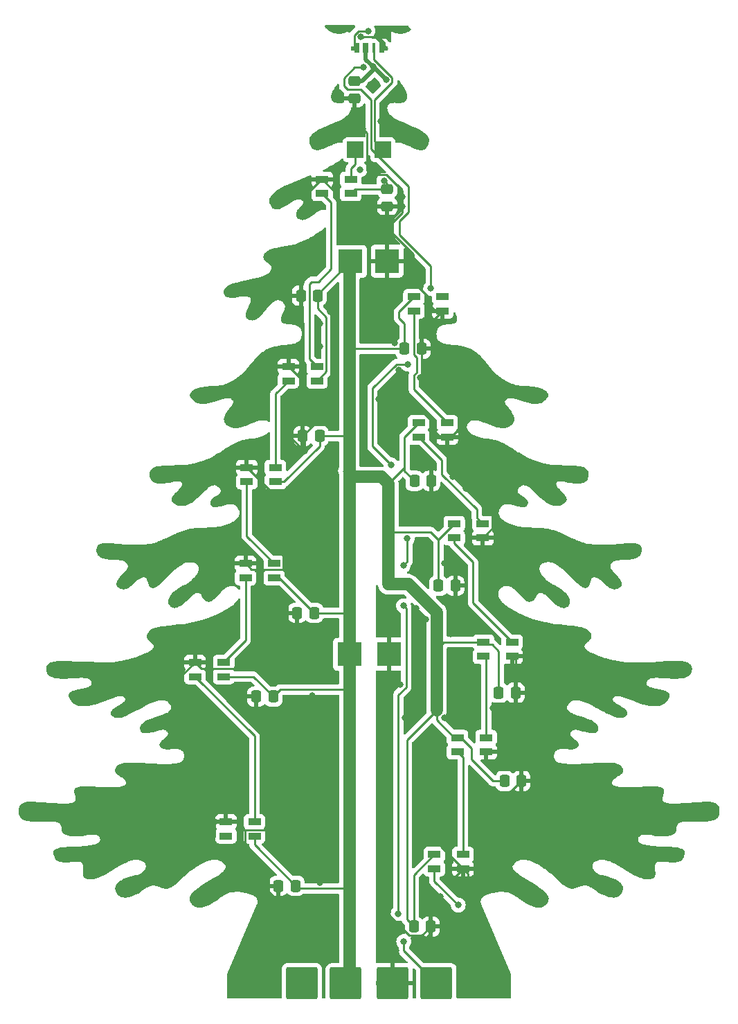
<source format=gbl>
G04 #@! TF.GenerationSoftware,KiCad,Pcbnew,8.0.5*
G04 #@! TF.CreationDate,2024-11-01T20:54:01+01:00*
G04 #@! TF.ProjectId,SL_Christmas_Tree_A,534c5f43-6872-4697-9374-6d61735f5472,2.1*
G04 #@! TF.SameCoordinates,Original*
G04 #@! TF.FileFunction,Copper,L2,Bot*
G04 #@! TF.FilePolarity,Positive*
%FSLAX46Y46*%
G04 Gerber Fmt 4.6, Leading zero omitted, Abs format (unit mm)*
G04 Created by KiCad (PCBNEW 8.0.5) date 2024-11-01 20:54:01*
%MOMM*%
%LPD*%
G01*
G04 APERTURE LIST*
G04 Aperture macros list*
%AMRoundRect*
0 Rectangle with rounded corners*
0 $1 Rounding radius*
0 $2 $3 $4 $5 $6 $7 $8 $9 X,Y pos of 4 corners*
0 Add a 4 corners polygon primitive as box body*
4,1,4,$2,$3,$4,$5,$6,$7,$8,$9,$2,$3,0*
0 Add four circle primitives for the rounded corners*
1,1,$1+$1,$2,$3*
1,1,$1+$1,$4,$5*
1,1,$1+$1,$6,$7*
1,1,$1+$1,$8,$9*
0 Add four rect primitives between the rounded corners*
20,1,$1+$1,$2,$3,$4,$5,0*
20,1,$1+$1,$4,$5,$6,$7,0*
20,1,$1+$1,$6,$7,$8,$9,0*
20,1,$1+$1,$8,$9,$2,$3,0*%
%AMFreePoly0*
4,1,21,0.553536,0.603536,0.555000,0.600000,0.555000,-0.600000,0.553536,-0.603536,0.550000,-0.605000,0.000000,-0.605000,-0.003536,-0.603536,-0.005000,-0.600000,-0.005000,-0.355000,-0.450000,-0.355000,-0.453536,-0.353536,-0.455000,-0.350000,-0.455000,0.200000,-0.453536,0.203536,-0.450000,0.205000,-0.005000,0.205000,-0.005000,0.600000,-0.003536,0.603536,0.000000,0.605000,0.550000,0.605000,
0.553536,0.603536,0.553536,0.603536,$1*%
%AMFreePoly1*
4,1,21,0.003536,0.603536,0.005000,0.600000,0.005000,0.205000,0.450000,0.205000,0.453536,0.203536,0.455000,0.200000,0.455000,-0.350000,0.453536,-0.353536,0.450000,-0.355000,0.005000,-0.355000,0.005000,-0.600000,0.003536,-0.603536,0.000000,-0.605000,-0.550000,-0.605000,-0.553536,-0.603536,-0.555000,-0.600000,-0.555000,0.600000,-0.553536,0.603536,-0.550000,0.605000,0.000000,0.605000,
0.003536,0.603536,0.003536,0.603536,$1*%
G04 Aperture macros list end*
G04 #@! TA.AperFunction,ComponentPad*
%ADD10RoundRect,0.250002X-1.699998X-1.699998X1.699998X-1.699998X1.699998X1.699998X-1.699998X1.699998X0*%
G04 #@! TD*
G04 #@! TA.AperFunction,ComponentPad*
%ADD11RoundRect,0.250002X1.699998X1.699998X-1.699998X1.699998X-1.699998X-1.699998X1.699998X-1.699998X0*%
G04 #@! TD*
G04 #@! TA.AperFunction,SMDPad,CuDef*
%ADD12RoundRect,0.250000X-0.337500X-0.475000X0.337500X-0.475000X0.337500X0.475000X-0.337500X0.475000X0*%
G04 #@! TD*
G04 #@! TA.AperFunction,SMDPad,CuDef*
%ADD13RoundRect,0.250000X0.337500X0.475000X-0.337500X0.475000X-0.337500X-0.475000X0.337500X-0.475000X0*%
G04 #@! TD*
G04 #@! TA.AperFunction,SMDPad,CuDef*
%ADD14R,1.600000X0.850000*%
G04 #@! TD*
G04 #@! TA.AperFunction,SMDPad,CuDef*
%ADD15R,3.000000X3.000000*%
G04 #@! TD*
G04 #@! TA.AperFunction,SMDPad,CuDef*
%ADD16RoundRect,0.250000X-0.475000X0.337500X-0.475000X-0.337500X0.475000X-0.337500X0.475000X0.337500X0*%
G04 #@! TD*
G04 #@! TA.AperFunction,SMDPad,CuDef*
%ADD17R,2.000000X2.000000*%
G04 #@! TD*
G04 #@! TA.AperFunction,SMDPad,CuDef*
%ADD18RoundRect,0.250000X0.475000X-0.337500X0.475000X0.337500X-0.475000X0.337500X-0.475000X-0.337500X0*%
G04 #@! TD*
G04 #@! TA.AperFunction,SMDPad,CuDef*
%ADD19FreePoly0,0.000000*%
G04 #@! TD*
G04 #@! TA.AperFunction,SMDPad,CuDef*
%ADD20R,0.700000X1.200000*%
G04 #@! TD*
G04 #@! TA.AperFunction,SMDPad,CuDef*
%ADD21R,0.450000X1.200000*%
G04 #@! TD*
G04 #@! TA.AperFunction,SMDPad,CuDef*
%ADD22FreePoly1,0.000000*%
G04 #@! TD*
G04 #@! TA.AperFunction,ViaPad*
%ADD23C,0.800000*%
G04 #@! TD*
G04 #@! TA.AperFunction,Conductor*
%ADD24C,0.500000*%
G04 #@! TD*
G04 #@! TA.AperFunction,Conductor*
%ADD25C,0.250000*%
G04 #@! TD*
G04 #@! TA.AperFunction,Conductor*
%ADD26C,1.500000*%
G04 #@! TD*
G04 APERTURE END LIST*
D10*
X102630000Y-163710000D03*
X108025000Y-163700000D03*
X96930000Y-163730000D03*
D11*
X96930000Y-163730000D03*
D12*
X86000000Y-128675000D03*
X88075000Y-128675000D03*
X91650000Y-96825000D03*
X93725000Y-96825000D03*
D13*
X118425000Y-138975000D03*
X116350000Y-138975000D03*
D14*
X108775000Y-79800000D03*
X108775000Y-81550000D03*
X105275000Y-81550000D03*
X105275000Y-79800000D03*
X84825000Y-102425000D03*
X84825000Y-100675000D03*
X88325000Y-100675000D03*
X88325000Y-102425000D03*
X114100000Y-133675000D03*
X114100000Y-135425000D03*
X110600000Y-135425000D03*
X110600000Y-133675000D03*
X84675000Y-114150000D03*
X84675000Y-112400000D03*
X88175000Y-112400000D03*
X88175000Y-114150000D03*
D13*
X110325000Y-115125000D03*
X108250000Y-115125000D03*
D15*
X102200000Y-123475000D03*
D13*
X106187500Y-86175000D03*
X104112500Y-86175000D03*
D15*
X97500000Y-75500000D03*
D14*
X94050000Y-67200000D03*
X94050000Y-65450000D03*
X97550000Y-65450000D03*
X97550000Y-67200000D03*
D16*
X97975000Y-53487500D03*
X97975000Y-55562500D03*
D14*
X82275000Y-145700000D03*
X82275000Y-143950000D03*
X85775000Y-143950000D03*
X85775000Y-145700000D03*
D17*
X98100000Y-61825000D03*
D11*
X91575000Y-163700000D03*
D14*
X113700000Y-107525000D03*
X113700000Y-109275000D03*
X110200000Y-109275000D03*
X110200000Y-107525000D03*
D18*
X102000000Y-68737500D03*
X102000000Y-66662500D03*
D13*
X107400000Y-102300000D03*
X105325000Y-102300000D03*
D14*
X109350000Y-95200000D03*
X109350000Y-96950000D03*
X105850000Y-96950000D03*
X105850000Y-95200000D03*
X89925000Y-90075000D03*
X89925000Y-88325000D03*
X93425000Y-88325000D03*
X93425000Y-90075000D03*
D11*
X102630000Y-163710000D03*
D12*
X91437500Y-79675000D03*
X93512500Y-79675000D03*
D19*
X97975000Y-49400000D03*
D20*
X99375000Y-49400000D03*
D21*
X100400000Y-49400000D03*
D22*
X101675000Y-49400000D03*
D14*
X117275000Y-122000000D03*
X117275000Y-123750000D03*
X113775000Y-123750000D03*
X113775000Y-122000000D03*
D15*
X102000000Y-75450000D03*
D13*
X107325000Y-156775000D03*
X105250000Y-156775000D03*
D12*
X88725000Y-151800000D03*
X90800000Y-151800000D03*
D17*
X101475000Y-61850000D03*
D14*
X78500000Y-126225000D03*
X78500000Y-124475000D03*
X82000000Y-124475000D03*
X82000000Y-126225000D03*
D12*
X91012500Y-118450000D03*
X93087500Y-118450000D03*
D15*
X97375000Y-123500000D03*
D13*
X117712500Y-128200000D03*
X115637500Y-128200000D03*
D14*
X111275000Y-147975000D03*
X111275000Y-149725000D03*
X107775000Y-149725000D03*
X107775000Y-147975000D03*
D23*
X101750000Y-87525000D03*
X105225000Y-113450000D03*
X107150000Y-109825000D03*
X104150000Y-131300000D03*
X105500000Y-117850000D03*
X106690000Y-119225000D03*
X98700000Y-64250000D03*
X101875000Y-53287500D03*
X97370000Y-119000000D03*
X102060000Y-108590000D03*
X97370000Y-159510000D03*
X97360000Y-108280000D03*
X97360000Y-114730000D03*
X97360000Y-104060000D03*
X101606729Y-65611934D03*
X102130000Y-114920000D03*
X100274980Y-51700020D03*
X97410000Y-161540000D03*
X78575000Y-102575000D03*
X88375000Y-105300000D03*
X80250000Y-130950000D03*
X114400000Y-113000000D03*
X107550000Y-140275000D03*
X89975000Y-92275000D03*
X67500000Y-148000000D03*
X88550000Y-77725000D03*
X93725000Y-85900000D03*
X93600000Y-100100000D03*
X92000000Y-148800000D03*
X101175000Y-58325000D03*
X80500000Y-135500000D03*
X102775000Y-98950000D03*
X103650000Y-55075000D03*
X109875000Y-124500000D03*
X86903923Y-88551723D03*
X96375000Y-59025000D03*
X93725000Y-83050000D03*
X74000000Y-150000000D03*
X99825000Y-67950000D03*
X117000000Y-131000000D03*
X96625000Y-60100000D03*
X106900000Y-152275000D03*
X80050000Y-146725000D03*
X95075000Y-81675000D03*
X75060000Y-127550000D03*
X93650000Y-101950000D03*
X86600000Y-122400000D03*
X99975000Y-64775000D03*
X114600000Y-141200000D03*
X99925000Y-53850000D03*
X94850000Y-154025000D03*
X93800000Y-151400000D03*
X83912500Y-125087500D03*
X80200000Y-115200000D03*
X89500000Y-134000000D03*
X121800000Y-133400000D03*
X102900000Y-85450000D03*
X102200000Y-81800000D03*
X99050000Y-59300000D03*
X92820000Y-128520000D03*
X109001110Y-131298034D03*
X106000000Y-89700000D03*
X95100000Y-91450000D03*
X99650000Y-72050000D03*
X118975000Y-135075000D03*
X110000000Y-101800000D03*
X121000000Y-125800000D03*
X112375000Y-159175000D03*
X93475000Y-114425000D03*
X83500000Y-136500000D03*
X102000000Y-151400000D03*
X102000000Y-71400000D03*
X108975000Y-112350000D03*
X71840000Y-128350000D03*
X80937500Y-143950000D03*
X111500000Y-157375000D03*
X103850000Y-68800000D03*
X98775000Y-48050000D03*
X88370000Y-158320000D03*
X108625000Y-134250000D03*
X102850000Y-59125000D03*
X96925000Y-70675000D03*
X111600000Y-103200000D03*
X96050000Y-47050000D03*
X103600000Y-127200000D03*
X87400000Y-120200000D03*
X113175000Y-119575000D03*
X109800000Y-121000000D03*
X93400000Y-159075000D03*
X103400000Y-88800000D03*
X108487653Y-153087653D03*
X95700000Y-93725000D03*
X82799165Y-140735358D03*
X96100000Y-55125000D03*
X113000000Y-128600000D03*
X91875000Y-98675000D03*
X97850000Y-69750000D03*
X127600000Y-128000000D03*
X95200000Y-60300000D03*
X101600000Y-47475000D03*
X95100000Y-95075000D03*
X92099847Y-73774847D03*
X84060000Y-150450000D03*
X100925000Y-92325000D03*
X105200000Y-76275000D03*
X84950000Y-148400000D03*
X108575000Y-144375000D03*
X91910000Y-156930000D03*
X114925000Y-130075000D03*
X83387500Y-128150000D03*
X90590000Y-129940000D03*
X92750000Y-131020000D03*
X73800000Y-112800000D03*
X96850000Y-73075000D03*
X105375000Y-159575000D03*
X110675000Y-87600000D03*
X103050000Y-159700000D03*
X102200000Y-128400000D03*
X101475000Y-147000000D03*
X120125000Y-146100000D03*
X91850000Y-77000000D03*
X77675000Y-129750000D03*
X103850000Y-67600000D03*
X104600000Y-106800000D03*
X92300000Y-67525000D03*
X88375000Y-110125000D03*
X64500000Y-144500000D03*
X109600000Y-151050000D03*
X110689511Y-154150000D03*
X99650000Y-47325000D03*
X103975000Y-112650000D03*
X103350000Y-155200000D03*
X104025000Y-158600000D03*
X104000000Y-117575000D03*
X104475153Y-109350153D03*
X102500000Y-100375000D03*
X107325000Y-78800000D03*
X104550000Y-88050000D03*
X99125000Y-51800000D03*
D24*
X98487500Y-53487500D02*
X98887500Y-53487500D01*
D25*
X105250000Y-156775000D02*
X104400000Y-155925000D01*
X102000000Y-66005205D02*
X101606729Y-65611934D01*
X104100000Y-100680000D02*
X104100000Y-96950000D01*
X104112500Y-83087500D02*
X104112500Y-86175000D01*
X102000000Y-66662500D02*
X98087500Y-66662500D01*
X96964520Y-147044520D02*
X97370000Y-147450000D01*
X110200000Y-107525000D02*
X108250000Y-109475000D01*
X97370000Y-128550000D02*
X96615000Y-127795000D01*
D26*
X97370000Y-145870000D02*
X97370000Y-132870000D01*
D25*
X108950000Y-122000000D02*
X108040000Y-122910000D01*
X108040000Y-131490000D02*
X108040000Y-130350000D01*
D26*
X97370000Y-90090000D02*
X97370000Y-86870000D01*
D25*
X102650000Y-108550000D02*
X102130000Y-109070000D01*
D26*
X97370000Y-101830000D02*
X101310000Y-101830000D01*
D25*
X112300000Y-136325000D02*
X112300000Y-134950000D01*
X108250000Y-109475000D02*
X108250000Y-115125000D01*
D26*
X101310000Y-101830000D02*
X102130000Y-102650000D01*
D25*
X104112500Y-86175000D02*
X98065000Y-86175000D01*
D26*
X97370000Y-119000000D02*
X97370000Y-128550000D01*
D25*
X85775000Y-145700000D02*
X85775000Y-146775000D01*
X115637500Y-128200000D02*
X115637500Y-123137500D01*
D24*
X100287520Y-51700020D02*
X101875000Y-53287500D01*
D25*
X113775000Y-122000000D02*
X108950000Y-122000000D01*
X114100000Y-122325000D02*
X113775000Y-122000000D01*
X105325000Y-102300000D02*
X104125000Y-101100000D01*
X91125000Y-152125000D02*
X97270000Y-152125000D01*
X104400000Y-155925000D02*
X104400000Y-133990000D01*
X107325000Y-108550000D02*
X102650000Y-108550000D01*
X98065000Y-86175000D02*
X97370000Y-86870000D01*
X108250000Y-110275000D02*
X108250000Y-109475000D01*
X88325000Y-102425000D02*
X89375000Y-102425000D01*
X96187500Y-75500000D02*
X97500000Y-75500000D01*
X89375000Y-102425000D02*
X93725000Y-98075000D01*
X88787500Y-114150000D02*
X88175000Y-114150000D01*
X96950000Y-93210000D02*
X97370000Y-93630000D01*
X104400000Y-133990000D02*
X108040000Y-130350000D01*
X94550000Y-88950000D02*
X94550000Y-82300000D01*
D26*
X97370000Y-119000000D02*
X97370000Y-117900000D01*
D25*
X105275000Y-79800000D02*
X103450000Y-81625000D01*
D24*
X100274980Y-52100020D02*
X100274980Y-51700020D01*
D25*
X103450000Y-81625000D02*
X103450000Y-82425000D01*
X105250000Y-150500000D02*
X105250000Y-156775000D01*
D26*
X97370000Y-97050000D02*
X97370000Y-93630000D01*
X108040000Y-118390000D02*
X108040000Y-122910000D01*
X97370000Y-84420000D02*
X97370000Y-77310000D01*
X97370000Y-111370000D02*
X97370000Y-102900000D01*
D25*
X90800000Y-151800000D02*
X91125000Y-152125000D01*
D26*
X97370000Y-159510000D02*
X97370000Y-152025000D01*
D25*
X97975000Y-53487500D02*
X98487500Y-53487500D01*
X104125000Y-101100000D02*
X104100000Y-101075000D01*
X115637500Y-123137500D02*
X114825000Y-122325000D01*
X85625000Y-126225000D02*
X82000000Y-126225000D01*
X97825000Y-53487500D02*
X98487500Y-53487500D01*
D26*
X97370000Y-147450000D02*
X97370000Y-145870000D01*
X102130000Y-103630000D02*
X102130000Y-109825000D01*
D25*
X107775000Y-147975000D02*
X105250000Y-150500000D01*
X97370000Y-117900000D02*
X96820000Y-118450000D01*
D26*
X97370000Y-102900000D02*
X97370000Y-101830000D01*
D25*
X85775000Y-146775000D02*
X90800000Y-151800000D01*
X98580000Y-74260000D02*
X97410000Y-75430000D01*
X102130000Y-109070000D02*
X102130000Y-109825000D01*
X111025000Y-133675000D02*
X110600000Y-133675000D01*
X110600000Y-133675000D02*
X110225000Y-133675000D01*
D26*
X104570000Y-114920000D02*
X108040000Y-118390000D01*
D25*
X97270000Y-152125000D02*
X97370000Y-152025000D01*
D26*
X97370000Y-128550000D02*
X97370000Y-132870000D01*
X97370000Y-152025000D02*
X97370000Y-147450000D01*
X102130000Y-114920000D02*
X104570000Y-114920000D01*
D25*
X97220000Y-146020000D02*
X97370000Y-145870000D01*
X93512500Y-79675000D02*
X93512500Y-79487500D01*
D24*
X99375000Y-50800040D02*
X99375000Y-49400000D01*
D25*
X93725000Y-98075000D02*
X93725000Y-96825000D01*
D26*
X102130000Y-109825000D02*
X102130000Y-114920000D01*
X97390000Y-161090000D02*
X97390000Y-163270000D01*
X102130000Y-102650000D02*
X102130000Y-103630000D01*
X97390000Y-163270000D02*
X96940000Y-163720000D01*
D25*
X104100000Y-100680000D02*
X102130000Y-102650000D01*
X114950000Y-138975000D02*
X112300000Y-136325000D01*
X108250000Y-109475000D02*
X107325000Y-108550000D01*
X96820000Y-118450000D02*
X93087500Y-118450000D01*
X110225000Y-133675000D02*
X108040000Y-131490000D01*
D26*
X97370000Y-93630000D02*
X97370000Y-90090000D01*
X97370000Y-161070000D02*
X97370000Y-159510000D01*
D25*
X93425000Y-90075000D02*
X94550000Y-88950000D01*
X102000000Y-66662500D02*
X102000000Y-66005205D01*
D26*
X97370000Y-86870000D02*
X97370000Y-84420000D01*
D24*
X98887500Y-53487500D02*
X100274980Y-52100020D01*
X100274980Y-51700020D02*
X99375000Y-50800040D01*
D25*
X93512500Y-79487500D02*
X97500000Y-75500000D01*
D26*
X97370000Y-117900000D02*
X97370000Y-111370000D01*
D25*
X107795489Y-127784511D02*
X108040000Y-127540000D01*
X96615000Y-127795000D02*
X88955000Y-127795000D01*
X88075000Y-128675000D02*
X85625000Y-126225000D01*
X94550000Y-82300000D02*
X93512500Y-81262500D01*
X96620000Y-101080000D02*
X97370000Y-101830000D01*
X104100000Y-96950000D02*
X105850000Y-95200000D01*
X98087500Y-66662500D02*
X97550000Y-67200000D01*
X114825000Y-122325000D02*
X114100000Y-122325000D01*
X93087500Y-118450000D02*
X88787500Y-114150000D01*
D26*
X108040000Y-122910000D02*
X108040000Y-130350000D01*
X97370000Y-101830000D02*
X97370000Y-97050000D01*
D25*
X93512500Y-81262500D02*
X93512500Y-79675000D01*
X100274980Y-51700020D02*
X100287520Y-51700020D01*
D26*
X97370000Y-77310000D02*
X97370000Y-75470000D01*
D25*
X104100000Y-101075000D02*
X104100000Y-98650000D01*
X97645489Y-77585489D02*
X97370000Y-77310000D01*
X116350000Y-138975000D02*
X114950000Y-138975000D01*
D26*
X97370000Y-75470000D02*
X97410000Y-75430000D01*
D25*
X100274980Y-51700020D02*
X100825000Y-52250040D01*
X97145000Y-96825000D02*
X97370000Y-97050000D01*
X112300000Y-134950000D02*
X111025000Y-133675000D01*
X103450000Y-82425000D02*
X104112500Y-83087500D01*
X96770000Y-111970000D02*
X97370000Y-111370000D01*
X88955000Y-127795000D02*
X88075000Y-128675000D01*
X93725000Y-96825000D02*
X97145000Y-96825000D01*
X91750000Y-85900000D02*
X89555646Y-85900000D01*
X97875000Y-72050000D02*
X96850000Y-73075000D01*
X107400000Y-104000000D02*
X104600000Y-106800000D01*
X102000000Y-155157600D02*
X104667400Y-157825000D01*
X102200000Y-79275000D02*
X105200000Y-76275000D01*
X91750000Y-91725000D02*
X91750000Y-85900000D01*
X110000000Y-101800000D02*
X110200000Y-101800000D01*
X93475000Y-114425000D02*
X90575000Y-114425000D01*
X103850000Y-68800000D02*
X103850000Y-69550000D01*
X106000000Y-89700000D02*
X108100000Y-87600000D01*
X95075000Y-81675000D02*
X95100000Y-81700000D01*
X93650000Y-101950000D02*
X93650000Y-100150000D01*
X109875000Y-125475000D02*
X109875000Y-124500000D01*
X89616132Y-78791132D02*
X89616132Y-80830051D01*
X80937500Y-145837500D02*
X80937500Y-143950000D01*
X99650000Y-67950000D02*
X97850000Y-69750000D01*
X80050000Y-146725000D02*
X80937500Y-145837500D01*
X107550000Y-140275000D02*
X108575000Y-139250000D01*
X84650000Y-144950000D02*
X88150000Y-144950000D01*
X102200000Y-81800000D02*
X102200000Y-79275000D01*
X75425000Y-127550000D02*
X75060000Y-127550000D01*
X98775000Y-48050000D02*
X100525000Y-48050000D01*
X95975000Y-67375000D02*
X95975000Y-68700000D01*
X103050000Y-159700000D02*
X102630000Y-160120000D01*
X109775000Y-96950000D02*
X109350000Y-96950000D01*
X89150000Y-118450000D02*
X87400000Y-120200000D01*
X85425000Y-113150000D02*
X84675000Y-112400000D01*
X106187500Y-86175000D02*
X109250000Y-86175000D01*
X92750000Y-131020000D02*
X91670000Y-129940000D01*
X118425000Y-135625000D02*
X118425000Y-138975000D01*
X111275000Y-149725000D02*
X114325000Y-149725000D01*
X89555646Y-85900000D02*
X86903923Y-88551723D01*
X99550000Y-59800000D02*
X99050000Y-59300000D01*
X80937500Y-143950000D02*
X82275000Y-143950000D01*
X82275000Y-143950000D02*
X82275000Y-141259523D01*
X102900000Y-85450000D02*
X102200000Y-84750000D01*
X80200000Y-113807489D02*
X78502539Y-112110028D01*
X108475000Y-96950000D02*
X107750000Y-96225000D01*
X99650000Y-72050000D02*
X97875000Y-72050000D01*
X102200000Y-84750000D02*
X102200000Y-81800000D01*
X96925000Y-69650000D02*
X96925000Y-70675000D01*
X107750000Y-95350000D02*
X107750000Y-96225000D01*
X113700000Y-112300000D02*
X114400000Y-113000000D01*
X91910000Y-156930000D02*
X84650000Y-149670000D01*
X110200000Y-101800000D02*
X111600000Y-103200000D01*
X97975000Y-57425000D02*
X96375000Y-59025000D01*
X117712500Y-130287500D02*
X117000000Y-131000000D01*
X89925000Y-88325000D02*
X87130646Y-88325000D01*
X99650000Y-79250000D02*
X99650000Y-72050000D01*
X89300000Y-113150000D02*
X85425000Y-113150000D01*
X117275000Y-123750000D02*
X118950000Y-123750000D01*
X102200000Y-81800000D02*
X99650000Y-79250000D01*
X102200000Y-125800000D02*
X103600000Y-127200000D01*
X93725000Y-85900000D02*
X93725000Y-83050000D01*
X100940000Y-48050000D02*
X101675000Y-48785000D01*
X99975000Y-64775000D02*
X100050000Y-64850000D01*
X91850000Y-74024694D02*
X92099847Y-73774847D01*
X102775000Y-98950000D02*
X102775000Y-94175000D01*
X107325000Y-156775000D02*
X110450000Y-156775000D01*
X80475000Y-100675000D02*
X78575000Y-102575000D01*
X101175000Y-58325000D02*
X102050000Y-58325000D01*
X103850000Y-66829900D02*
X103850000Y-69550000D01*
X80200000Y-115200000D02*
X80200000Y-113807489D01*
X102000000Y-81600000D02*
X102000000Y-75430000D01*
X79250000Y-125225000D02*
X83775000Y-125225000D01*
X91650000Y-90050000D02*
X89925000Y-88325000D01*
X88725000Y-151800000D02*
X85410000Y-151800000D01*
X113700000Y-109275000D02*
X113700000Y-112300000D01*
X117712500Y-124187500D02*
X117275000Y-123750000D01*
X118975000Y-135075000D02*
X118425000Y-135625000D01*
X91875000Y-98675000D02*
X91875000Y-97050000D01*
X107000000Y-80625000D02*
X107925000Y-81550000D01*
X95100000Y-81700000D02*
X95100000Y-91450000D01*
X91670000Y-129940000D02*
X90590000Y-129940000D01*
X86000000Y-130500000D02*
X89500000Y-134000000D01*
X91875000Y-97050000D02*
X91650000Y-96825000D01*
X114325000Y-149725000D02*
X117950000Y-146100000D01*
X88375000Y-105300000D02*
X88375000Y-104200000D01*
X118950000Y-123750000D02*
X121000000Y-125800000D01*
X110450000Y-156775000D02*
X112375000Y-158700000D01*
X76775000Y-150000000D02*
X80050000Y-146725000D01*
X110450000Y-156775000D02*
X111900000Y-155325000D01*
X94050000Y-65450000D02*
X95975000Y-67375000D01*
X108575000Y-134300000D02*
X108625000Y-134250000D01*
X99550000Y-64350000D02*
X99550000Y-59800000D01*
X105200000Y-77975000D02*
X107000000Y-79775000D01*
X84675000Y-112400000D02*
X83000000Y-112400000D01*
X84060000Y-149290000D02*
X84950000Y-148400000D01*
X90590000Y-129940000D02*
X90590000Y-132910000D01*
X106187500Y-84137500D02*
X108775000Y-81550000D01*
X98775000Y-59025000D02*
X96375000Y-59025000D01*
X93650000Y-100150000D02*
X93600000Y-100100000D01*
X86000000Y-128675000D02*
X86000000Y-130500000D01*
X107325000Y-156775000D02*
X107325000Y-157625000D01*
X74000000Y-150000000D02*
X76775000Y-150000000D01*
X103850000Y-69550000D02*
X102000000Y-71400000D01*
X103400000Y-88800000D02*
X103400000Y-91000000D01*
X96375000Y-59025000D02*
X96375000Y-59125000D01*
X102775000Y-94175000D02*
X100925000Y-92325000D01*
X89975000Y-96775000D02*
X89975000Y-92275000D01*
X90590000Y-132910000D02*
X89500000Y-134000000D01*
X100050000Y-64850000D02*
X101870100Y-64850000D01*
X91012500Y-118450000D02*
X89150000Y-118450000D01*
X74489972Y-112110028D02*
X73800000Y-112800000D01*
X108100000Y-87600000D02*
X110675000Y-87600000D01*
X83775000Y-125225000D02*
X83912500Y-125087500D01*
X116200000Y-141200000D02*
X114600000Y-141200000D01*
X82275000Y-141259523D02*
X82799165Y-140735358D01*
X102000000Y-68737500D02*
X102000000Y-71400000D01*
X109600000Y-151050000D02*
X109950000Y-151050000D01*
X110325000Y-113700000D02*
X110325000Y-115125000D01*
X110325000Y-115125000D02*
X110325000Y-120475000D01*
X91650000Y-96825000D02*
X93400000Y-95075000D01*
X88370000Y-158320000D02*
X90520000Y-158320000D01*
X109250000Y-86175000D02*
X110675000Y-87600000D01*
X91437500Y-79675000D02*
X91437500Y-77412500D01*
X78500000Y-124475000D02*
X79250000Y-125225000D01*
X93400000Y-95075000D02*
X95100000Y-95075000D01*
X108575000Y-139250000D02*
X108575000Y-134300000D01*
X95100000Y-95075000D02*
X91750000Y-91725000D01*
X85410000Y-151800000D02*
X84060000Y-150450000D01*
X113000000Y-128600000D02*
X109875000Y-125475000D01*
X77675000Y-129750000D02*
X76275000Y-128350000D01*
X94050000Y-65450000D02*
X93925000Y-65450000D01*
X110675000Y-87600000D02*
X110675000Y-96050000D01*
X106187500Y-86175000D02*
X106187500Y-89512500D01*
X109350000Y-96950000D02*
X108475000Y-96950000D01*
X88375000Y-110125000D02*
X89300000Y-111050000D01*
X101870100Y-64850000D02*
X103850000Y-66829900D01*
X92300000Y-67075000D02*
X92300000Y-67525000D01*
X111900000Y-155325000D02*
X111900000Y-150350000D01*
X108975000Y-112350000D02*
X110325000Y-113700000D01*
X114100000Y-135425000D02*
X118625000Y-135425000D01*
X107000000Y-79775000D02*
X107000000Y-80625000D01*
X101675000Y-48785000D02*
X101675000Y-49400000D01*
X91650000Y-96825000D02*
X91650000Y-90050000D01*
X83912500Y-128675000D02*
X83387500Y-128150000D01*
X99975000Y-64775000D02*
X99550000Y-64350000D01*
X83000000Y-112400000D02*
X80200000Y-115200000D01*
X102200000Y-123475000D02*
X102200000Y-125800000D01*
X107400000Y-102300000D02*
X107400000Y-104000000D01*
X84825000Y-100675000D02*
X80475000Y-100675000D01*
X110675000Y-96050000D02*
X109775000Y-96950000D01*
X89275000Y-77000000D02*
X88550000Y-77725000D01*
X106187500Y-86175000D02*
X106187500Y-84137500D01*
X107325000Y-157625000D02*
X105375000Y-159575000D01*
X78500000Y-124475000D02*
X75425000Y-127550000D01*
X114825000Y-108150000D02*
X113700000Y-109275000D01*
X78502539Y-112110028D02*
X74489972Y-112110028D01*
X88550000Y-77725000D02*
X89616132Y-78791132D01*
X96375000Y-59125000D02*
X95200000Y-60300000D01*
X102630000Y-160120000D02*
X102630000Y-163710000D01*
X84060000Y-150450000D02*
X84060000Y-149290000D01*
X76275000Y-128350000D02*
X71840000Y-128350000D01*
X80250000Y-130950000D02*
X79050000Y-129750000D01*
X93925000Y-65450000D02*
X92300000Y-67075000D01*
X111900000Y-150350000D02*
X111275000Y-149725000D01*
X111275000Y-149725000D02*
X108575000Y-147025000D01*
X79050000Y-129750000D02*
X77675000Y-129750000D01*
X95975000Y-68700000D02*
X96925000Y-69650000D01*
X105200000Y-74600000D02*
X102000000Y-71400000D01*
X105200000Y-76275000D02*
X105200000Y-74600000D01*
X104667400Y-157825000D02*
X106275000Y-157825000D01*
X86000000Y-128675000D02*
X83912500Y-128675000D01*
X108487653Y-153087653D02*
X107712653Y-153087653D01*
X103400000Y-91000000D02*
X107750000Y-95350000D01*
X118425000Y-138975000D02*
X116200000Y-141200000D01*
X100525000Y-48050000D02*
X101937101Y-49462101D01*
X110325000Y-120475000D02*
X109800000Y-121000000D01*
X106275000Y-157825000D02*
X107325000Y-156775000D01*
X89300000Y-111050000D02*
X89300000Y-113150000D01*
X117950000Y-146100000D02*
X120125000Y-146100000D01*
X88150000Y-144950000D02*
X92000000Y-148800000D01*
X91850000Y-77000000D02*
X89275000Y-77000000D01*
X91750000Y-82963919D02*
X91750000Y-85900000D01*
X88375000Y-104200000D02*
X84850000Y-100675000D01*
X107925000Y-81550000D02*
X108775000Y-81550000D01*
X118625000Y-135425000D02*
X118975000Y-135075000D01*
X109350000Y-101150000D02*
X110000000Y-101800000D01*
X98775000Y-48050000D02*
X100940000Y-48050000D01*
X99825000Y-67950000D02*
X99650000Y-67950000D01*
X117712500Y-128200000D02*
X117712500Y-130287500D01*
X107712653Y-153087653D02*
X106900000Y-152275000D01*
X97975000Y-55562500D02*
X97975000Y-57425000D01*
X109350000Y-96950000D02*
X109350000Y-101150000D01*
X112375000Y-158700000D02*
X112375000Y-159175000D01*
X117712500Y-128200000D02*
X117712500Y-124187500D01*
X108575000Y-147025000D02*
X108575000Y-144375000D01*
X84850000Y-100675000D02*
X84825000Y-100675000D01*
X102050000Y-58325000D02*
X102850000Y-59125000D01*
X95100000Y-91450000D02*
X95100000Y-95075000D01*
X95100000Y-95250000D02*
X95100000Y-95075000D01*
X106187500Y-89512500D02*
X106000000Y-89700000D01*
X90520000Y-158320000D02*
X91910000Y-156930000D01*
X99050000Y-59300000D02*
X98775000Y-59025000D01*
X87130646Y-88325000D02*
X86903923Y-88551723D01*
X102000000Y-151400000D02*
X102000000Y-155157600D01*
X89616132Y-80830051D02*
X91750000Y-82963919D01*
X84650000Y-149670000D02*
X84650000Y-144950000D01*
X111600000Y-103200000D02*
X114825000Y-106425000D01*
X91875000Y-98675000D02*
X89975000Y-96775000D01*
X109950000Y-151050000D02*
X111275000Y-149725000D01*
X102200000Y-81800000D02*
X102000000Y-81600000D01*
X90575000Y-114425000D02*
X89300000Y-113150000D01*
X91437500Y-77412500D02*
X91850000Y-77000000D01*
X105200000Y-76275000D02*
X105200000Y-77975000D01*
X114825000Y-106425000D02*
X114825000Y-108150000D01*
X91850000Y-77000000D02*
X91850000Y-74024694D01*
X110689511Y-154150000D02*
X107775000Y-151235489D01*
X107775000Y-151235489D02*
X107775000Y-149725000D01*
X99650000Y-47325000D02*
X98474695Y-47325000D01*
X97975000Y-47824695D02*
X97975000Y-49400000D01*
X98474695Y-47325000D02*
X97975000Y-47824695D01*
X111275000Y-136100000D02*
X110600000Y-135425000D01*
X111275000Y-147975000D02*
X111275000Y-136100000D01*
X114100000Y-124075000D02*
X113775000Y-123750000D01*
X114100000Y-133675000D02*
X114100000Y-124075000D01*
X110200000Y-109275000D02*
X110200000Y-109950000D01*
X110200000Y-109950000D02*
X112500000Y-112250000D01*
X112500000Y-112250000D02*
X112500000Y-117225000D01*
X112500000Y-117225000D02*
X117275000Y-122000000D01*
X112975000Y-106800000D02*
X112975000Y-105800305D01*
X108675000Y-99775000D02*
X105850000Y-96950000D01*
X112975000Y-105800305D02*
X108675000Y-101500305D01*
X108675000Y-101500305D02*
X108675000Y-99775000D01*
X113700000Y-107525000D02*
X112975000Y-106800000D01*
X105650000Y-89024695D02*
X105650000Y-87270100D01*
X105650000Y-87270100D02*
X105275000Y-86895100D01*
X105275000Y-86895100D02*
X105275000Y-81550000D01*
X105275000Y-89399695D02*
X105650000Y-89024695D01*
X109350000Y-95200000D02*
X105275000Y-91125000D01*
X105275000Y-91125000D02*
X105275000Y-89399695D01*
X99125000Y-51800000D02*
X98029900Y-51800000D01*
X100450000Y-60825000D02*
X100450000Y-55737805D01*
X104475153Y-109350153D02*
X104475153Y-112149847D01*
X96734723Y-53095177D02*
X96734723Y-54059723D01*
X104575000Y-66350000D02*
X104575000Y-69461396D01*
X100200000Y-90974695D02*
X100200000Y-98075000D01*
X98029900Y-51800000D02*
X96734723Y-53095177D01*
X104025000Y-158600000D02*
X104025000Y-159700000D01*
X107325000Y-76088604D02*
X107325000Y-78800000D01*
X98750000Y-54450000D02*
X100000000Y-55700000D01*
X97125000Y-54450000D02*
X98750000Y-54450000D01*
X103350000Y-128475305D02*
X103350000Y-155200000D01*
X100000000Y-55700000D02*
X100000000Y-61775000D01*
X103475000Y-70561396D02*
X103475000Y-72238604D01*
X104325000Y-117900000D02*
X104325000Y-127500305D01*
X104325000Y-127500305D02*
X103350000Y-128475305D01*
X100000000Y-61775000D02*
X104575000Y-66350000D01*
X100450000Y-55737805D02*
X102600000Y-53587805D01*
X103124695Y-88050000D02*
X100200000Y-90974695D01*
X104000000Y-117575000D02*
X104325000Y-117900000D01*
X104575000Y-69461396D02*
X103475000Y-70561396D01*
X99175000Y-51800000D02*
X99125000Y-51800000D01*
X102600000Y-52987195D02*
X100400000Y-50787195D01*
X96734723Y-54059723D02*
X97125000Y-54450000D01*
X102600000Y-53587805D02*
X102600000Y-52987195D01*
X100400000Y-50787195D02*
X100400000Y-49400000D01*
X103475000Y-72238604D02*
X107325000Y-76088604D01*
X100200000Y-98075000D02*
X102500000Y-100375000D01*
X101475000Y-61850000D02*
X100450000Y-60825000D01*
X104550000Y-88050000D02*
X103124695Y-88050000D01*
X104475153Y-112149847D02*
X103975000Y-112650000D01*
X104025000Y-159700000D02*
X108025000Y-163700000D01*
X94050000Y-67200000D02*
X95143877Y-68293877D01*
X93579900Y-77975000D02*
X92775000Y-77975000D01*
X92775000Y-77975000D02*
X92475000Y-78275000D01*
X92475000Y-87375000D02*
X93425000Y-88325000D01*
X92475000Y-78275000D02*
X92475000Y-87375000D01*
X95143877Y-76411023D02*
X93579900Y-77975000D01*
X95143877Y-68293877D02*
X95143877Y-76411023D01*
X88325000Y-100675000D02*
X88325000Y-91675000D01*
X88325000Y-91675000D02*
X89925000Y-90075000D01*
X88175000Y-112400000D02*
X84825000Y-109050000D01*
X84825000Y-109050000D02*
X84825000Y-102425000D01*
X84675000Y-121800000D02*
X84675000Y-114150000D01*
X82000000Y-124475000D02*
X84675000Y-121800000D01*
X85775000Y-133500000D02*
X85775000Y-143950000D01*
X78500000Y-126225000D02*
X85775000Y-133500000D01*
X98100000Y-63575000D02*
X97550000Y-64125000D01*
X97550000Y-64125000D02*
X97550000Y-65450000D01*
X98100000Y-63575000D02*
X98100000Y-61825000D01*
G04 #@! TA.AperFunction,Conductor*
G36*
X83997927Y-116700561D02*
G01*
X84036364Y-116760253D01*
X84041500Y-116795859D01*
X84041500Y-121485406D01*
X84021498Y-121553527D01*
X84004595Y-121574501D01*
X82074501Y-123504595D01*
X82012189Y-123538621D01*
X81985406Y-123541500D01*
X81151350Y-123541500D01*
X81090803Y-123548009D01*
X81090795Y-123548011D01*
X80953797Y-123599110D01*
X80953792Y-123599112D01*
X80836738Y-123686738D01*
X80749112Y-123803792D01*
X80749110Y-123803797D01*
X80698011Y-123940795D01*
X80698009Y-123940803D01*
X80691500Y-124001350D01*
X80691500Y-124948649D01*
X80698009Y-125009196D01*
X80698011Y-125009204D01*
X80749110Y-125146202D01*
X80749112Y-125146207D01*
X80842139Y-125270475D01*
X80840342Y-125271820D01*
X80868408Y-125323217D01*
X80863343Y-125394032D01*
X80841054Y-125428712D01*
X80842139Y-125429525D01*
X80749112Y-125553792D01*
X80749110Y-125553797D01*
X80698011Y-125690795D01*
X80698009Y-125690803D01*
X80691500Y-125751350D01*
X80691500Y-126698649D01*
X80698009Y-126759196D01*
X80698011Y-126759204D01*
X80749110Y-126896202D01*
X80749112Y-126896207D01*
X80836738Y-127013261D01*
X80953792Y-127100887D01*
X80953794Y-127100888D01*
X80953796Y-127100889D01*
X81012875Y-127122924D01*
X81090795Y-127151988D01*
X81090803Y-127151990D01*
X81151350Y-127158499D01*
X81151355Y-127158499D01*
X81151362Y-127158500D01*
X81151368Y-127158500D01*
X82848632Y-127158500D01*
X82848638Y-127158500D01*
X82848645Y-127158499D01*
X82848649Y-127158499D01*
X82909196Y-127151990D01*
X82909199Y-127151989D01*
X82909201Y-127151989D01*
X83046204Y-127100889D01*
X83094518Y-127064722D01*
X83163261Y-127013261D01*
X83241317Y-126908991D01*
X83298153Y-126866444D01*
X83342185Y-126858500D01*
X85310406Y-126858500D01*
X85378527Y-126878502D01*
X85399501Y-126895405D01*
X85731001Y-127226905D01*
X85765027Y-127289217D01*
X85759962Y-127360032D01*
X85717415Y-127416868D01*
X85650895Y-127441679D01*
X85641906Y-127442000D01*
X85611983Y-127442000D01*
X85508181Y-127452605D01*
X85508178Y-127452606D01*
X85339974Y-127508342D01*
X85189160Y-127601365D01*
X85189154Y-127601370D01*
X85063870Y-127726654D01*
X85063865Y-127726660D01*
X84970842Y-127877474D01*
X84915106Y-128045678D01*
X84915105Y-128045681D01*
X84904500Y-128149483D01*
X84904500Y-128421000D01*
X86128000Y-128421000D01*
X86196121Y-128441002D01*
X86242614Y-128494658D01*
X86254000Y-128547000D01*
X86254000Y-129908000D01*
X86388017Y-129908000D01*
X86388016Y-129907999D01*
X86491818Y-129897394D01*
X86491821Y-129897393D01*
X86660025Y-129841657D01*
X86810839Y-129748634D01*
X86810845Y-129748629D01*
X86936124Y-129623350D01*
X86938332Y-129620558D01*
X86940337Y-129619137D01*
X86941325Y-129618150D01*
X86941493Y-129618318D01*
X86996268Y-129579522D01*
X87067193Y-129576323D01*
X87128588Y-129611976D01*
X87136015Y-129620547D01*
X87138474Y-129623657D01*
X87263841Y-129749024D01*
X87263847Y-129749029D01*
X87263848Y-129749030D01*
X87414762Y-129842115D01*
X87583074Y-129897887D01*
X87686955Y-129908500D01*
X88463044Y-129908499D01*
X88566926Y-129897887D01*
X88735238Y-129842115D01*
X88886152Y-129749030D01*
X89011530Y-129623652D01*
X89104615Y-129472738D01*
X89160387Y-129304426D01*
X89171000Y-129200545D01*
X89170999Y-128554499D01*
X89191001Y-128486379D01*
X89244657Y-128439886D01*
X89296999Y-128428500D01*
X95985500Y-128428500D01*
X96053621Y-128448502D01*
X96100114Y-128502158D01*
X96111500Y-128554500D01*
X96111500Y-151365500D01*
X96091498Y-151433621D01*
X96037842Y-151480114D01*
X95985500Y-151491500D01*
X92021999Y-151491500D01*
X91953878Y-151471498D01*
X91907385Y-151417842D01*
X91895999Y-151365500D01*
X91895999Y-151274455D01*
X91885387Y-151170574D01*
X91855492Y-151080356D01*
X91829615Y-151002262D01*
X91736530Y-150851348D01*
X91736529Y-150851347D01*
X91736524Y-150851341D01*
X91611158Y-150725975D01*
X91611152Y-150725970D01*
X91610388Y-150725499D01*
X91460238Y-150632885D01*
X91362336Y-150600444D01*
X91291927Y-150577113D01*
X91291920Y-150577112D01*
X91188053Y-150566500D01*
X91188045Y-150566500D01*
X90514594Y-150566500D01*
X90446473Y-150546498D01*
X90425499Y-150529595D01*
X86705348Y-146809444D01*
X86671322Y-146747132D01*
X86676387Y-146676317D01*
X86718934Y-146619481D01*
X86750403Y-146602296D01*
X86821204Y-146575889D01*
X86938261Y-146488261D01*
X87025889Y-146371204D01*
X87076989Y-146234201D01*
X87080762Y-146199111D01*
X87083499Y-146173649D01*
X87083500Y-146173632D01*
X87083500Y-145226367D01*
X87083499Y-145226350D01*
X87076990Y-145165803D01*
X87076988Y-145165795D01*
X87043405Y-145075759D01*
X87025889Y-145028796D01*
X87025888Y-145028794D01*
X87025887Y-145028792D01*
X86932861Y-144904525D01*
X86934657Y-144903179D01*
X86906592Y-144851783D01*
X86911657Y-144780968D01*
X86933945Y-144746287D01*
X86932861Y-144745475D01*
X87025887Y-144621207D01*
X87025887Y-144621206D01*
X87025889Y-144621204D01*
X87076989Y-144484201D01*
X87077697Y-144477623D01*
X87083499Y-144423649D01*
X87083500Y-144423632D01*
X87083500Y-143476367D01*
X87083499Y-143476350D01*
X87076990Y-143415803D01*
X87076988Y-143415795D01*
X87047924Y-143337875D01*
X87025889Y-143278796D01*
X87025888Y-143278794D01*
X87025887Y-143278792D01*
X86938261Y-143161738D01*
X86821207Y-143074112D01*
X86821202Y-143074110D01*
X86684204Y-143023011D01*
X86684196Y-143023009D01*
X86623649Y-143016500D01*
X86623638Y-143016500D01*
X86534500Y-143016500D01*
X86466379Y-142996498D01*
X86419886Y-142942842D01*
X86408500Y-142890500D01*
X86408500Y-133437607D01*
X86408499Y-133437603D01*
X86408277Y-133436487D01*
X86384155Y-133315215D01*
X86365910Y-133271167D01*
X86336401Y-133199925D01*
X86267072Y-133096167D01*
X82371421Y-129200516D01*
X84904500Y-129200516D01*
X84915105Y-129304318D01*
X84915106Y-129304321D01*
X84970842Y-129472525D01*
X85063865Y-129623339D01*
X85063870Y-129623345D01*
X85189154Y-129748629D01*
X85189160Y-129748634D01*
X85339974Y-129841657D01*
X85508178Y-129897393D01*
X85508181Y-129897394D01*
X85611983Y-129907999D01*
X85611983Y-129908000D01*
X85746000Y-129908000D01*
X85746000Y-128929000D01*
X84904500Y-128929000D01*
X84904500Y-129200516D01*
X82371421Y-129200516D01*
X79845405Y-126674500D01*
X79811379Y-126612188D01*
X79808500Y-126585405D01*
X79808500Y-125751367D01*
X79808499Y-125751350D01*
X79801990Y-125690803D01*
X79801988Y-125690795D01*
X79764952Y-125591500D01*
X79750889Y-125553796D01*
X79750888Y-125553794D01*
X79750887Y-125553792D01*
X79657861Y-125429525D01*
X79659542Y-125428266D01*
X79631234Y-125376425D01*
X79636299Y-125305610D01*
X79658589Y-125270930D01*
X79657503Y-125270117D01*
X79750445Y-125145963D01*
X79801494Y-125009093D01*
X79807999Y-124948597D01*
X79808000Y-124948585D01*
X79808000Y-124729000D01*
X77192000Y-124729000D01*
X77192000Y-124948597D01*
X77198505Y-125009093D01*
X77249555Y-125145964D01*
X77249555Y-125145965D01*
X77342496Y-125270118D01*
X77340699Y-125271463D01*
X77368765Y-125322860D01*
X77363700Y-125393675D01*
X77341140Y-125428777D01*
X77342139Y-125429525D01*
X77249112Y-125553792D01*
X77249110Y-125553797D01*
X77198011Y-125690795D01*
X77198009Y-125690803D01*
X77191500Y-125751350D01*
X77191500Y-126698649D01*
X77198009Y-126759196D01*
X77198011Y-126759204D01*
X77249110Y-126896202D01*
X77249112Y-126896207D01*
X77336738Y-127013261D01*
X77453792Y-127100887D01*
X77453794Y-127100888D01*
X77453796Y-127100889D01*
X77512875Y-127122924D01*
X77590795Y-127151988D01*
X77590803Y-127151990D01*
X77651350Y-127158499D01*
X77651355Y-127158499D01*
X77651362Y-127158500D01*
X78485406Y-127158500D01*
X78553527Y-127178502D01*
X78574501Y-127195405D01*
X85104595Y-133725499D01*
X85138621Y-133787811D01*
X85141500Y-133814594D01*
X85141500Y-142890500D01*
X85121498Y-142958621D01*
X85067842Y-143005114D01*
X85015500Y-143016500D01*
X84926350Y-143016500D01*
X84865803Y-143023009D01*
X84865795Y-143023011D01*
X84728797Y-143074110D01*
X84728792Y-143074112D01*
X84611738Y-143161738D01*
X84524112Y-143278792D01*
X84524110Y-143278797D01*
X84473011Y-143415795D01*
X84473009Y-143415803D01*
X84466500Y-143476350D01*
X84466500Y-144423649D01*
X84473009Y-144484196D01*
X84473011Y-144484204D01*
X84524110Y-144621202D01*
X84524112Y-144621207D01*
X84617139Y-144745475D01*
X84615342Y-144746820D01*
X84643408Y-144798217D01*
X84638343Y-144869032D01*
X84616054Y-144903712D01*
X84617139Y-144904525D01*
X84524112Y-145028792D01*
X84524110Y-145028797D01*
X84473011Y-145165795D01*
X84473009Y-145165803D01*
X84466500Y-145226350D01*
X84466500Y-146173649D01*
X84473009Y-146234196D01*
X84473011Y-146234204D01*
X84524110Y-146371202D01*
X84524112Y-146371207D01*
X84611738Y-146488261D01*
X84728792Y-146575887D01*
X84728794Y-146575888D01*
X84728796Y-146575889D01*
X84787875Y-146597924D01*
X84865795Y-146626988D01*
X84865803Y-146626990D01*
X84926350Y-146633499D01*
X84926355Y-146633499D01*
X84926362Y-146633500D01*
X85015500Y-146633500D01*
X85083621Y-146653502D01*
X85130114Y-146707158D01*
X85141500Y-146759500D01*
X85141500Y-146837394D01*
X85165845Y-146959785D01*
X85213600Y-147075075D01*
X85282929Y-147178833D01*
X85282931Y-147178835D01*
X88456001Y-150351905D01*
X88490027Y-150414217D01*
X88484962Y-150485032D01*
X88442415Y-150541868D01*
X88375895Y-150566679D01*
X88366906Y-150567000D01*
X88336983Y-150567000D01*
X88233181Y-150577605D01*
X88233178Y-150577606D01*
X88064974Y-150633342D01*
X87914160Y-150726365D01*
X87914154Y-150726370D01*
X87788870Y-150851654D01*
X87788865Y-150851660D01*
X87695842Y-151002474D01*
X87640106Y-151170678D01*
X87640105Y-151170681D01*
X87629500Y-151274483D01*
X87629500Y-151546000D01*
X88853000Y-151546000D01*
X88921121Y-151566002D01*
X88967614Y-151619658D01*
X88979000Y-151672000D01*
X88979000Y-153033000D01*
X89113017Y-153033000D01*
X89113016Y-153032999D01*
X89216818Y-153022394D01*
X89216821Y-153022393D01*
X89385025Y-152966657D01*
X89535839Y-152873634D01*
X89535845Y-152873629D01*
X89661124Y-152748350D01*
X89663332Y-152745558D01*
X89665337Y-152744137D01*
X89666325Y-152743150D01*
X89666493Y-152743318D01*
X89721268Y-152704522D01*
X89792193Y-152701323D01*
X89853588Y-152736976D01*
X89861015Y-152745547D01*
X89863474Y-152748657D01*
X89988841Y-152874024D01*
X89988847Y-152874029D01*
X89988848Y-152874030D01*
X90139762Y-152967115D01*
X90308074Y-153022887D01*
X90411955Y-153033500D01*
X91188044Y-153033499D01*
X91291926Y-153022887D01*
X91460238Y-152967115D01*
X91611152Y-152874030D01*
X91689778Y-152795403D01*
X91752088Y-152761380D01*
X91778872Y-152758500D01*
X95985500Y-152758500D01*
X96053621Y-152778502D01*
X96100114Y-152832158D01*
X96111500Y-152884500D01*
X96111500Y-161145500D01*
X96091498Y-161213621D01*
X96037842Y-161260114D01*
X95985500Y-161271500D01*
X95179448Y-161271500D01*
X95075575Y-161282112D01*
X95075574Y-161282113D01*
X94907262Y-161337885D01*
X94756348Y-161430970D01*
X94756342Y-161430975D01*
X94630975Y-161556342D01*
X94630970Y-161556348D01*
X94537885Y-161707262D01*
X94482113Y-161875574D01*
X94482112Y-161875575D01*
X94471500Y-161979447D01*
X94471500Y-165450959D01*
X94451498Y-165519080D01*
X94397842Y-165565573D01*
X94345500Y-165576959D01*
X94159500Y-165576959D01*
X94091379Y-165556957D01*
X94044886Y-165503301D01*
X94033500Y-165450959D01*
X94033500Y-161949447D01*
X94022887Y-161845575D01*
X93967114Y-161677263D01*
X93967114Y-161677262D01*
X93874029Y-161526348D01*
X93874024Y-161526342D01*
X93748657Y-161400975D01*
X93748651Y-161400970D01*
X93597737Y-161307885D01*
X93429425Y-161252113D01*
X93429424Y-161252112D01*
X93325552Y-161241500D01*
X93325544Y-161241500D01*
X89824456Y-161241500D01*
X89824448Y-161241500D01*
X89720575Y-161252112D01*
X89720574Y-161252113D01*
X89552262Y-161307885D01*
X89401348Y-161400970D01*
X89401342Y-161400975D01*
X89275975Y-161526342D01*
X89275970Y-161526348D01*
X89182885Y-161677262D01*
X89127113Y-161845574D01*
X89127112Y-161845575D01*
X89116500Y-161949447D01*
X89116500Y-165450959D01*
X89096498Y-165519080D01*
X89042842Y-165565573D01*
X88990500Y-165576959D01*
X82560229Y-165576959D01*
X82492108Y-165556957D01*
X82445615Y-165503301D01*
X82434229Y-165450959D01*
X82434229Y-162645414D01*
X82444243Y-162596188D01*
X86079493Y-154030894D01*
X86084933Y-154017178D01*
X86093209Y-153996319D01*
X86105173Y-153961421D01*
X86115403Y-153926258D01*
X86123916Y-153890888D01*
X86130728Y-153855367D01*
X86135856Y-153819755D01*
X86139319Y-153784107D01*
X86141132Y-153748484D01*
X86141313Y-153712941D01*
X86139879Y-153677537D01*
X86136847Y-153642330D01*
X86132234Y-153607376D01*
X86132230Y-153607357D01*
X86132228Y-153607337D01*
X86126058Y-153572741D01*
X86118337Y-153538478D01*
X86118334Y-153538463D01*
X86109081Y-153504619D01*
X86109067Y-153504575D01*
X86098335Y-153471317D01*
X86098327Y-153471295D01*
X86098316Y-153471260D01*
X86086055Y-153438444D01*
X86072315Y-153406228D01*
X86072313Y-153406224D01*
X86072308Y-153406212D01*
X86057112Y-153374666D01*
X86040469Y-153343829D01*
X86040465Y-153343822D01*
X86022392Y-153313753D01*
X86017551Y-153306489D01*
X86002915Y-153284525D01*
X85995535Y-153274505D01*
X85982044Y-153256184D01*
X85982038Y-153256176D01*
X85959793Y-153228783D01*
X85940382Y-153207082D01*
X85936178Y-153202382D01*
X85911226Y-153177049D01*
X85884949Y-153152836D01*
X85857365Y-153129801D01*
X85828490Y-153108001D01*
X85798342Y-153087494D01*
X85798308Y-153087472D01*
X85766965Y-153068355D01*
X85766948Y-153068346D01*
X85766937Y-153068339D01*
X85734293Y-153050592D01*
X85512572Y-152944656D01*
X85512565Y-152944653D01*
X85284817Y-152850364D01*
X85284771Y-152850346D01*
X85052374Y-152767860D01*
X85052370Y-152767858D01*
X85052362Y-152767856D01*
X84816757Y-152697356D01*
X84816744Y-152697352D01*
X84816738Y-152697351D01*
X84579439Y-152639035D01*
X84341745Y-152593054D01*
X84105252Y-152559621D01*
X84105244Y-152559620D01*
X84105242Y-152559620D01*
X84004624Y-152550708D01*
X83871301Y-152538899D01*
X83871309Y-152538899D01*
X83641397Y-152531077D01*
X83416983Y-152536334D01*
X83416948Y-152536336D01*
X83199425Y-152554851D01*
X83199418Y-152554852D01*
X82990227Y-152586809D01*
X82790829Y-152632388D01*
X82790814Y-152632392D01*
X82602653Y-152691772D01*
X82427154Y-152765139D01*
X82344602Y-152807126D01*
X82344590Y-152807133D01*
X82265774Y-152852669D01*
X81689686Y-153220791D01*
X81119065Y-153593087D01*
X81117403Y-153594153D01*
X80837379Y-153770657D01*
X80834829Y-153772222D01*
X80559388Y-153936832D01*
X80555519Y-153939053D01*
X80285709Y-154087596D01*
X80280200Y-154090454D01*
X80016204Y-154219284D01*
X80010773Y-154221777D01*
X79883077Y-154276758D01*
X79878657Y-154278563D01*
X79752301Y-154327379D01*
X79747164Y-154329236D01*
X79623244Y-154371035D01*
X79617304Y-154372877D01*
X79495914Y-154407253D01*
X79489082Y-154408983D01*
X79370456Y-154435512D01*
X79362654Y-154437000D01*
X79246937Y-154455315D01*
X79238121Y-154456393D01*
X79125447Y-154466160D01*
X79115619Y-154466627D01*
X79006000Y-154467543D01*
X78995246Y-154467173D01*
X78974996Y-154465609D01*
X78888686Y-154458943D01*
X78877186Y-154457520D01*
X78773534Y-154439825D01*
X78761574Y-154437180D01*
X78760914Y-154437000D01*
X78732879Y-154429351D01*
X78660579Y-154409627D01*
X78648535Y-154405680D01*
X78549907Y-154367770D01*
X78538198Y-154362572D01*
X78441617Y-154313672D01*
X78430632Y-154307398D01*
X78335841Y-154246757D01*
X78325882Y-154239683D01*
X78232732Y-154166472D01*
X78223984Y-154158922D01*
X78134074Y-154073833D01*
X78123709Y-154062768D01*
X77991285Y-153903147D01*
X77978361Y-153884331D01*
X77962117Y-153855367D01*
X77893336Y-153732726D01*
X77882772Y-153708036D01*
X77882771Y-153708034D01*
X77847519Y-153593074D01*
X77838141Y-153562493D01*
X77832887Y-153533986D01*
X77823314Y-153391267D01*
X77824571Y-153363199D01*
X77847319Y-153219086D01*
X77853532Y-153195216D01*
X77853533Y-153195213D01*
X77908026Y-153047156D01*
X77916486Y-153028848D01*
X78002281Y-152876580D01*
X78010936Y-152863263D01*
X78126571Y-152707817D01*
X78134419Y-152698285D01*
X78277511Y-152540906D01*
X78284207Y-152534083D01*
X78450840Y-152376770D01*
X78458700Y-152369944D01*
X78514360Y-152325516D01*
X87629500Y-152325516D01*
X87640105Y-152429318D01*
X87640106Y-152429321D01*
X87695842Y-152597525D01*
X87788865Y-152748339D01*
X87788870Y-152748345D01*
X87914154Y-152873629D01*
X87914160Y-152873634D01*
X88064974Y-152966657D01*
X88233178Y-153022393D01*
X88233181Y-153022394D01*
X88336983Y-153032999D01*
X88336983Y-153033000D01*
X88471000Y-153033000D01*
X88471000Y-152054000D01*
X87629500Y-152054000D01*
X87629500Y-152325516D01*
X78514360Y-152325516D01*
X78857142Y-152051909D01*
X78864439Y-152046505D01*
X79322403Y-151732365D01*
X79326729Y-151729530D01*
X79821309Y-151419669D01*
X79823010Y-151418624D01*
X80823160Y-150816385D01*
X81278618Y-150526259D01*
X81672133Y-150244188D01*
X81838181Y-150106305D01*
X81979764Y-149970592D01*
X82093892Y-149837101D01*
X82177571Y-149705887D01*
X82227809Y-149577000D01*
X82232741Y-149531807D01*
X82241614Y-149450497D01*
X82241613Y-149450495D01*
X82241614Y-149450493D01*
X82226068Y-149375214D01*
X82215993Y-149326421D01*
X82215992Y-149326419D01*
X82215992Y-149326418D01*
X82147951Y-149204828D01*
X82147947Y-149204823D01*
X82048888Y-149085162D01*
X82048886Y-149085159D01*
X82048875Y-149085148D01*
X81942323Y-148979866D01*
X81828576Y-148888660D01*
X81810626Y-148877140D01*
X81707944Y-148811241D01*
X81580725Y-148747308D01*
X81447224Y-148696564D01*
X81379232Y-148678112D01*
X81307748Y-148658712D01*
X81307744Y-148658711D01*
X81307743Y-148658711D01*
X81162597Y-148633451D01*
X81162594Y-148633450D01*
X81162590Y-148633450D01*
X81012056Y-148620482D01*
X80856447Y-148619508D01*
X80856445Y-148619508D01*
X80856433Y-148619508D01*
X80696076Y-148630229D01*
X80696068Y-148630229D01*
X80696066Y-148630230D01*
X80696061Y-148630230D01*
X80696058Y-148630231D01*
X80531228Y-148652347D01*
X80362185Y-148685570D01*
X80362172Y-148685573D01*
X80189311Y-148729586D01*
X80189287Y-148729593D01*
X79833147Y-148848829D01*
X79833143Y-148848830D01*
X79465109Y-149007703D01*
X79087670Y-149203795D01*
X79087667Y-149203797D01*
X78703216Y-149434728D01*
X78703204Y-149434736D01*
X78314148Y-149698126D01*
X78314129Y-149698139D01*
X77922882Y-149991597D01*
X77531875Y-150312724D01*
X77445676Y-150389613D01*
X77143488Y-150659163D01*
X77143472Y-150659177D01*
X76760233Y-151028430D01*
X76576700Y-151207479D01*
X76574214Y-151209839D01*
X76402377Y-151368587D01*
X76399483Y-151371178D01*
X76237847Y-151511519D01*
X76234471Y-151514349D01*
X76082468Y-151637275D01*
X76078518Y-151640341D01*
X75935825Y-151746658D01*
X75931203Y-151749943D01*
X75797286Y-151840647D01*
X75791889Y-151844105D01*
X75666406Y-151920086D01*
X75660134Y-151923643D01*
X75542610Y-151985910D01*
X75535378Y-151989451D01*
X75425372Y-152039014D01*
X75417152Y-152042374D01*
X75314090Y-152080324D01*
X75304922Y-152083307D01*
X75208201Y-152110730D01*
X75198248Y-152113119D01*
X75107144Y-152131104D01*
X75096652Y-152132719D01*
X75010295Y-152142311D01*
X74999652Y-152143039D01*
X74917104Y-152145180D01*
X74906753Y-152145023D01*
X74827055Y-152140535D01*
X74817418Y-152139620D01*
X74739638Y-152129206D01*
X74731080Y-152127758D01*
X74654403Y-152112055D01*
X74647158Y-152110347D01*
X74570843Y-152089957D01*
X74565056Y-152088261D01*
X74488533Y-152063828D01*
X74484224Y-152062366D01*
X74407283Y-152034700D01*
X74403706Y-152033352D01*
X74078575Y-151905176D01*
X73993372Y-151874258D01*
X73905666Y-151845618D01*
X73815000Y-151820163D01*
X73814993Y-151820161D01*
X73754374Y-151806393D01*
X73720808Y-151798770D01*
X73720798Y-151798768D01*
X73622582Y-151782331D01*
X73519787Y-151771732D01*
X73411895Y-151767860D01*
X73411890Y-151767860D01*
X73411887Y-151767860D01*
X73367260Y-151769330D01*
X73298383Y-151771600D01*
X73298378Y-151771600D01*
X73298369Y-151771600D01*
X73298365Y-151771601D01*
X73236304Y-151777620D01*
X73236300Y-151777620D01*
X73236296Y-151777621D01*
X73236264Y-151777625D01*
X73174843Y-151787160D01*
X73174803Y-151787168D01*
X73113834Y-151800070D01*
X73053307Y-151816162D01*
X72993126Y-151835286D01*
X72933282Y-151857254D01*
X72933242Y-151857270D01*
X72814143Y-151909128D01*
X72814113Y-151909142D01*
X72695385Y-151970429D01*
X72695368Y-151970438D01*
X72576412Y-152039847D01*
X72456708Y-152116027D01*
X72335711Y-152197642D01*
X71829227Y-152550708D01*
X71826131Y-152552799D01*
X71693412Y-152639585D01*
X71690392Y-152641500D01*
X71553394Y-152725633D01*
X71549481Y-152727939D01*
X71408270Y-152807798D01*
X71403451Y-152810387D01*
X71257175Y-152884924D01*
X71251913Y-152887454D01*
X71059459Y-152974538D01*
X71053911Y-152976890D01*
X70863164Y-153052435D01*
X70858551Y-153054158D01*
X70765673Y-153086805D01*
X70762341Y-153087925D01*
X70669679Y-153117619D01*
X70666122Y-153118701D01*
X70574667Y-153145059D01*
X70570863Y-153146091D01*
X70480678Y-153169054D01*
X70476606Y-153170019D01*
X70387858Y-153189502D01*
X70383497Y-153190379D01*
X70296306Y-153206317D01*
X70291624Y-153207082D01*
X70206099Y-153219409D01*
X70201083Y-153220030D01*
X70117349Y-153228688D01*
X70112011Y-153229124D01*
X70030209Y-153234058D01*
X70024472Y-153234273D01*
X69944722Y-153235435D01*
X69938586Y-153235375D01*
X69861004Y-153232726D01*
X69854483Y-153232333D01*
X69846335Y-153231630D01*
X69779199Y-153225842D01*
X69772299Y-153225055D01*
X69699361Y-153214692D01*
X69692102Y-153213443D01*
X69621570Y-153199175D01*
X69614004Y-153197400D01*
X69545995Y-153179214D01*
X69538177Y-153176850D01*
X69472648Y-153154688D01*
X69464668Y-153151684D01*
X69401688Y-153125515D01*
X69393652Y-153121841D01*
X69386344Y-153118184D01*
X69333178Y-153091580D01*
X69325211Y-153087228D01*
X69267231Y-153052779D01*
X69259452Y-153047761D01*
X69203941Y-153008997D01*
X69196484Y-153003367D01*
X69143440Y-152960141D01*
X69136442Y-152953994D01*
X69085810Y-152906077D01*
X69079353Y-152899500D01*
X69036624Y-152852671D01*
X69031214Y-152846741D01*
X69025369Y-152839855D01*
X69025364Y-152839849D01*
X68979742Y-152782012D01*
X68974551Y-152774937D01*
X68931521Y-152711795D01*
X68927001Y-152704660D01*
X68886668Y-152636002D01*
X68882824Y-152628951D01*
X68845301Y-152554540D01*
X68842081Y-152547639D01*
X68807851Y-152468058D01*
X68804693Y-152459952D01*
X68776975Y-152380796D01*
X68773879Y-152370582D01*
X68754321Y-152294562D01*
X68751992Y-152283448D01*
X68740010Y-152209902D01*
X68738655Y-152198081D01*
X68733879Y-152126769D01*
X68733657Y-152114505D01*
X68735787Y-152045131D01*
X68736781Y-152032749D01*
X68745604Y-151965032D01*
X68747807Y-151952846D01*
X68755407Y-151920086D01*
X68763208Y-151886456D01*
X68766508Y-151874808D01*
X68772402Y-151857265D01*
X68788463Y-151809456D01*
X68792675Y-151798611D01*
X68797739Y-151787166D01*
X68821214Y-151734108D01*
X68826096Y-151724262D01*
X68861300Y-151660453D01*
X68866646Y-151651641D01*
X68908530Y-151588562D01*
X68914101Y-151580826D01*
X68962720Y-151518468D01*
X68968350Y-151511746D01*
X69023663Y-151450220D01*
X69029242Y-151444403D01*
X69040266Y-151433621D01*
X69089934Y-151385042D01*
X69097978Y-151377825D01*
X69242759Y-151258754D01*
X69252663Y-151251393D01*
X69420891Y-151138729D01*
X69429704Y-151133338D01*
X69621581Y-151026555D01*
X69629333Y-151022588D01*
X69843347Y-150922299D01*
X69850168Y-150919348D01*
X70084761Y-150826022D01*
X70090810Y-150823795D01*
X70344420Y-150737805D01*
X70349815Y-150736111D01*
X70620934Y-150657737D01*
X70625810Y-150656434D01*
X70912903Y-150585925D01*
X70917392Y-150584910D01*
X71220972Y-150522058D01*
X71277648Y-150509744D01*
X71314434Y-150501752D01*
X71314448Y-150501748D01*
X71314464Y-150501745D01*
X71405841Y-150476727D01*
X71405854Y-150476722D01*
X71405873Y-150476717D01*
X71455283Y-150460374D01*
X71494905Y-150447269D01*
X71581459Y-150413638D01*
X71665305Y-150376099D01*
X71746246Y-150334918D01*
X71824085Y-150290359D01*
X71898623Y-150242689D01*
X71969663Y-150192173D01*
X72037007Y-150139076D01*
X72100458Y-150083665D01*
X72159819Y-150026204D01*
X72214891Y-149966959D01*
X72265477Y-149906195D01*
X72311380Y-149844179D01*
X72352402Y-149781175D01*
X72388345Y-149717450D01*
X72419012Y-149653268D01*
X72444205Y-149588895D01*
X72463727Y-149524597D01*
X72477380Y-149460639D01*
X72484967Y-149397287D01*
X72486289Y-149334806D01*
X72481149Y-149273462D01*
X72469351Y-149213520D01*
X72469349Y-149213516D01*
X72469349Y-149213512D01*
X72450699Y-149155259D01*
X72450695Y-149155246D01*
X72424985Y-149098905D01*
X72416618Y-149085162D01*
X72392027Y-149044769D01*
X72392017Y-149044755D01*
X72351616Y-148993091D01*
X72351614Y-148993089D01*
X72351611Y-148993085D01*
X72303552Y-148944138D01*
X72247649Y-148898185D01*
X72183703Y-148855493D01*
X71995475Y-148757970D01*
X71995471Y-148757968D01*
X71995466Y-148757966D01*
X71802539Y-148688033D01*
X71802540Y-148688033D01*
X71605229Y-148643987D01*
X71605204Y-148643983D01*
X71403812Y-148624116D01*
X71403804Y-148624116D01*
X71221412Y-148626436D01*
X71198613Y-148626727D01*
X71198609Y-148626727D01*
X71044640Y-148643985D01*
X70989958Y-148650114D01*
X70989954Y-148650114D01*
X70989946Y-148650116D01*
X70778154Y-148692572D01*
X70603614Y-148741220D01*
X70581771Y-148747309D01*
X70563473Y-148752409D01*
X70563458Y-148752414D01*
X70346274Y-148827906D01*
X70346260Y-148827912D01*
X70126847Y-148917368D01*
X70126844Y-148917369D01*
X69682532Y-149131377D01*
X69682505Y-149131391D01*
X69233001Y-149380813D01*
X68780734Y-149652052D01*
X67879488Y-150204465D01*
X67876204Y-150206410D01*
X67434983Y-150458796D01*
X67429381Y-150461815D01*
X66996885Y-150681006D01*
X66990514Y-150684014D01*
X66780763Y-150775966D01*
X66775101Y-150778286D01*
X66568339Y-150857197D01*
X66561375Y-150859623D01*
X66359070Y-150923515D01*
X66350562Y-150925877D01*
X66153226Y-150973273D01*
X66142970Y-150975290D01*
X65951113Y-151004823D01*
X65938998Y-151006092D01*
X65752941Y-151016526D01*
X65739023Y-151016537D01*
X65558881Y-151006711D01*
X65543500Y-151004919D01*
X65367017Y-150973265D01*
X65354844Y-150970452D01*
X65284731Y-150950544D01*
X65263591Y-150944541D01*
X65254363Y-150941532D01*
X65254360Y-150941531D01*
X65174191Y-150911926D01*
X65163887Y-150907592D01*
X65095984Y-150875414D01*
X65084782Y-150869396D01*
X65028205Y-150835212D01*
X65016515Y-150827219D01*
X64970041Y-150791446D01*
X64958484Y-150781372D01*
X64920742Y-150744194D01*
X64910069Y-150732251D01*
X64879624Y-150693483D01*
X64870539Y-150680262D01*
X64857543Y-150658499D01*
X64846119Y-150639368D01*
X64839064Y-150625725D01*
X64819757Y-150582058D01*
X64814785Y-150568855D01*
X64800028Y-150521840D01*
X64796881Y-150509744D01*
X64786348Y-150459062D01*
X64784615Y-150448484D01*
X64778292Y-150395964D01*
X64778060Y-150394036D01*
X64777309Y-150385149D01*
X64777309Y-150385147D01*
X64774465Y-150327112D01*
X64774320Y-150319898D01*
X64774830Y-150259606D01*
X64775137Y-150251807D01*
X64778476Y-150204464D01*
X64784499Y-150119076D01*
X64785114Y-150112697D01*
X64820305Y-149825347D01*
X64835156Y-149678093D01*
X64840805Y-149531812D01*
X64838481Y-149459574D01*
X64831818Y-149388226D01*
X64830585Y-149380813D01*
X64820140Y-149317997D01*
X64820138Y-149317984D01*
X64803353Y-149251402D01*
X64802764Y-149249064D01*
X64790237Y-149213525D01*
X64779011Y-149181675D01*
X64748206Y-149116039D01*
X64709666Y-149052371D01*
X64662714Y-148990885D01*
X64650852Y-148979866D01*
X64607774Y-148939850D01*
X64569863Y-148917370D01*
X64540640Y-148900041D01*
X64462184Y-148870415D01*
X64373277Y-148849929D01*
X64373272Y-148849928D01*
X64373257Y-148849926D01*
X64274792Y-148837538D01*
X64167605Y-148832201D01*
X64167580Y-148832201D01*
X63930548Y-148838512D01*
X63930527Y-148838513D01*
X63445440Y-148884614D01*
X63390181Y-148889866D01*
X63235760Y-148904994D01*
X63102865Y-148918014D01*
X63098737Y-148918350D01*
X62811699Y-148936972D01*
X62804111Y-148937235D01*
X62522571Y-148938507D01*
X62514355Y-148938276D01*
X62380710Y-148930150D01*
X62373696Y-148929526D01*
X62243590Y-148914284D01*
X62235288Y-148913029D01*
X62155187Y-148898180D01*
X62110843Y-148889959D01*
X62101183Y-148887772D01*
X61983313Y-148856171D01*
X61972332Y-148852682D01*
X61861773Y-148811896D01*
X61849671Y-148806697D01*
X61746999Y-148756084D01*
X61734204Y-148748819D01*
X61704526Y-148729593D01*
X61639721Y-148687612D01*
X61626923Y-148678120D01*
X61540713Y-148605286D01*
X61528718Y-148593707D01*
X61528717Y-148593706D01*
X61450853Y-148507883D01*
X61440451Y-148494760D01*
X61371136Y-148394224D01*
X61362815Y-148380317D01*
X61302612Y-148263211D01*
X61296515Y-148249366D01*
X61246326Y-148113860D01*
X61242268Y-148100754D01*
X61203257Y-147945236D01*
X61200868Y-147933287D01*
X61175281Y-147762866D01*
X61173975Y-147739358D01*
X61173975Y-147739356D01*
X61177309Y-147651897D01*
X61185012Y-147613074D01*
X61185013Y-147613072D01*
X61210340Y-147544448D01*
X61228593Y-147511361D01*
X61278540Y-147446295D01*
X61299847Y-147424574D01*
X61379738Y-147360768D01*
X61398369Y-147348426D01*
X61509495Y-147288257D01*
X61524016Y-147281549D01*
X61664294Y-147227278D01*
X61675227Y-147223615D01*
X61841546Y-147176222D01*
X61849711Y-147174187D01*
X62037767Y-147133993D01*
X62046290Y-147132477D01*
X62483477Y-147070229D01*
X62490549Y-147069427D01*
X62983887Y-147027595D01*
X62988416Y-147027293D01*
X64073142Y-146974983D01*
X65155072Y-146914103D01*
X65155087Y-146914101D01*
X65155093Y-146914101D01*
X65647927Y-146861203D01*
X65647935Y-146861201D01*
X65647940Y-146861201D01*
X66084102Y-146783035D01*
X66275142Y-146732068D01*
X66445074Y-146671891D01*
X66591589Y-146601540D01*
X66712376Y-146520052D01*
X66805124Y-146426460D01*
X66867524Y-146319802D01*
X66897266Y-146199111D01*
X66892039Y-146063425D01*
X66867015Y-145954954D01*
X66830279Y-145861183D01*
X66782332Y-145781246D01*
X66768342Y-145765273D01*
X66723677Y-145714278D01*
X66654817Y-145659415D01*
X66654815Y-145659414D01*
X66654814Y-145659413D01*
X66576247Y-145615785D01*
X66488477Y-145582530D01*
X66455016Y-145574292D01*
X66392007Y-145558781D01*
X66287345Y-145543675D01*
X66287339Y-145543674D01*
X66287335Y-145543674D01*
X66192733Y-145537501D01*
X66174968Y-145536342D01*
X66174967Y-145536342D01*
X66052057Y-145538943D01*
X65929147Y-145541544D01*
X65929143Y-145541544D01*
X65658550Y-145567464D01*
X65367241Y-145607174D01*
X64740088Y-145700030D01*
X64736651Y-145700491D01*
X64411559Y-145739514D01*
X64406184Y-145740043D01*
X64078585Y-145765185D01*
X64070758Y-145765541D01*
X63743590Y-145770253D01*
X63736056Y-145770136D01*
X63576386Y-145762881D01*
X63570430Y-145762469D01*
X63411644Y-145747692D01*
X63404967Y-145746890D01*
X63248777Y-145723896D01*
X63241398Y-145722585D01*
X63088196Y-145690626D01*
X63080163Y-145688673D01*
X62930415Y-145647022D01*
X62921832Y-145644300D01*
X62824760Y-145609649D01*
X62774616Y-145591749D01*
X62768187Y-145589254D01*
X62693459Y-145557870D01*
X62689045Y-145555915D01*
X62621945Y-145524659D01*
X62616947Y-145522195D01*
X62558320Y-145491649D01*
X62552699Y-145488534D01*
X62502112Y-145458784D01*
X62495819Y-145454829D01*
X62452770Y-145425967D01*
X62445896Y-145421016D01*
X62428071Y-145407243D01*
X62409803Y-145393127D01*
X62402493Y-145387023D01*
X62372709Y-145360179D01*
X62365189Y-145352809D01*
X62340934Y-145326964D01*
X62333575Y-145318380D01*
X62313994Y-145293344D01*
X62307173Y-145283726D01*
X62291417Y-145259142D01*
X62285500Y-145248873D01*
X62273896Y-145226350D01*
X80966500Y-145226350D01*
X80966500Y-146173649D01*
X80973009Y-146234196D01*
X80973011Y-146234204D01*
X81024110Y-146371202D01*
X81024112Y-146371207D01*
X81111738Y-146488261D01*
X81228792Y-146575887D01*
X81228794Y-146575888D01*
X81228796Y-146575889D01*
X81287875Y-146597924D01*
X81365795Y-146626988D01*
X81365803Y-146626990D01*
X81426350Y-146633499D01*
X81426355Y-146633499D01*
X81426362Y-146633500D01*
X81426368Y-146633500D01*
X83123632Y-146633500D01*
X83123638Y-146633500D01*
X83123645Y-146633499D01*
X83123649Y-146633499D01*
X83184196Y-146626990D01*
X83184199Y-146626989D01*
X83184201Y-146626989D01*
X83321204Y-146575889D01*
X83438261Y-146488261D01*
X83525889Y-146371204D01*
X83576989Y-146234201D01*
X83580762Y-146199111D01*
X83583499Y-146173649D01*
X83583500Y-146173632D01*
X83583500Y-145226367D01*
X83583499Y-145226350D01*
X83576990Y-145165803D01*
X83576988Y-145165795D01*
X83543405Y-145075759D01*
X83525889Y-145028796D01*
X83525888Y-145028794D01*
X83525887Y-145028792D01*
X83432861Y-144904525D01*
X83434542Y-144903266D01*
X83406234Y-144851425D01*
X83411299Y-144780610D01*
X83433589Y-144745930D01*
X83432503Y-144745117D01*
X83525445Y-144620963D01*
X83576494Y-144484093D01*
X83582999Y-144423597D01*
X83583000Y-144423585D01*
X83583000Y-144204000D01*
X80967000Y-144204000D01*
X80967000Y-144423597D01*
X80973505Y-144484093D01*
X81024555Y-144620964D01*
X81024555Y-144620965D01*
X81117496Y-144745118D01*
X81115699Y-144746463D01*
X81143765Y-144797860D01*
X81138700Y-144868675D01*
X81116140Y-144903777D01*
X81117139Y-144904525D01*
X81024112Y-145028792D01*
X81024110Y-145028797D01*
X80973011Y-145165795D01*
X80973009Y-145165803D01*
X80966500Y-145226350D01*
X62273896Y-145226350D01*
X62272792Y-145224207D01*
X62268026Y-145213826D01*
X62257734Y-145188431D01*
X62254196Y-145178534D01*
X62245871Y-145151774D01*
X62243454Y-145142870D01*
X62242244Y-145137664D01*
X62237133Y-145115673D01*
X62235158Y-145105157D01*
X62225661Y-145039183D01*
X62224632Y-145029223D01*
X62214575Y-144870027D01*
X62207659Y-144780831D01*
X62202729Y-144745118D01*
X62194584Y-144686118D01*
X62194581Y-144686102D01*
X62184557Y-144636473D01*
X62171584Y-144585234D01*
X62155192Y-144532309D01*
X62134911Y-144477623D01*
X62110273Y-144421100D01*
X62080806Y-144362665D01*
X62046042Y-144302242D01*
X62005511Y-144239756D01*
X61944324Y-144171783D01*
X61944320Y-144171780D01*
X61944319Y-144171779D01*
X61863023Y-144115018D01*
X61863020Y-144115016D01*
X61763001Y-144068535D01*
X61645636Y-144031402D01*
X61589051Y-144019217D01*
X61512326Y-144002696D01*
X61512321Y-144002695D01*
X61512320Y-144002695D01*
X61364449Y-143981486D01*
X61030604Y-143957854D01*
X61030621Y-143957854D01*
X60680044Y-143953399D01*
X60655212Y-143953084D01*
X60655209Y-143953084D01*
X60655206Y-143953084D01*
X60249282Y-143959755D01*
X59392668Y-143977698D01*
X59388997Y-143977722D01*
X58963095Y-143974232D01*
X58957551Y-143974064D01*
X58548181Y-143952669D01*
X58539598Y-143951926D01*
X58157046Y-143905564D01*
X58148080Y-143904148D01*
X57973599Y-143870110D01*
X57965986Y-143868378D01*
X57840832Y-143835803D01*
X57802053Y-143825709D01*
X57792966Y-143822974D01*
X57740667Y-143805058D01*
X57642438Y-143771406D01*
X57631719Y-143767177D01*
X57496069Y-143706348D01*
X57483744Y-143699984D01*
X57364207Y-143629675D01*
X57350626Y-143620446D01*
X57247972Y-143540415D01*
X57233968Y-143527696D01*
X57185383Y-143476402D01*
X80967000Y-143476402D01*
X80967000Y-143696000D01*
X82021000Y-143696000D01*
X82529000Y-143696000D01*
X83583000Y-143696000D01*
X83583000Y-143476414D01*
X83582999Y-143476402D01*
X83576494Y-143415906D01*
X83525444Y-143279035D01*
X83525444Y-143279034D01*
X83437904Y-143162095D01*
X83320965Y-143074555D01*
X83184093Y-143023505D01*
X83123597Y-143017000D01*
X82529000Y-143017000D01*
X82529000Y-143696000D01*
X82021000Y-143696000D01*
X82021000Y-143017000D01*
X81426402Y-143017000D01*
X81365906Y-143023505D01*
X81229035Y-143074555D01*
X81229034Y-143074555D01*
X81112095Y-143162095D01*
X81024555Y-143279034D01*
X81024555Y-143279035D01*
X80973505Y-143415906D01*
X80967000Y-143476402D01*
X57185383Y-143476402D01*
X57148475Y-143437437D01*
X57135421Y-143421139D01*
X57066943Y-143319389D01*
X57056387Y-143300330D01*
X57046790Y-143278797D01*
X57004945Y-143184904D01*
X56997936Y-143164729D01*
X56963694Y-143030361D01*
X56960919Y-143016061D01*
X56934380Y-142818980D01*
X56933425Y-142808748D01*
X56924062Y-142629791D01*
X56924018Y-142617540D01*
X56931154Y-142459073D01*
X56932632Y-142444690D01*
X56932632Y-142444689D01*
X56955017Y-142305817D01*
X56958760Y-142289551D01*
X56995089Y-142168976D01*
X57001797Y-142151526D01*
X57050977Y-142047412D01*
X57060910Y-142030092D01*
X57122454Y-141940151D01*
X57135152Y-141924461D01*
X57209341Y-141846487D01*
X57223622Y-141833606D01*
X57311254Y-141765959D01*
X57325723Y-141756308D01*
X57427529Y-141698139D01*
X57441076Y-141691444D01*
X57557386Y-141642409D01*
X57569382Y-141638054D01*
X57697908Y-141598648D01*
X57712546Y-141595104D01*
X58017554Y-141540334D01*
X58031709Y-141538613D01*
X58380067Y-141516212D01*
X58395983Y-141516197D01*
X62343478Y-141762384D01*
X62343495Y-141762383D01*
X62343503Y-141762384D01*
X62606767Y-141758121D01*
X62822023Y-141746610D01*
X62840419Y-141745627D01*
X63046016Y-141725358D01*
X63225166Y-141697761D01*
X63379473Y-141663288D01*
X63460350Y-141638051D01*
X63510536Y-141622391D01*
X63565954Y-141598652D01*
X63619965Y-141575516D01*
X63709356Y-141523119D01*
X63780313Y-141465648D01*
X63834439Y-141403555D01*
X63873337Y-141337289D01*
X63898609Y-141267302D01*
X63906109Y-141225831D01*
X63911857Y-141194053D01*
X63911857Y-141194049D01*
X63911858Y-141194044D01*
X63914687Y-141117966D01*
X63908697Y-141039518D01*
X63895491Y-140959152D01*
X63853843Y-140794466D01*
X63802842Y-140628418D01*
X63802287Y-140626560D01*
X63755425Y-140465179D01*
X63753697Y-140458556D01*
X63736525Y-140384578D01*
X63734974Y-140376786D01*
X63723295Y-140306656D01*
X63721964Y-140295754D01*
X63721806Y-140293728D01*
X63716921Y-140231088D01*
X63716628Y-140216622D01*
X63716930Y-140208499D01*
X63718799Y-140158222D01*
X63720789Y-140140124D01*
X63730366Y-140088046D01*
X63736089Y-140067195D01*
X63753392Y-140020349D01*
X63763713Y-139998902D01*
X63790130Y-139955151D01*
X63804431Y-139935888D01*
X63815747Y-139923344D01*
X63842953Y-139893185D01*
X63859182Y-139878105D01*
X63913696Y-139835744D01*
X63929646Y-139825189D01*
X64002353Y-139784659D01*
X64019348Y-139776781D01*
X64099825Y-139746533D01*
X64114322Y-139742062D01*
X64219527Y-139716442D01*
X64233122Y-139713913D01*
X64521842Y-139676480D01*
X64532104Y-139675576D01*
X64896234Y-139658526D01*
X64901948Y-139658389D01*
X65326834Y-139657801D01*
X65331416Y-139657878D01*
X67356723Y-139729051D01*
X67872694Y-139741609D01*
X68365167Y-139742599D01*
X68820580Y-139727289D01*
X69225369Y-139690945D01*
X69565972Y-139628835D01*
X69707965Y-139586639D01*
X69828825Y-139536226D01*
X69926858Y-139477005D01*
X69926861Y-139477001D01*
X69926865Y-139476999D01*
X69956290Y-139449529D01*
X70000367Y-139408385D01*
X70047658Y-139329774D01*
X70067034Y-139240580D01*
X70066093Y-139160974D01*
X70060411Y-139121781D01*
X70055307Y-139086566D01*
X70055305Y-139086556D01*
X70035406Y-139016956D01*
X70035403Y-139016947D01*
X70007129Y-138951788D01*
X70007127Y-138951785D01*
X70007124Y-138951777D01*
X69971193Y-138890643D01*
X69971185Y-138890632D01*
X69928342Y-138833169D01*
X69928335Y-138833161D01*
X69879306Y-138778978D01*
X69824810Y-138727677D01*
X69765608Y-138678905D01*
X69765601Y-138678900D01*
X69702404Y-138632257D01*
X69566960Y-138543832D01*
X69566941Y-138543820D01*
X69506308Y-138508257D01*
X69281428Y-138376358D01*
X69279228Y-138375035D01*
X69144287Y-138292012D01*
X69137688Y-138287661D01*
X69137679Y-138287655D01*
X69015709Y-138201624D01*
X69008241Y-138195928D01*
X68956283Y-138153134D01*
X68950007Y-138147603D01*
X68950000Y-138147596D01*
X68902750Y-138103078D01*
X68895644Y-138095819D01*
X68854605Y-138050347D01*
X68846950Y-138040999D01*
X68836082Y-138026345D01*
X68812483Y-137994523D01*
X68804802Y-137982865D01*
X68777001Y-137935109D01*
X68770003Y-137921169D01*
X68748825Y-137871525D01*
X68743295Y-137855724D01*
X68728752Y-137803206D01*
X68725305Y-137786365D01*
X68717676Y-137729607D01*
X68716553Y-137712806D01*
X68716553Y-137712802D01*
X68716561Y-137650355D01*
X68717554Y-137634602D01*
X68726319Y-137565259D01*
X68728922Y-137551169D01*
X68728922Y-137551168D01*
X68747754Y-137474069D01*
X68751366Y-137461959D01*
X68779589Y-137382195D01*
X68789070Y-137361547D01*
X68858351Y-137240770D01*
X68877779Y-137215150D01*
X68977645Y-137113540D01*
X68998296Y-137096572D01*
X69134095Y-137007318D01*
X69152204Y-136997440D01*
X69323737Y-136921388D01*
X69338238Y-136915999D01*
X69543159Y-136853935D01*
X69554408Y-136851088D01*
X69787779Y-136803371D01*
X69799908Y-136801501D01*
X70349903Y-136744013D01*
X70360310Y-136743361D01*
X70990742Y-136730125D01*
X70996914Y-136730146D01*
X71687152Y-136749679D01*
X71691193Y-136749859D01*
X73165987Y-136839660D01*
X74618538Y-136915862D01*
X75261534Y-136918302D01*
X75283500Y-136918386D01*
X75283500Y-136918385D01*
X75283509Y-136918386D01*
X75879772Y-136880961D01*
X76145613Y-136843465D01*
X76386447Y-136791416D01*
X76516511Y-136749861D01*
X76599659Y-136723296D01*
X76599661Y-136723294D01*
X76599664Y-136723294D01*
X76782654Y-136637577D01*
X76782657Y-136637575D01*
X76932799Y-136532748D01*
X76932799Y-136532747D01*
X76932806Y-136532743D01*
X77047512Y-136407271D01*
X77124161Y-136259640D01*
X77160143Y-136088327D01*
X77166884Y-135924950D01*
X77159815Y-135779655D01*
X77139697Y-135651438D01*
X77107289Y-135539295D01*
X77063351Y-135442222D01*
X77008642Y-135359216D01*
X77008640Y-135359214D01*
X77008639Y-135359212D01*
X76985068Y-135333738D01*
X76943923Y-135289272D01*
X76943918Y-135289268D01*
X76943918Y-135289267D01*
X76869954Y-135231387D01*
X76865538Y-135228879D01*
X76787493Y-135184557D01*
X76787489Y-135184555D01*
X76787485Y-135184553D01*
X76787486Y-135184553D01*
X76697301Y-135147778D01*
X76617466Y-135124992D01*
X76600137Y-135120046D01*
X76496761Y-135100356D01*
X76496760Y-135100355D01*
X76496745Y-135100353D01*
X76387959Y-135087709D01*
X76387941Y-135087707D01*
X76387933Y-135087707D01*
X76274412Y-135081092D01*
X76274407Y-135081092D01*
X76036330Y-135081952D01*
X76036328Y-135081952D01*
X75537801Y-135111897D01*
X75536846Y-135111951D01*
X75291506Y-135124820D01*
X75285458Y-135124992D01*
X75052068Y-135126015D01*
X75044424Y-135125816D01*
X74936789Y-135119748D01*
X74929734Y-135119151D01*
X74827099Y-135107554D01*
X74818311Y-135106246D01*
X74722684Y-135088544D01*
X74712003Y-135086082D01*
X74624247Y-135061789D01*
X74611664Y-135057581D01*
X74561808Y-135037932D01*
X74532404Y-135026344D01*
X74518208Y-135019701D01*
X74447685Y-134981181D01*
X74432640Y-134971518D01*
X74403468Y-134949709D01*
X74370590Y-134925129D01*
X74355933Y-134912290D01*
X74300659Y-134855741D01*
X74289596Y-134842773D01*
X74244118Y-134781514D01*
X74235293Y-134767869D01*
X74203628Y-134711200D01*
X74195650Y-134693996D01*
X74176594Y-134643188D01*
X74170846Y-134622779D01*
X74161989Y-134576795D01*
X74159727Y-134554605D01*
X74159171Y-134511432D01*
X74160790Y-134489617D01*
X74167723Y-134446937D01*
X74172494Y-134427495D01*
X74187048Y-134383598D01*
X74187052Y-134383585D01*
X74193606Y-134367589D01*
X74216199Y-134321715D01*
X74223254Y-134309240D01*
X74253974Y-134261485D01*
X74260662Y-134252070D01*
X74299167Y-134202825D01*
X74305038Y-134195853D01*
X74350632Y-134145543D01*
X74355506Y-134140461D01*
X74406561Y-134090133D01*
X74411885Y-134085181D01*
X74530959Y-133980705D01*
X74534890Y-133977396D01*
X74665194Y-133872209D01*
X74798053Y-133765869D01*
X74923465Y-133658676D01*
X75033428Y-133549320D01*
X75080116Y-133493420D01*
X75119939Y-133436487D01*
X75151898Y-133378358D01*
X75174993Y-133318868D01*
X75188223Y-133257854D01*
X75190587Y-133195151D01*
X75181086Y-133130595D01*
X75158718Y-133064023D01*
X75122484Y-132995270D01*
X75071383Y-132924173D01*
X75062751Y-132915456D01*
X75010886Y-132863079D01*
X75010873Y-132863068D01*
X74962688Y-132830272D01*
X74940660Y-132815279D01*
X74940656Y-132815277D01*
X74861439Y-132779823D01*
X74861436Y-132779822D01*
X74861434Y-132779821D01*
X74861433Y-132779821D01*
X74840403Y-132774031D01*
X74773905Y-132755725D01*
X74678780Y-132742015D01*
X74576759Y-132737718D01*
X74576743Y-132737718D01*
X74468524Y-132741859D01*
X74354828Y-132753465D01*
X74113783Y-132795174D01*
X74113782Y-132795175D01*
X73859252Y-132855053D01*
X73333000Y-132997945D01*
X73331567Y-132998325D01*
X73073559Y-133065131D01*
X73068654Y-133066297D01*
X72822053Y-133119724D01*
X72815938Y-133120892D01*
X72700933Y-133139917D01*
X72695215Y-133140728D01*
X72585222Y-133153779D01*
X72577915Y-133154431D01*
X72474763Y-133160614D01*
X72465505Y-133160828D01*
X72370306Y-133159529D01*
X72358710Y-133158836D01*
X72272504Y-133149675D01*
X72258269Y-133147331D01*
X72181958Y-133130232D01*
X72165111Y-133125200D01*
X72149780Y-133119428D01*
X72099021Y-133100317D01*
X72080308Y-133091453D01*
X72023885Y-133058801D01*
X72005027Y-133045439D01*
X71956850Y-133004172D01*
X71940184Y-132986883D01*
X71898770Y-132934778D01*
X71886119Y-132915458D01*
X71886118Y-132915456D01*
X71851016Y-132849320D01*
X71842841Y-132830282D01*
X71815312Y-132748094D01*
X71810511Y-132728839D01*
X71787094Y-132588579D01*
X71785405Y-132565089D01*
X71788156Y-132439261D01*
X71791207Y-132414328D01*
X71817160Y-132299190D01*
X71824906Y-132275795D01*
X71872836Y-132167822D01*
X71883655Y-132148320D01*
X71953471Y-132045212D01*
X71965256Y-132030358D01*
X72056756Y-131931343D01*
X72067938Y-131920644D01*
X72180199Y-131825756D01*
X72190032Y-131818243D01*
X72321369Y-131727732D01*
X72329611Y-131722513D01*
X72477980Y-131636434D01*
X72484724Y-131632793D01*
X72646781Y-131551556D01*
X72654346Y-131548072D01*
X73017203Y-131395324D01*
X73023683Y-131392806D01*
X73416642Y-131252498D01*
X73419644Y-131251470D01*
X73826668Y-131117828D01*
X74229082Y-130985696D01*
X74608391Y-130849723D01*
X74947622Y-130704062D01*
X75096905Y-130625770D01*
X75229805Y-130542861D01*
X75344199Y-130454605D01*
X75437967Y-130360271D01*
X75508988Y-130259127D01*
X75555138Y-130150442D01*
X75574298Y-130033484D01*
X75564346Y-129907523D01*
X75523160Y-129771827D01*
X75448618Y-129625665D01*
X75326269Y-129458324D01*
X75316756Y-129449451D01*
X75227995Y-129366657D01*
X75185891Y-129327384D01*
X75028667Y-129230586D01*
X75028665Y-129230585D01*
X74914023Y-129187537D01*
X74855781Y-129165667D01*
X74855780Y-129165666D01*
X74855778Y-129165666D01*
X74668418Y-129130365D01*
X74668405Y-129130363D01*
X74467771Y-129122420D01*
X74467753Y-129122420D01*
X74254986Y-129139568D01*
X74254983Y-129139568D01*
X74031273Y-129179551D01*
X73797831Y-129240101D01*
X73555814Y-129318965D01*
X73050819Y-129522577D01*
X73050798Y-129522586D01*
X72525808Y-129772272D01*
X71990118Y-130050018D01*
X70926625Y-130616209D01*
X70923386Y-130617874D01*
X70417386Y-130868771D01*
X70411385Y-130871553D01*
X69934739Y-131077480D01*
X69927382Y-131080388D01*
X69706095Y-131159918D01*
X69699078Y-131162210D01*
X69489122Y-131224047D01*
X69479833Y-131226403D01*
X69351967Y-131253703D01*
X69284068Y-131268199D01*
X69271781Y-131270194D01*
X69092173Y-131290303D01*
X69076080Y-131291068D01*
X68914540Y-131288409D01*
X68894132Y-131286404D01*
X68751843Y-131260601D01*
X68727763Y-131253704D01*
X68604223Y-131204568D01*
X68579191Y-131191168D01*
X68468691Y-131114845D01*
X68452259Y-131101308D01*
X68362978Y-131014098D01*
X68352148Y-131002065D01*
X68286938Y-130919511D01*
X68275678Y-130902618D01*
X68234559Y-130828632D01*
X68224785Y-130806129D01*
X68203603Y-130740501D01*
X68198050Y-130713409D01*
X68192533Y-130653721D01*
X68193106Y-130625459D01*
X68200842Y-130567506D01*
X68206918Y-130542246D01*
X68228030Y-130482456D01*
X68237100Y-130462500D01*
X68241555Y-130454604D01*
X68272592Y-130399596D01*
X68282230Y-130384991D01*
X68332408Y-130319376D01*
X68341209Y-130309073D01*
X68405301Y-130241768D01*
X68412767Y-130234551D01*
X68489355Y-130166433D01*
X68495399Y-130161391D01*
X68581833Y-130093788D01*
X68588459Y-130088947D01*
X68789408Y-129952040D01*
X68794726Y-129948611D01*
X69015927Y-129813790D01*
X69016633Y-129813365D01*
X69462987Y-129547317D01*
X69658539Y-129414850D01*
X69743483Y-129348149D01*
X69817632Y-129280894D01*
X69879306Y-129212903D01*
X69926823Y-129143997D01*
X69958504Y-129073994D01*
X69972668Y-129002712D01*
X69967634Y-128929972D01*
X69967634Y-128929971D01*
X69941725Y-128855593D01*
X69941724Y-128855591D01*
X69899939Y-128789899D01*
X69893253Y-128779387D01*
X69820544Y-128701181D01*
X69755162Y-128656837D01*
X69735763Y-128643680D01*
X69735761Y-128643679D01*
X69631266Y-128608362D01*
X69631262Y-128608361D01*
X69508250Y-128593453D01*
X69367903Y-128597179D01*
X69211420Y-128617766D01*
X69211405Y-128617768D01*
X69040009Y-128653436D01*
X69040006Y-128653436D01*
X69040005Y-128653437D01*
X69028116Y-128656837D01*
X68657110Y-128762936D01*
X68657104Y-128762938D01*
X68657101Y-128762939D01*
X68401909Y-128855591D01*
X66768723Y-129448546D01*
X66763706Y-129450249D01*
X66254775Y-129611154D01*
X66247953Y-129613101D01*
X65742349Y-129742149D01*
X65735195Y-129743755D01*
X65489329Y-129791474D01*
X65483249Y-129792500D01*
X65241586Y-129827236D01*
X65234309Y-129828067D01*
X64999252Y-129848006D01*
X64990603Y-129848441D01*
X64763531Y-129852048D01*
X64753356Y-129851799D01*
X64535564Y-129837641D01*
X64523777Y-129836315D01*
X64472370Y-129828067D01*
X64316490Y-129803056D01*
X64303170Y-129800172D01*
X64246559Y-129784666D01*
X64107378Y-129746545D01*
X64092849Y-129741596D01*
X63909248Y-129666291D01*
X63894173Y-129658899D01*
X63723132Y-129560380D01*
X63708455Y-129550492D01*
X63550161Y-129426819D01*
X63536885Y-129414834D01*
X63391638Y-129263638D01*
X63380510Y-129250329D01*
X63373092Y-129240101D01*
X63248293Y-129068035D01*
X63240755Y-129056333D01*
X63161507Y-128916888D01*
X63155417Y-128904671D01*
X63101705Y-128780500D01*
X63095989Y-128764352D01*
X63065982Y-128656830D01*
X63062035Y-128636131D01*
X63052426Y-128544677D01*
X63052275Y-128519894D01*
X63059459Y-128442361D01*
X63064830Y-128415859D01*
X63086282Y-128348325D01*
X63097075Y-128323779D01*
X63132490Y-128262062D01*
X63146479Y-128242346D01*
X63197038Y-128183912D01*
X63211477Y-128169715D01*
X63278041Y-128114057D01*
X63291131Y-128104476D01*
X63373397Y-128052048D01*
X63384441Y-128045769D01*
X63481224Y-127997044D01*
X63490174Y-127992970D01*
X63598391Y-127948727D01*
X63608308Y-127945150D01*
X63860702Y-127865922D01*
X63869167Y-127863586D01*
X64149025Y-127796862D01*
X64153642Y-127795854D01*
X64749184Y-127677525D01*
X65036002Y-127615152D01*
X65298308Y-127542882D01*
X65416418Y-127501181D01*
X65523777Y-127454781D01*
X65618847Y-127402940D01*
X65700085Y-127344916D01*
X65765953Y-127279967D01*
X65814908Y-127207353D01*
X65845411Y-127126330D01*
X65855921Y-127036157D01*
X65841054Y-126895129D01*
X65797672Y-126775038D01*
X65727606Y-126674392D01*
X65632686Y-126591698D01*
X65632679Y-126591693D01*
X65514754Y-126525468D01*
X65514747Y-126525464D01*
X65514744Y-126525463D01*
X65514739Y-126525461D01*
X65375620Y-126474199D01*
X65375610Y-126474196D01*
X65217119Y-126436404D01*
X65217117Y-126436403D01*
X65217114Y-126436403D01*
X65137278Y-126424696D01*
X65041085Y-126410591D01*
X64643773Y-126388945D01*
X64643765Y-126388945D01*
X64643763Y-126388945D01*
X64569800Y-126390334D01*
X64198286Y-126397314D01*
X63221788Y-126456320D01*
X63220898Y-126456370D01*
X62721559Y-126483000D01*
X62717163Y-126483158D01*
X62231637Y-126492075D01*
X62223750Y-126491973D01*
X61765512Y-126471686D01*
X61756707Y-126470986D01*
X61545694Y-126446748D01*
X61537906Y-126445606D01*
X61339049Y-126410069D01*
X61329479Y-126407972D01*
X61146126Y-126360252D01*
X61134550Y-126356636D01*
X60968699Y-126295917D01*
X60955058Y-126289988D01*
X60808387Y-126215656D01*
X60793060Y-126206467D01*
X60727084Y-126160255D01*
X60666697Y-126117958D01*
X60650765Y-126104719D01*
X60545035Y-126001020D01*
X60530282Y-125983664D01*
X60445080Y-125862790D01*
X60433433Y-125842496D01*
X60368973Y-125701208D01*
X60361537Y-125680137D01*
X60345090Y-125615846D01*
X60318789Y-125513039D01*
X60315745Y-125496722D01*
X60297947Y-125347260D01*
X60297064Y-125332670D01*
X60297041Y-125323217D01*
X60296742Y-125198888D01*
X60297911Y-125181462D01*
X60302748Y-125146207D01*
X60313917Y-125064795D01*
X60318248Y-125045103D01*
X60349198Y-124943867D01*
X60357497Y-124923366D01*
X60402639Y-124835058D01*
X60414731Y-124815886D01*
X60474476Y-124737760D01*
X60489034Y-124721777D01*
X60564715Y-124651827D01*
X60579877Y-124639835D01*
X60672912Y-124577214D01*
X60687145Y-124568930D01*
X60798406Y-124513583D01*
X60810889Y-124508193D01*
X60938334Y-124461162D01*
X60953346Y-124456662D01*
X61269014Y-124383107D01*
X61283233Y-124380643D01*
X61663379Y-124337008D01*
X61672625Y-124336292D01*
X62113839Y-124318480D01*
X62123485Y-124318461D01*
X67499750Y-124513834D01*
X67948744Y-124500898D01*
X68413034Y-124463642D01*
X68887051Y-124404390D01*
X69365224Y-124325465D01*
X69841982Y-124229194D01*
X69841987Y-124229192D01*
X69841991Y-124229192D01*
X70054768Y-124178782D01*
X70311754Y-124117901D01*
X70741342Y-124001402D01*
X77192000Y-124001402D01*
X77192000Y-124221000D01*
X78246000Y-124221000D01*
X78754000Y-124221000D01*
X79808000Y-124221000D01*
X79808000Y-124001414D01*
X79807999Y-124001402D01*
X79801494Y-123940906D01*
X79750444Y-123804035D01*
X79750444Y-123804034D01*
X79662904Y-123687095D01*
X79545965Y-123599555D01*
X79409093Y-123548505D01*
X79348597Y-123542000D01*
X78754000Y-123542000D01*
X78754000Y-124221000D01*
X78246000Y-124221000D01*
X78246000Y-123542000D01*
X77651402Y-123542000D01*
X77590906Y-123548505D01*
X77454035Y-123599555D01*
X77454034Y-123599555D01*
X77337095Y-123687095D01*
X77249555Y-123804034D01*
X77249555Y-123804035D01*
X77198505Y-123940906D01*
X77192000Y-124001402D01*
X70741342Y-124001402D01*
X70768969Y-123993910D01*
X71208056Y-123859547D01*
X71623445Y-123717135D01*
X72009564Y-123568999D01*
X72360843Y-123417464D01*
X72671710Y-123264856D01*
X72936596Y-123113497D01*
X73149929Y-122965714D01*
X73235522Y-122893890D01*
X73306138Y-122823831D01*
X73361080Y-122755828D01*
X73399653Y-122690172D01*
X73421964Y-122633117D01*
X73434920Y-122578008D01*
X73439161Y-122524677D01*
X73435331Y-122472957D01*
X73424070Y-122422681D01*
X73406022Y-122373681D01*
X73406021Y-122373680D01*
X73406021Y-122373678D01*
X73381835Y-122325802D01*
X73381832Y-122325798D01*
X73381829Y-122325791D01*
X73352131Y-122278842D01*
X73317572Y-122232668D01*
X73278794Y-122187102D01*
X73278791Y-122187098D01*
X73191149Y-122097127D01*
X73191148Y-122097126D01*
X72993868Y-121917464D01*
X72993049Y-121916710D01*
X72896064Y-121826567D01*
X72891464Y-121822066D01*
X72802885Y-121730846D01*
X72797641Y-121725102D01*
X72759605Y-121680757D01*
X72755246Y-121675383D01*
X72720570Y-121630140D01*
X72715695Y-121623319D01*
X72685564Y-121578058D01*
X72680386Y-121569573D01*
X72671444Y-121553527D01*
X72655172Y-121524329D01*
X72650040Y-121514039D01*
X72629985Y-121468748D01*
X72625329Y-121456566D01*
X72610581Y-121411023D01*
X72606944Y-121397140D01*
X72597599Y-121350854D01*
X72595490Y-121335746D01*
X72591751Y-121287915D01*
X72591503Y-121272318D01*
X72593822Y-121222031D01*
X72595472Y-121206718D01*
X72604604Y-121153026D01*
X72607892Y-121138764D01*
X72624859Y-121080820D01*
X72629336Y-121068108D01*
X72654908Y-121006292D01*
X72660949Y-120993712D01*
X72729520Y-120869134D01*
X72737990Y-120855804D01*
X72818618Y-120744968D01*
X72828610Y-120732892D01*
X72921818Y-120633590D01*
X72932674Y-120623322D01*
X73038809Y-120534259D01*
X73049779Y-120526029D01*
X73169201Y-120446206D01*
X73179629Y-120439944D01*
X73310512Y-120369711D01*
X73324205Y-120363388D01*
X73632722Y-120242811D01*
X73646905Y-120238217D01*
X74003888Y-120145570D01*
X74013591Y-120143458D01*
X74417480Y-120072115D01*
X74425203Y-120070997D01*
X75364934Y-119964843D01*
X75366957Y-119964632D01*
X76450441Y-119860837D01*
X77037931Y-119791464D01*
X77563611Y-119713660D01*
X77651724Y-119700619D01*
X77651729Y-119700617D01*
X77651736Y-119700617D01*
X78288971Y-119580903D01*
X78946750Y-119424929D01*
X79622189Y-119225304D01*
X80312403Y-118974634D01*
X80732561Y-118801463D01*
X81121442Y-118630956D01*
X81480121Y-118463231D01*
X81809675Y-118298408D01*
X82111178Y-118136607D01*
X82385708Y-117977948D01*
X82611896Y-117836577D01*
X82634329Y-117822556D01*
X82634331Y-117822554D01*
X82634340Y-117822549D01*
X82858150Y-117670530D01*
X83058214Y-117522011D01*
X83235607Y-117377112D01*
X83391407Y-117235951D01*
X83526688Y-117098649D01*
X83642527Y-116965325D01*
X83740000Y-116836098D01*
X83809442Y-116727831D01*
X83863055Y-116681292D01*
X83933320Y-116671126D01*
X83997927Y-116700561D01*
G37*
G04 #@! TD.AperFunction*
G04 #@! TA.AperFunction,Conductor*
G36*
X105296512Y-161867870D02*
G01*
X105303095Y-161873999D01*
X105529595Y-162100499D01*
X105563621Y-162162811D01*
X105566500Y-162189594D01*
X105566500Y-165450959D01*
X105546498Y-165519080D01*
X105492842Y-165565573D01*
X105440500Y-165576959D01*
X105214000Y-165576959D01*
X105145879Y-165556957D01*
X105099386Y-165503301D01*
X105088000Y-165450959D01*
X105088000Y-163964000D01*
X103650048Y-163964000D01*
X103680000Y-163813416D01*
X103680000Y-163606584D01*
X103650048Y-163456000D01*
X105088000Y-163456000D01*
X105088000Y-161963094D01*
X105108002Y-161894973D01*
X105161658Y-161848480D01*
X105231932Y-161838376D01*
X105296512Y-161867870D01*
G37*
G04 #@! TD.AperFunction*
G04 #@! TA.AperFunction,Conductor*
G36*
X106783560Y-79529588D02*
G01*
X106868248Y-79591118D01*
X107042712Y-79668794D01*
X107229513Y-79708500D01*
X107340500Y-79708500D01*
X107408621Y-79728502D01*
X107455114Y-79782158D01*
X107466500Y-79834500D01*
X107466500Y-80273649D01*
X107473009Y-80334196D01*
X107473011Y-80334204D01*
X107524110Y-80471202D01*
X107524112Y-80471207D01*
X107617139Y-80595475D01*
X107615457Y-80596733D01*
X107643765Y-80648574D01*
X107638700Y-80719389D01*
X107616411Y-80754069D01*
X107617496Y-80754882D01*
X107524555Y-80879034D01*
X107524555Y-80879035D01*
X107473505Y-81015906D01*
X107467000Y-81076402D01*
X107467000Y-81296000D01*
X108903000Y-81296000D01*
X108971121Y-81316002D01*
X109017614Y-81369658D01*
X109029000Y-81422000D01*
X109029000Y-82483000D01*
X109623585Y-82483000D01*
X109623597Y-82482999D01*
X109684093Y-82476494D01*
X109820964Y-82425444D01*
X109820965Y-82425444D01*
X109937904Y-82337904D01*
X110025444Y-82220965D01*
X110025444Y-82220964D01*
X110076494Y-82084093D01*
X110082999Y-82023597D01*
X110083000Y-82023585D01*
X110083000Y-81810761D01*
X110103002Y-81742640D01*
X110156658Y-81696147D01*
X110226932Y-81686043D01*
X110291512Y-81715537D01*
X110323556Y-81758294D01*
X110373614Y-81867599D01*
X110374824Y-81870328D01*
X110444252Y-82031941D01*
X110446973Y-82038827D01*
X110467460Y-82095492D01*
X110503845Y-82196127D01*
X110506545Y-82204498D01*
X110527482Y-82278110D01*
X110529389Y-82285701D01*
X110545202Y-82358121D01*
X110546873Y-82367448D01*
X110556673Y-82437201D01*
X110557739Y-82448410D01*
X110561091Y-82515287D01*
X110561068Y-82528348D01*
X110557629Y-82592411D01*
X110555987Y-82607013D01*
X110545397Y-82668591D01*
X110541704Y-82684109D01*
X110523418Y-82743857D01*
X110517512Y-82759403D01*
X110490632Y-82818157D01*
X110482754Y-82832753D01*
X110446000Y-82891271D01*
X110436730Y-82904151D01*
X110390019Y-82961113D01*
X110376733Y-82975003D01*
X110349295Y-82999620D01*
X110332737Y-83012173D01*
X110297911Y-83034307D01*
X110283250Y-83042312D01*
X110238375Y-83063081D01*
X110226295Y-83067931D01*
X110171716Y-83086632D01*
X110162171Y-83089486D01*
X110098785Y-83105740D01*
X110091430Y-83107393D01*
X110021232Y-83120979D01*
X110013643Y-83122209D01*
X109850429Y-83143572D01*
X109844002Y-83144246D01*
X109464971Y-83174197D01*
X109263028Y-83191719D01*
X109060626Y-83217253D01*
X109060611Y-83217255D01*
X108960810Y-83234525D01*
X108862803Y-83255596D01*
X108862794Y-83255598D01*
X108767178Y-83281073D01*
X108767175Y-83281074D01*
X108674599Y-83311552D01*
X108640390Y-83325434D01*
X108585696Y-83347630D01*
X108585692Y-83347631D01*
X108585687Y-83347634D01*
X108501096Y-83389909D01*
X108421420Y-83438995D01*
X108421419Y-83438996D01*
X108347321Y-83495475D01*
X108347316Y-83495480D01*
X108279407Y-83559966D01*
X108279401Y-83559972D01*
X108279401Y-83559973D01*
X108218324Y-83633053D01*
X108164700Y-83715341D01*
X108119166Y-83807432D01*
X108082353Y-83909926D01*
X108054895Y-84023408D01*
X108037420Y-84148489D01*
X108037419Y-84148502D01*
X108030558Y-84285793D01*
X108030558Y-84285798D01*
X108038591Y-84498836D01*
X108066322Y-84687311D01*
X108066323Y-84687314D01*
X108112862Y-84852920D01*
X108177326Y-84997356D01*
X108258830Y-85122321D01*
X108258832Y-85122323D01*
X108356483Y-85229502D01*
X108356490Y-85229509D01*
X108469400Y-85320595D01*
X108469404Y-85320598D01*
X108596701Y-85397299D01*
X108737489Y-85461301D01*
X108890882Y-85514299D01*
X109105882Y-85564581D01*
X109231922Y-85594059D01*
X109231925Y-85594059D01*
X109231936Y-85594062D01*
X109612771Y-85650142D01*
X110026129Y-85696078D01*
X110026288Y-85696145D01*
X110026294Y-85696097D01*
X110463431Y-85745259D01*
X110467435Y-85745775D01*
X110919322Y-85811314D01*
X110926686Y-85812606D01*
X111388345Y-85907995D01*
X111395766Y-85909767D01*
X111625681Y-85972106D01*
X111631585Y-85973863D01*
X111784518Y-86023511D01*
X111862115Y-86048702D01*
X111868648Y-86051023D01*
X112015308Y-86107727D01*
X112097972Y-86139689D01*
X112104966Y-86142639D01*
X112305937Y-86234671D01*
X112332254Y-86246723D01*
X112339622Y-86250392D01*
X112564200Y-86371559D01*
X112571739Y-86375971D01*
X112792874Y-86515881D01*
X112800395Y-86521030D01*
X113017406Y-86681416D01*
X113024712Y-86687247D01*
X113236901Y-86869878D01*
X113243810Y-86876289D01*
X113450476Y-87082993D01*
X113456834Y-87089843D01*
X113485957Y-87123652D01*
X113659121Y-87324683D01*
X113661249Y-87327221D01*
X114055064Y-87809485D01*
X114430846Y-88248269D01*
X114654667Y-88494946D01*
X114789935Y-88644028D01*
X115132455Y-88996202D01*
X115134907Y-88998723D01*
X115468222Y-89314185D01*
X115468239Y-89314201D01*
X115792461Y-89592368D01*
X115792482Y-89592385D01*
X116110059Y-89835086D01*
X116110074Y-89835096D01*
X116110080Y-89835101D01*
X116110092Y-89835109D01*
X116423591Y-90044277D01*
X116423595Y-90044279D01*
X116423605Y-90044286D01*
X116579618Y-90136886D01*
X116579620Y-90136887D01*
X116735553Y-90221808D01*
X116882868Y-90294891D01*
X116891710Y-90299278D01*
X117048418Y-90369542D01*
X117205985Y-90432832D01*
X117307942Y-90469153D01*
X117364713Y-90489378D01*
X117364717Y-90489379D01*
X117364725Y-90489382D01*
X117686981Y-90583208D01*
X118017695Y-90652905D01*
X118359379Y-90700355D01*
X118678477Y-90724693D01*
X118714515Y-90727442D01*
X118714516Y-90727442D01*
X118714542Y-90727444D01*
X119085696Y-90736055D01*
X119226807Y-90737724D01*
X119229695Y-90737792D01*
X119369343Y-90742714D01*
X119372118Y-90742844D01*
X119511230Y-90750981D01*
X119514101Y-90751182D01*
X119652217Y-90762472D01*
X119655058Y-90762737D01*
X119791928Y-90777136D01*
X119794775Y-90777469D01*
X119929761Y-90794896D01*
X119932735Y-90795316D01*
X120065560Y-90815723D01*
X120068558Y-90816223D01*
X120198691Y-90839531D01*
X120201824Y-90840134D01*
X120314206Y-90863261D01*
X120328862Y-90866277D01*
X120332169Y-90867003D01*
X120455734Y-90895919D01*
X120459182Y-90896778D01*
X120578728Y-90928362D01*
X120582383Y-90929387D01*
X120697543Y-90963569D01*
X120701423Y-90964789D01*
X120811800Y-91001492D01*
X120815910Y-91002939D01*
X120920997Y-91042040D01*
X120925434Y-91043788D01*
X121024766Y-91085159D01*
X121029623Y-91087305D01*
X121122691Y-91130781D01*
X121128007Y-91133418D01*
X121214389Y-91178843D01*
X121220193Y-91182094D01*
X121299423Y-91229256D01*
X121305764Y-91233290D01*
X121377449Y-91281973D01*
X121384345Y-91287007D01*
X121448011Y-91336870D01*
X121455451Y-91343176D01*
X121510784Y-91393896D01*
X121518670Y-91401797D01*
X121565385Y-91452950D01*
X121573515Y-91462814D01*
X121611525Y-91514016D01*
X121619476Y-91526124D01*
X121648891Y-91577092D01*
X121656068Y-91591611D01*
X121677174Y-91642270D01*
X121682810Y-91659019D01*
X121695994Y-91709722D01*
X121699339Y-91728075D01*
X121704831Y-91779596D01*
X121705418Y-91798517D01*
X121703056Y-91851947D01*
X121700895Y-91870263D01*
X121690011Y-91926648D01*
X121685580Y-91943352D01*
X121665130Y-92003457D01*
X121659156Y-92017977D01*
X121627978Y-92082087D01*
X121621194Y-92094272D01*
X121578388Y-92162038D01*
X121570961Y-92172563D01*
X121441910Y-92336915D01*
X121432628Y-92347467D01*
X121297094Y-92485226D01*
X121286055Y-92495195D01*
X121144501Y-92608597D01*
X121132034Y-92617400D01*
X120984720Y-92708577D01*
X120971388Y-92715758D01*
X120818341Y-92786686D01*
X120804833Y-92792024D01*
X120646053Y-92844401D01*
X120633022Y-92847938D01*
X120468606Y-92883226D01*
X120456548Y-92885207D01*
X120286820Y-92904709D01*
X120276029Y-92905482D01*
X120101416Y-92910462D01*
X120092011Y-92910379D01*
X119913191Y-92902120D01*
X119905154Y-92901491D01*
X119722830Y-92881328D01*
X119716082Y-92880396D01*
X119532235Y-92849931D01*
X119524390Y-92848374D01*
X119147885Y-92761130D01*
X119140741Y-92759252D01*
X118840721Y-92670919D01*
X118764674Y-92648529D01*
X118760680Y-92647280D01*
X118028404Y-92404819D01*
X118028406Y-92404819D01*
X118028380Y-92404811D01*
X117686771Y-92299953D01*
X117686748Y-92299946D01*
X117686739Y-92299944D01*
X117369358Y-92223443D01*
X117369350Y-92223441D01*
X117221484Y-92199876D01*
X117081733Y-92188255D01*
X116950809Y-92190199D01*
X116950808Y-92190199D01*
X116829367Y-92207323D01*
X116829364Y-92207324D01*
X116718106Y-92241246D01*
X116718103Y-92241247D01*
X116718101Y-92241248D01*
X116617711Y-92293585D01*
X116617705Y-92293588D01*
X116528873Y-92365953D01*
X116452263Y-92459980D01*
X116422853Y-92519537D01*
X116422850Y-92519545D01*
X116409720Y-92584081D01*
X116411540Y-92653338D01*
X116411540Y-92653339D01*
X116426980Y-92727097D01*
X116426980Y-92727098D01*
X116438781Y-92760298D01*
X116454703Y-92805092D01*
X116490661Y-92881327D01*
X116493386Y-92887103D01*
X116541682Y-92972861D01*
X116598280Y-93062158D01*
X116598286Y-93062166D01*
X117186999Y-93870648D01*
X117192168Y-93878323D01*
X117325106Y-94092297D01*
X117329207Y-94099405D01*
X117385484Y-94204741D01*
X117388686Y-94211169D01*
X117437570Y-94316733D01*
X117440947Y-94324739D01*
X117480731Y-94428948D01*
X117484036Y-94438806D01*
X117510123Y-94528797D01*
X117513722Y-94541210D01*
X117516559Y-94553144D01*
X117535278Y-94653300D01*
X117537097Y-94667384D01*
X117544148Y-94765151D01*
X117544282Y-94781172D01*
X117538999Y-94876705D01*
X117536831Y-94894023D01*
X117518390Y-94987925D01*
X117513592Y-95005514D01*
X117480754Y-95098709D01*
X117473489Y-95115377D01*
X117424517Y-95208712D01*
X117415432Y-95223464D01*
X117348189Y-95317492D01*
X117338159Y-95329798D01*
X117250438Y-95424548D01*
X117240283Y-95434353D01*
X117130034Y-95529463D01*
X117120336Y-95537036D01*
X116986854Y-95631149D01*
X116975635Y-95638206D01*
X116836924Y-95715591D01*
X116822938Y-95722300D01*
X116680414Y-95780168D01*
X116666320Y-95784942D01*
X116518685Y-95825407D01*
X116505186Y-95828322D01*
X116352306Y-95852658D01*
X116339922Y-95854006D01*
X116181849Y-95863336D01*
X116170871Y-95863505D01*
X116007898Y-95858906D01*
X115998419Y-95858280D01*
X115831015Y-95840871D01*
X115822992Y-95839775D01*
X115651714Y-95810745D01*
X115645036Y-95809427D01*
X115470449Y-95770032D01*
X115464984Y-95768669D01*
X115376377Y-95744460D01*
X115288651Y-95720492D01*
X115282504Y-95718643D01*
X114921214Y-95599850D01*
X114915979Y-95598000D01*
X114552338Y-95460404D01*
X114550141Y-95459549D01*
X114187402Y-95314478D01*
X113830744Y-95174200D01*
X113618995Y-95098704D01*
X113485240Y-95051015D01*
X113397548Y-95024035D01*
X113317829Y-94999507D01*
X113154630Y-94956694D01*
X112996120Y-94924049D01*
X112996110Y-94924047D01*
X112996107Y-94924047D01*
X112842742Y-94903041D01*
X112842734Y-94903040D01*
X112707606Y-94895825D01*
X112695012Y-94895153D01*
X112695011Y-94895153D01*
X112553402Y-94901856D01*
X112553396Y-94901856D01*
X112553394Y-94901857D01*
X112507344Y-94909623D01*
X112418361Y-94924629D01*
X112290406Y-94964940D01*
X112290404Y-94964941D01*
X112169979Y-95024274D01*
X112169975Y-95024276D01*
X112057582Y-95104094D01*
X111953674Y-95205891D01*
X111858756Y-95331110D01*
X111858755Y-95331111D01*
X111818350Y-95400705D01*
X111787528Y-95471494D01*
X111766051Y-95543298D01*
X111766049Y-95543305D01*
X111753697Y-95615904D01*
X111753697Y-95615907D01*
X111750237Y-95689124D01*
X111755445Y-95762740D01*
X111755447Y-95762750D01*
X111769091Y-95836546D01*
X111769092Y-95836550D01*
X111790953Y-95910357D01*
X111790955Y-95910362D01*
X111790955Y-95910364D01*
X111820803Y-95983967D01*
X111858411Y-96057163D01*
X111903547Y-96129745D01*
X111903553Y-96129754D01*
X111921321Y-96154069D01*
X111955993Y-96201519D01*
X111955995Y-96201521D01*
X112015517Y-96272280D01*
X112081882Y-96341812D01*
X112081889Y-96341818D01*
X112234283Y-96476439D01*
X112293307Y-96518880D01*
X112411353Y-96603762D01*
X112411357Y-96603764D01*
X112611294Y-96722173D01*
X112832280Y-96830049D01*
X113072497Y-96925773D01*
X113330130Y-97007727D01*
X113603361Y-97074291D01*
X113890375Y-97123848D01*
X114189356Y-97154779D01*
X114425762Y-97176179D01*
X114431093Y-97176777D01*
X114655804Y-97206891D01*
X114661190Y-97207733D01*
X114877496Y-97246316D01*
X114882826Y-97247385D01*
X115091562Y-97293993D01*
X115096745Y-97295266D01*
X115298637Y-97349449D01*
X115303623Y-97350898D01*
X115498263Y-97411863D01*
X115505154Y-97414244D01*
X115882448Y-97557030D01*
X115890507Y-97560404D01*
X116250668Y-97726161D01*
X116257083Y-97729338D01*
X116576542Y-97899029D01*
X116606882Y-97915145D01*
X116611543Y-97917750D01*
X116737468Y-97991657D01*
X116956328Y-98120109D01*
X116959251Y-98121878D01*
X117304468Y-98337283D01*
X117305561Y-98337973D01*
X118016600Y-98791839D01*
X118109341Y-98848701D01*
X118391744Y-99021853D01*
X118786861Y-99248706D01*
X118786875Y-99248714D01*
X119207287Y-99468595D01*
X119207310Y-99468606D01*
X119207323Y-99468613D01*
X119658476Y-99677775D01*
X120145664Y-99872391D01*
X120404443Y-99963057D01*
X120674235Y-100048662D01*
X120914443Y-100115384D01*
X121158755Y-100172861D01*
X121406412Y-100221858D01*
X121656655Y-100263138D01*
X122161861Y-100325606D01*
X122668298Y-100366377D01*
X123060938Y-100386093D01*
X123169891Y-100391564D01*
X123251671Y-100394182D01*
X123660568Y-100407277D01*
X124583173Y-100434685D01*
X124586508Y-100434829D01*
X125003632Y-100458551D01*
X125009073Y-100458981D01*
X125389488Y-100497337D01*
X125395700Y-100498120D01*
X125567865Y-100524232D01*
X125573356Y-100525191D01*
X125734110Y-100557001D01*
X125740986Y-100558563D01*
X125888422Y-100596429D01*
X125896827Y-100598903D01*
X126028656Y-100642752D01*
X126030018Y-100643205D01*
X126040173Y-100647077D01*
X126158190Y-100698005D01*
X126170126Y-100703923D01*
X126170130Y-100703925D01*
X126272341Y-100761525D01*
X126285782Y-100770272D01*
X126371932Y-100834514D01*
X126386116Y-100846839D01*
X126456572Y-100917953D01*
X126470066Y-100934065D01*
X126525707Y-101013047D01*
X126536813Y-101032185D01*
X126578426Y-101121065D01*
X126585916Y-101141492D01*
X126597916Y-101185711D01*
X126613459Y-101242989D01*
X126613460Y-101242990D01*
X126617155Y-101262701D01*
X126629659Y-101380600D01*
X126630349Y-101395677D01*
X126627592Y-101589981D01*
X126626662Y-101603581D01*
X126605619Y-101774596D01*
X126602702Y-101790157D01*
X126565356Y-101937542D01*
X126559722Y-101954575D01*
X126507952Y-102080280D01*
X126499108Y-102097757D01*
X126434382Y-102204214D01*
X126422425Y-102220710D01*
X126345503Y-102310538D01*
X126331283Y-102324688D01*
X126242256Y-102400171D01*
X126227100Y-102411194D01*
X126125833Y-102473894D01*
X126111044Y-102481743D01*
X125997624Y-102532585D01*
X125984092Y-102537739D01*
X125859092Y-102577288D01*
X125847235Y-102580413D01*
X125711668Y-102609176D01*
X125701559Y-102610895D01*
X125556642Y-102629497D01*
X125548167Y-102630295D01*
X125395311Y-102639491D01*
X125388278Y-102639717D01*
X125230114Y-102640387D01*
X125221938Y-102640156D01*
X124887723Y-102619848D01*
X124880073Y-102619149D01*
X124538088Y-102577335D01*
X124533518Y-102576691D01*
X124192295Y-102522220D01*
X124190825Y-102521976D01*
X123554076Y-102412596D01*
X123554074Y-102412595D01*
X123554064Y-102412594D01*
X123381499Y-102390021D01*
X123280369Y-102376792D01*
X123126655Y-102369690D01*
X123049799Y-102366140D01*
X123049798Y-102366140D01*
X123049786Y-102366140D01*
X122953755Y-102373176D01*
X122953753Y-102373176D01*
X122872169Y-102390021D01*
X122806282Y-102417842D01*
X122806278Y-102417845D01*
X122757306Y-102457816D01*
X122712762Y-102521879D01*
X122712759Y-102521885D01*
X122686522Y-102588565D01*
X122677211Y-102657727D01*
X122677211Y-102657729D01*
X122683442Y-102729228D01*
X122693638Y-102766086D01*
X122701704Y-102795243D01*
X122703835Y-102802944D01*
X122737000Y-102878713D01*
X122781564Y-102956420D01*
X122781570Y-102956430D01*
X122816848Y-103007818D01*
X122836146Y-103035929D01*
X122836161Y-103035949D01*
X122969817Y-103199775D01*
X123027009Y-103261421D01*
X123126970Y-103369167D01*
X123306506Y-103554249D01*
X123465765Y-103718427D01*
X123469021Y-103721914D01*
X123625689Y-103896270D01*
X123631394Y-103903092D01*
X123765912Y-104076026D01*
X123771967Y-104084512D01*
X123825513Y-104166548D01*
X123830395Y-104174682D01*
X123874878Y-104255535D01*
X123880124Y-104266239D01*
X123913755Y-104343972D01*
X123918816Y-104357852D01*
X123940952Y-104431759D01*
X123944857Y-104449230D01*
X123955324Y-104519048D01*
X123956699Y-104539883D01*
X123955564Y-104606251D01*
X123953069Y-104629135D01*
X123939966Y-104693759D01*
X123933124Y-104716366D01*
X123906485Y-104781584D01*
X123896168Y-104801543D01*
X123853212Y-104869104D01*
X123841155Y-104885101D01*
X123778701Y-104955526D01*
X123766550Y-104967488D01*
X123681839Y-105040283D01*
X123670616Y-105048882D01*
X123562381Y-105122551D01*
X123550709Y-105129602D01*
X123345123Y-105239084D01*
X123330264Y-105245802D01*
X123130705Y-105320877D01*
X123114117Y-105325846D01*
X122919352Y-105369867D01*
X122901919Y-105372542D01*
X122710883Y-105388280D01*
X122693705Y-105388520D01*
X122505281Y-105378286D01*
X122489360Y-105376399D01*
X122302681Y-105342123D01*
X122288668Y-105338711D01*
X122250953Y-105327205D01*
X122187475Y-105307839D01*
X122103232Y-105282138D01*
X122091383Y-105277865D01*
X121907059Y-105200775D01*
X121897318Y-105196203D01*
X121714218Y-105100519D01*
X121706379Y-105096058D01*
X121524707Y-104983858D01*
X121518469Y-104979745D01*
X121338451Y-104853237D01*
X121333561Y-104849620D01*
X121246053Y-104781585D01*
X121156202Y-104711729D01*
X121151006Y-104707462D01*
X121135200Y-104693759D01*
X120799919Y-104403082D01*
X120795857Y-104399403D01*
X120454265Y-104076176D01*
X120453802Y-104075735D01*
X119908255Y-103554249D01*
X119801198Y-103451914D01*
X119801194Y-103451910D01*
X119491410Y-103191614D01*
X119491409Y-103191613D01*
X119491398Y-103191604D01*
X119340520Y-103082814D01*
X119340514Y-103082810D01*
X119340504Y-103082803D01*
X119340502Y-103082802D01*
X119192278Y-102991483D01*
X119046614Y-102920010D01*
X119046610Y-102920008D01*
X119031080Y-102914669D01*
X118903501Y-102870808D01*
X118903495Y-102870807D01*
X118832066Y-102858351D01*
X118762893Y-102846288D01*
X118762890Y-102846288D01*
X118624755Y-102848856D01*
X118624754Y-102848857D01*
X118489049Y-102880922D01*
X118355734Y-102944891D01*
X118355729Y-102944894D01*
X118224758Y-103043179D01*
X118224753Y-103043182D01*
X118096094Y-103178184D01*
X118096092Y-103178187D01*
X118034191Y-103261412D01*
X118034178Y-103261433D01*
X117989185Y-103340333D01*
X117989184Y-103340335D01*
X117973478Y-103380662D01*
X117960010Y-103415242D01*
X117945587Y-103486444D01*
X117944837Y-103554252D01*
X117956682Y-103618973D01*
X117956683Y-103618975D01*
X117980044Y-103680917D01*
X117995129Y-103707459D01*
X118013845Y-103740389D01*
X118057008Y-103797699D01*
X118088247Y-103831373D01*
X118108447Y-103853149D01*
X118108450Y-103853151D01*
X118108454Y-103853156D01*
X118127256Y-103870438D01*
X118167099Y-103907061D01*
X118204556Y-103937516D01*
X118231885Y-103959738D01*
X118231890Y-103959741D01*
X118231893Y-103959744D01*
X118375520Y-104062605D01*
X118530556Y-104164100D01*
X118530695Y-104164190D01*
X118530725Y-104164210D01*
X118546834Y-104174682D01*
X118687136Y-104265891D01*
X118690602Y-104268227D01*
X118837543Y-104370841D01*
X118845002Y-104376473D01*
X118975296Y-104482660D01*
X118983553Y-104490015D01*
X119024053Y-104529415D01*
X119037057Y-104542065D01*
X119043928Y-104549301D01*
X119090811Y-104602760D01*
X119098457Y-104612388D01*
X119136905Y-104665978D01*
X119144818Y-104678501D01*
X119174434Y-104732112D01*
X119181735Y-104747780D01*
X119202496Y-104801721D01*
X119208035Y-104820240D01*
X119220036Y-104875501D01*
X119222740Y-104895784D01*
X119225732Y-104954090D01*
X119225127Y-104974465D01*
X119218084Y-105037835D01*
X119214532Y-105056640D01*
X119195774Y-105126390D01*
X119195672Y-105126769D01*
X119190112Y-105142962D01*
X119158058Y-105219052D01*
X119149563Y-105235661D01*
X119105618Y-105307839D01*
X119091103Y-105327209D01*
X119042216Y-105380825D01*
X119023253Y-105397806D01*
X118967947Y-105438057D01*
X118946898Y-105450448D01*
X118883115Y-105480085D01*
X118862875Y-105487459D01*
X118788772Y-105507474D01*
X118771278Y-105510893D01*
X118686290Y-105521332D01*
X118672157Y-105522266D01*
X118576813Y-105523195D01*
X118565848Y-105522824D01*
X118461246Y-105514716D01*
X118452946Y-105513795D01*
X118340320Y-105497505D01*
X118334188Y-105496463D01*
X118215443Y-105473255D01*
X118209563Y-105471959D01*
X117952699Y-105408881D01*
X117949617Y-105408083D01*
X117400879Y-105258531D01*
X117123290Y-105195630D01*
X117123271Y-105195626D01*
X116986390Y-105172214D01*
X116986375Y-105172212D01*
X116851631Y-105156052D01*
X116719840Y-105148588D01*
X116719833Y-105148588D01*
X116719831Y-105148588D01*
X116637410Y-105150296D01*
X116591617Y-105151245D01*
X116467750Y-105165451D01*
X116467726Y-105165455D01*
X116348885Y-105192645D01*
X116348883Y-105192645D01*
X116235753Y-105234259D01*
X116235748Y-105234261D01*
X116129099Y-105291705D01*
X116129083Y-105291716D01*
X116029576Y-105366443D01*
X115937929Y-105459883D01*
X115854866Y-105573451D01*
X115854855Y-105573469D01*
X115781085Y-105708588D01*
X115781074Y-105708611D01*
X115717286Y-105866754D01*
X115664204Y-106049313D01*
X115664204Y-106049315D01*
X115650915Y-106119904D01*
X115645185Y-106190747D01*
X115645185Y-106190749D01*
X115646829Y-106261731D01*
X115655664Y-106332771D01*
X115671498Y-106403705D01*
X115671501Y-106403717D01*
X115694160Y-106474488D01*
X115723454Y-106544958D01*
X115723458Y-106544966D01*
X115736995Y-106571498D01*
X115759200Y-106615020D01*
X115801214Y-106684565D01*
X115849311Y-106753480D01*
X115963017Y-106888973D01*
X116098843Y-107020609D01*
X116098852Y-107020617D01*
X116098855Y-107020619D01*
X116255295Y-107147484D01*
X116255302Y-107147489D01*
X116255314Y-107147499D01*
X116430957Y-107268751D01*
X116624295Y-107383475D01*
X116833855Y-107490781D01*
X116833864Y-107490785D01*
X116833870Y-107490788D01*
X116833875Y-107490790D01*
X117058161Y-107589778D01*
X117295739Y-107679577D01*
X117545115Y-107759286D01*
X117804813Y-107828015D01*
X118073359Y-107884874D01*
X118329851Y-107925986D01*
X118591803Y-107956424D01*
X118813711Y-107974500D01*
X118858691Y-107978164D01*
X118954714Y-107983479D01*
X119129941Y-107993181D01*
X120247000Y-108025534D01*
X120249234Y-108025619D01*
X120817527Y-108052721D01*
X120821684Y-108052989D01*
X121104572Y-108075968D01*
X121108497Y-108076349D01*
X121391200Y-108108258D01*
X121395952Y-108108886D01*
X121677429Y-108151574D01*
X121682971Y-108152543D01*
X121962688Y-108207884D01*
X121968927Y-108209286D01*
X122246428Y-108279151D01*
X122253396Y-108281120D01*
X122364335Y-108315938D01*
X122528801Y-108367556D01*
X122535142Y-108369733D01*
X122687842Y-108426783D01*
X122783839Y-108462648D01*
X122788398Y-108464454D01*
X122825251Y-108479882D01*
X123037818Y-108568870D01*
X123042336Y-108570866D01*
X123551299Y-108807836D01*
X123553198Y-108808740D01*
X124624726Y-109329571D01*
X124624733Y-109329574D01*
X124909506Y-109456920D01*
X125203198Y-109578881D01*
X125506940Y-109693358D01*
X125821861Y-109798254D01*
X126093797Y-109875720D01*
X126133738Y-109887098D01*
X126149093Y-109891472D01*
X126489765Y-109970916D01*
X126845008Y-110034486D01*
X127215952Y-110080088D01*
X127215963Y-110080088D01*
X127215964Y-110080089D01*
X127284567Y-110085650D01*
X127515382Y-110104360D01*
X127563596Y-110107016D01*
X127811755Y-110120692D01*
X127941131Y-110124737D01*
X128104601Y-110129849D01*
X128393530Y-110132600D01*
X128957868Y-110121949D01*
X129501311Y-110094873D01*
X131395054Y-109945186D01*
X131399321Y-109944923D01*
X131782151Y-109927941D01*
X131786707Y-109927823D01*
X131960542Y-109926528D01*
X131964877Y-109926570D01*
X132127378Y-109930972D01*
X132132891Y-109931244D01*
X132282766Y-109941959D01*
X132289811Y-109942662D01*
X132426333Y-109960200D01*
X132435177Y-109961659D01*
X132557604Y-109986377D01*
X132568578Y-109989111D01*
X132676210Y-110021140D01*
X132689482Y-110025915D01*
X132779161Y-110063983D01*
X132781847Y-110065123D01*
X132797234Y-110072938D01*
X132818512Y-110085650D01*
X132874487Y-110119091D01*
X132891044Y-110130894D01*
X132954130Y-110184039D01*
X132970076Y-110200137D01*
X133020633Y-110261321D01*
X133033840Y-110280741D01*
X133073301Y-110352322D01*
X133073304Y-110352327D01*
X133082367Y-110372935D01*
X133111016Y-110457996D01*
X133115896Y-110477523D01*
X133132745Y-110578746D01*
X133134402Y-110595772D01*
X133137855Y-110714512D01*
X133137418Y-110729280D01*
X133122833Y-110894116D01*
X133120337Y-110910277D01*
X133088350Y-111054591D01*
X133083175Y-111071935D01*
X133035601Y-111197603D01*
X133027457Y-111214985D01*
X132965614Y-111324417D01*
X132954831Y-111340479D01*
X132879373Y-111436101D01*
X132866882Y-111449739D01*
X132778010Y-111533503D01*
X132765005Y-111544213D01*
X132662854Y-111617449D01*
X132650372Y-111625333D01*
X132535395Y-111688859D01*
X132524101Y-111694383D01*
X132397108Y-111748816D01*
X132387296Y-111752546D01*
X132249414Y-111798485D01*
X132241136Y-111800931D01*
X132093738Y-111839053D01*
X132086904Y-111840619D01*
X131932459Y-111871515D01*
X131924744Y-111872811D01*
X131593478Y-111917921D01*
X131586850Y-111918645D01*
X131241752Y-111947153D01*
X131239166Y-111947340D01*
X130548810Y-111990087D01*
X130227763Y-112022336D01*
X130227745Y-112022339D01*
X129937104Y-112074021D01*
X129937102Y-112074021D01*
X129806455Y-112110007D01*
X129806446Y-112110010D01*
X129806442Y-112110011D01*
X129806440Y-112110012D01*
X129781872Y-112119142D01*
X129687293Y-112154293D01*
X129580960Y-112208012D01*
X129580957Y-112208014D01*
X129488749Y-112272311D01*
X129488741Y-112272318D01*
X129411954Y-112348341D01*
X129411952Y-112348343D01*
X129351888Y-112437239D01*
X129351886Y-112437242D01*
X129309852Y-112540153D01*
X129287149Y-112658231D01*
X129287837Y-112722324D01*
X129287852Y-112723659D01*
X129301867Y-112793116D01*
X129313470Y-112825551D01*
X129328061Y-112866336D01*
X129365299Y-112943049D01*
X129365301Y-112943052D01*
X129412451Y-113023000D01*
X129412454Y-113023004D01*
X129412470Y-113023029D01*
X129468376Y-113105915D01*
X129468383Y-113105925D01*
X129602042Y-113279620D01*
X129602049Y-113279628D01*
X129602050Y-113279630D01*
X130258568Y-114037565D01*
X130263296Y-114043362D01*
X130409460Y-114233872D01*
X130413401Y-114239302D01*
X130466036Y-114316059D01*
X130476666Y-114331560D01*
X130479950Y-114336604D01*
X130536160Y-114427625D01*
X130539911Y-114434125D01*
X130587461Y-114522503D01*
X130591571Y-114530869D01*
X130629502Y-114615895D01*
X130633706Y-114626609D01*
X130661245Y-114707475D01*
X130665037Y-114721055D01*
X130681745Y-114797099D01*
X130684262Y-114813887D01*
X130690041Y-114884681D01*
X130690095Y-114904503D01*
X130685073Y-114970427D01*
X130681477Y-114992198D01*
X130665459Y-115054569D01*
X130657705Y-115076281D01*
X130629506Y-115137026D01*
X130618281Y-115156459D01*
X130575554Y-115217208D01*
X130562452Y-115232945D01*
X130502332Y-115294247D01*
X130489021Y-115306029D01*
X130408923Y-115367419D01*
X130396527Y-115375799D01*
X130294602Y-115436221D01*
X130283397Y-115442124D01*
X130183213Y-115488624D01*
X130170913Y-115493565D01*
X130097781Y-115518558D01*
X130074656Y-115526460D01*
X130061083Y-115530265D01*
X129989328Y-115546105D01*
X129968472Y-115550710D01*
X129954079Y-115553023D01*
X129864403Y-115562157D01*
X129849834Y-115562793D01*
X129762259Y-115561541D01*
X129748194Y-115560551D01*
X129661933Y-115549602D01*
X129648935Y-115547254D01*
X129563374Y-115527118D01*
X129551820Y-115523810D01*
X129466524Y-115494922D01*
X129456565Y-115491072D01*
X129371310Y-115453884D01*
X129362939Y-115449859D01*
X129277671Y-115404919D01*
X129270766Y-115400997D01*
X129185423Y-115348897D01*
X129179836Y-115345280D01*
X129095375Y-115287363D01*
X129089163Y-115282816D01*
X128963562Y-115184809D01*
X128917108Y-115148561D01*
X128911738Y-115144126D01*
X128740775Y-114994815D01*
X128738095Y-114992406D01*
X128393198Y-114673353D01*
X128219433Y-114519558D01*
X128189396Y-114495572D01*
X128108314Y-114430823D01*
X128043584Y-114379132D01*
X128043578Y-114379128D01*
X127967954Y-114325603D01*
X127954489Y-114316073D01*
X127954477Y-114316065D01*
X127864405Y-114258923D01*
X127773182Y-114208543D01*
X127773176Y-114208540D01*
X127773169Y-114208536D01*
X127680681Y-114165793D01*
X127680638Y-114165775D01*
X127586700Y-114131511D01*
X127586689Y-114131508D01*
X127491109Y-114106565D01*
X127491103Y-114106564D01*
X127393767Y-114091815D01*
X127365404Y-114090757D01*
X127294504Y-114088114D01*
X127294502Y-114088114D01*
X127294499Y-114088114D01*
X127294498Y-114088114D01*
X127242074Y-114092618D01*
X127211192Y-114099713D01*
X127194503Y-114103548D01*
X127186845Y-114106561D01*
X127151440Y-114120491D01*
X127151439Y-114120491D01*
X127112541Y-114143041D01*
X127077449Y-114170793D01*
X127045822Y-114203333D01*
X127045817Y-114203337D01*
X127017306Y-114240252D01*
X126991552Y-114281148D01*
X126968213Y-114325603D01*
X126968202Y-114325626D01*
X126946923Y-114373242D01*
X126946921Y-114373247D01*
X126909146Y-114476333D01*
X126909140Y-114476351D01*
X126842929Y-114702533D01*
X126809613Y-114816642D01*
X126808133Y-114821366D01*
X126771545Y-114930545D01*
X126769420Y-114936400D01*
X126749898Y-114986317D01*
X126747736Y-114991503D01*
X126726442Y-115039522D01*
X126723500Y-115045698D01*
X126700604Y-115090583D01*
X126696669Y-115097717D01*
X126672048Y-115139132D01*
X126666875Y-115147128D01*
X126640425Y-115184814D01*
X126633770Y-115193473D01*
X126605379Y-115227271D01*
X126597049Y-115236261D01*
X126566488Y-115266182D01*
X126556426Y-115275036D01*
X126523306Y-115301189D01*
X126511656Y-115309364D01*
X126475386Y-115331871D01*
X126462528Y-115338850D01*
X126422257Y-115357770D01*
X126408766Y-115363182D01*
X126363544Y-115378358D01*
X126350049Y-115382067D01*
X126304003Y-115392009D01*
X126280719Y-115394804D01*
X126204712Y-115396800D01*
X126176282Y-115394313D01*
X126090994Y-115376960D01*
X126070542Y-115370959D01*
X126013673Y-115348896D01*
X125970504Y-115332147D01*
X125956484Y-115325694D01*
X125843948Y-115265280D01*
X125834364Y-115259575D01*
X125711470Y-115178842D01*
X125704833Y-115174169D01*
X125574029Y-115075623D01*
X125567665Y-115070497D01*
X125476670Y-114992200D01*
X125281369Y-114824153D01*
X125275585Y-114818853D01*
X125270496Y-114813890D01*
X123922240Y-113498954D01*
X123899756Y-113478797D01*
X123550066Y-113165298D01*
X123170040Y-112860872D01*
X123170017Y-112860854D01*
X122977938Y-112724383D01*
X122977924Y-112724373D01*
X122882610Y-112663411D01*
X122784865Y-112600894D01*
X122591218Y-112492345D01*
X122397289Y-112400611D01*
X122397290Y-112400611D01*
X122397283Y-112400608D01*
X122203426Y-112327598D01*
X122203427Y-112327598D01*
X122203421Y-112327596D01*
X122009984Y-112275217D01*
X122009982Y-112275216D01*
X122009976Y-112275215D01*
X121817274Y-112245361D01*
X121625657Y-112239938D01*
X121625654Y-112239938D01*
X121625647Y-112239938D01*
X121435474Y-112260847D01*
X121435463Y-112260849D01*
X121247036Y-112309995D01*
X121060704Y-112389283D01*
X121060703Y-112389283D01*
X120876804Y-112500615D01*
X120814483Y-112550101D01*
X120814480Y-112550104D01*
X120761346Y-112604460D01*
X120761346Y-112604461D01*
X120717229Y-112663403D01*
X120717225Y-112663409D01*
X120717225Y-112663410D01*
X120717223Y-112663413D01*
X120681941Y-112726666D01*
X120655310Y-112793960D01*
X120637162Y-112864989D01*
X120637160Y-112864997D01*
X120627309Y-112939483D01*
X120627308Y-112939503D01*
X120625576Y-113017212D01*
X120631784Y-113097813D01*
X120631787Y-113097837D01*
X120645755Y-113181072D01*
X120667303Y-113266645D01*
X120667308Y-113266664D01*
X120696262Y-113354326D01*
X120732443Y-113443790D01*
X120732455Y-113443819D01*
X120775682Y-113534796D01*
X120825754Y-113626967D01*
X120825770Y-113626995D01*
X120825776Y-113627006D01*
X120865685Y-113692489D01*
X120882565Y-113720185D01*
X120882567Y-113720188D01*
X120945857Y-113814031D01*
X121011292Y-113902605D01*
X121015481Y-113908275D01*
X121029892Y-113925525D01*
X121173006Y-114096838D01*
X121173018Y-114096851D01*
X121353688Y-114283615D01*
X121353695Y-114283622D01*
X121353709Y-114283636D01*
X121400213Y-114325626D01*
X121556144Y-114466422D01*
X121556168Y-114466442D01*
X121778895Y-114642973D01*
X121778921Y-114642992D01*
X122020519Y-114811044D01*
X122020526Y-114811048D01*
X122020550Y-114811065D01*
X122279637Y-114968434D01*
X122415278Y-115042403D01*
X122554388Y-115112676D01*
X122555064Y-115113021D01*
X122801391Y-115239951D01*
X122801409Y-115239960D01*
X122806838Y-115242929D01*
X123036713Y-115376061D01*
X123040786Y-115378526D01*
X123148867Y-115446779D01*
X123151621Y-115448570D01*
X123251282Y-115515246D01*
X123256233Y-115518558D01*
X123259004Y-115520466D01*
X123359440Y-115591687D01*
X123362272Y-115593756D01*
X123458279Y-115665979D01*
X123461187Y-115668233D01*
X123552761Y-115741404D01*
X123555683Y-115743812D01*
X123642668Y-115817766D01*
X123645623Y-115820362D01*
X123727840Y-115894903D01*
X123730874Y-115897747D01*
X123808237Y-115972755D01*
X123811346Y-115975878D01*
X123883728Y-116051190D01*
X123886861Y-116054575D01*
X123922365Y-116094392D01*
X123954098Y-116129981D01*
X123957353Y-116133780D01*
X124019359Y-116209141D01*
X124022660Y-116213331D01*
X124054542Y-116255607D01*
X124078539Y-116287428D01*
X124079308Y-116288447D01*
X124082642Y-116293083D01*
X124133867Y-116367827D01*
X124137205Y-116372961D01*
X124182880Y-116447091D01*
X124186192Y-116452795D01*
X124226267Y-116526176D01*
X124229489Y-116532492D01*
X124255790Y-116587860D01*
X124263878Y-116604885D01*
X124266955Y-116611908D01*
X124295635Y-116683173D01*
X124298463Y-116690926D01*
X124310203Y-116726716D01*
X124321395Y-116760839D01*
X124323870Y-116769395D01*
X124341072Y-116837839D01*
X124343050Y-116847200D01*
X124354540Y-116914026D01*
X124355862Y-116924162D01*
X124361685Y-116989321D01*
X124362184Y-117000145D01*
X124362381Y-117063602D01*
X124361902Y-117074976D01*
X124356492Y-117136803D01*
X124354911Y-117148514D01*
X124343871Y-117208808D01*
X124341121Y-117220598D01*
X124324353Y-117279527D01*
X124320445Y-117291099D01*
X124297779Y-117348818D01*
X124292803Y-117359890D01*
X124263982Y-117416548D01*
X124258107Y-117426864D01*
X124223379Y-117481666D01*
X124215530Y-117492693D01*
X124134142Y-117594938D01*
X124122308Y-117607851D01*
X124040257Y-117685739D01*
X124024786Y-117698257D01*
X123942072Y-117754998D01*
X123923295Y-117765638D01*
X123839458Y-117804064D01*
X123818685Y-117811462D01*
X123732429Y-117833904D01*
X123711591Y-117837493D01*
X123621333Y-117845322D01*
X123602193Y-117845522D01*
X123506921Y-117839269D01*
X123490465Y-117837094D01*
X123389903Y-117816984D01*
X123376366Y-117813485D01*
X123270921Y-117779894D01*
X123260050Y-117775872D01*
X123150450Y-117729479D01*
X123141812Y-117725430D01*
X123028867Y-117667181D01*
X123022028Y-117663381D01*
X122906480Y-117594391D01*
X122901062Y-117590966D01*
X122783649Y-117512499D01*
X122779355Y-117509498D01*
X122661342Y-117423324D01*
X122656589Y-117419677D01*
X122416685Y-117226363D01*
X122412516Y-117222853D01*
X122174567Y-117013513D01*
X122172396Y-117011558D01*
X121972255Y-116826923D01*
X121938529Y-116795810D01*
X121938529Y-116795809D01*
X121652591Y-116532492D01*
X121498850Y-116390913D01*
X121498836Y-116390901D01*
X121299812Y-116223827D01*
X121299803Y-116223820D01*
X121299798Y-116223816D01*
X121206735Y-116153735D01*
X121206730Y-116153731D01*
X121132806Y-116104035D01*
X121118462Y-116094392D01*
X121118458Y-116094390D01*
X121118451Y-116094385D01*
X121035347Y-116047114D01*
X121035342Y-116047112D01*
X121035339Y-116047110D01*
X120987751Y-116026324D01*
X120957728Y-116013210D01*
X120885983Y-115994012D01*
X120820478Y-115990839D01*
X120820464Y-115990839D01*
X120742558Y-115999976D01*
X120742540Y-115999979D01*
X120672001Y-116013362D01*
X120608376Y-116030718D01*
X120608370Y-116030720D01*
X120551114Y-116051794D01*
X120551101Y-116051800D01*
X120499732Y-116076316D01*
X120499718Y-116076323D01*
X120453685Y-116104033D01*
X120453678Y-116104037D01*
X120412480Y-116134673D01*
X120412477Y-116134675D01*
X120375594Y-116167976D01*
X120342499Y-116203694D01*
X120315824Y-116237576D01*
X120312713Y-116241530D01*
X120312707Y-116241537D01*
X120285686Y-116281258D01*
X120260929Y-116322583D01*
X120216125Y-116409034D01*
X120174382Y-116498342D01*
X120174041Y-116499066D01*
X120132343Y-116586820D01*
X120129416Y-116592591D01*
X120084301Y-116676175D01*
X120080172Y-116683261D01*
X120075360Y-116690936D01*
X120056650Y-116720772D01*
X120052684Y-116726715D01*
X120026641Y-116763441D01*
X120021652Y-116770010D01*
X119993235Y-116804986D01*
X119987197Y-116811889D01*
X119955906Y-116845136D01*
X119948868Y-116852049D01*
X119914061Y-116883664D01*
X119906173Y-116890263D01*
X119867171Y-116920267D01*
X119858658Y-116926272D01*
X119814682Y-116954648D01*
X119805829Y-116959862D01*
X119756051Y-116986507D01*
X119747155Y-116990828D01*
X119725886Y-117000147D01*
X119690827Y-117015507D01*
X119682137Y-117018936D01*
X119618457Y-117041374D01*
X119610183Y-117043973D01*
X119538493Y-117063808D01*
X119530768Y-117065685D01*
X119455132Y-117081555D01*
X119438564Y-117083895D01*
X119386658Y-117087736D01*
X119376235Y-117088508D01*
X119351676Y-117087923D01*
X119290076Y-117080406D01*
X119269444Y-117076113D01*
X119202078Y-117056093D01*
X119186045Y-117050116D01*
X119112891Y-117017027D01*
X119100938Y-117010831D01*
X119022709Y-116964818D01*
X119013943Y-116959161D01*
X118931481Y-116900972D01*
X118925090Y-116896151D01*
X118913881Y-116887123D01*
X118839138Y-116826922D01*
X118834495Y-116822993D01*
X118746130Y-116744493D01*
X118741577Y-116740242D01*
X118554926Y-116557143D01*
X118551741Y-116553905D01*
X118356515Y-116348072D01*
X118356527Y-116348060D01*
X118356419Y-116347971D01*
X118355872Y-116347393D01*
X117943282Y-115911426D01*
X117726438Y-115702323D01*
X117726426Y-115702312D01*
X117726423Y-115702309D01*
X117615367Y-115604459D01*
X117502516Y-115512744D01*
X117478281Y-115494922D01*
X117387831Y-115428406D01*
X117387825Y-115428402D01*
X117387821Y-115428399D01*
X117271306Y-115352712D01*
X117153756Y-115287387D01*
X117152907Y-115286915D01*
X117152903Y-115286913D01*
X117152900Y-115286911D01*
X117032611Y-115232265D01*
X117032609Y-115232264D01*
X116910412Y-115190025D01*
X116910405Y-115190023D01*
X116786245Y-115161437D01*
X116660118Y-115147762D01*
X116531997Y-115150252D01*
X116531994Y-115150253D01*
X116401859Y-115170162D01*
X116401855Y-115170162D01*
X116401854Y-115170163D01*
X116401851Y-115170163D01*
X116401846Y-115170165D01*
X116269671Y-115208744D01*
X116135419Y-115267253D01*
X116135417Y-115267254D01*
X115999066Y-115346946D01*
X115999060Y-115346951D01*
X115899789Y-115423260D01*
X115899779Y-115423269D01*
X115800814Y-115524092D01*
X115800813Y-115524093D01*
X115710747Y-115648487D01*
X115638197Y-115795492D01*
X115591776Y-115964141D01*
X115591775Y-115964143D01*
X115581051Y-116056279D01*
X115580086Y-116153477D01*
X115580086Y-116153481D01*
X115589955Y-116255607D01*
X115611735Y-116362553D01*
X115611736Y-116362557D01*
X115646499Y-116474190D01*
X115646503Y-116474201D01*
X115695047Y-116589739D01*
X115695332Y-116590415D01*
X115703006Y-116604891D01*
X115759301Y-116711090D01*
X115823954Y-116811887D01*
X115839483Y-116836098D01*
X115839488Y-116836105D01*
X115839489Y-116836106D01*
X115936574Y-116964818D01*
X115936956Y-116965325D01*
X116052795Y-117098649D01*
X116149204Y-117196498D01*
X116188089Y-117235963D01*
X116304927Y-117341821D01*
X116343877Y-117377112D01*
X116521271Y-117522011D01*
X116721336Y-117670530D01*
X116860312Y-117764927D01*
X116945156Y-117822556D01*
X117080106Y-117906901D01*
X117193778Y-117977948D01*
X117468308Y-118136607D01*
X117468316Y-118136611D01*
X117468319Y-118136613D01*
X117769791Y-118298397D01*
X117769798Y-118298400D01*
X117769812Y-118298408D01*
X118099366Y-118463231D01*
X118099381Y-118463238D01*
X118458040Y-118630954D01*
X118846940Y-118801470D01*
X119233070Y-118960614D01*
X119267085Y-118974634D01*
X119541725Y-119079318D01*
X119613861Y-119106814D01*
X119627432Y-119111496D01*
X119957295Y-119225304D01*
X120297041Y-119331035D01*
X120632732Y-119424929D01*
X120964009Y-119507911D01*
X121290510Y-119580903D01*
X121927743Y-119700617D01*
X121927754Y-119700619D01*
X122074105Y-119722279D01*
X122541547Y-119791464D01*
X123129037Y-119860837D01*
X124213532Y-119964729D01*
X124703151Y-120013871D01*
X124706386Y-120014239D01*
X125155091Y-120071048D01*
X125161182Y-120071971D01*
X125567347Y-120143716D01*
X125574181Y-120145119D01*
X125757974Y-120188194D01*
X125763850Y-120189723D01*
X125936240Y-120239073D01*
X125943311Y-120241326D01*
X126102836Y-120297387D01*
X126111141Y-120300640D01*
X126253006Y-120362106D01*
X126257470Y-120364040D01*
X126266954Y-120368629D01*
X126399857Y-120439944D01*
X126410285Y-120446207D01*
X126529709Y-120526029D01*
X126540682Y-120534261D01*
X126646815Y-120623323D01*
X126657679Y-120633599D01*
X126750867Y-120732879D01*
X126760872Y-120744967D01*
X126841489Y-120855786D01*
X126849980Y-120869149D01*
X126918541Y-120993705D01*
X126924588Y-121006298D01*
X126950152Y-121068093D01*
X126954640Y-121080837D01*
X126967312Y-121124112D01*
X126971597Y-121138745D01*
X126974890Y-121153026D01*
X126984022Y-121206718D01*
X126985672Y-121222038D01*
X126987991Y-121272301D01*
X126987741Y-121287932D01*
X126984002Y-121335742D01*
X126981894Y-121350853D01*
X126972549Y-121397141D01*
X126968911Y-121411030D01*
X126954164Y-121456562D01*
X126949505Y-121468752D01*
X126929460Y-121514022D01*
X126924312Y-121524344D01*
X126899106Y-121569574D01*
X126893926Y-121578064D01*
X126863798Y-121623318D01*
X126858920Y-121630140D01*
X126824244Y-121675383D01*
X126819876Y-121680768D01*
X126781850Y-121725100D01*
X126776607Y-121730845D01*
X126688025Y-121822067D01*
X126683424Y-121826567D01*
X126586474Y-121916678D01*
X126585624Y-121917461D01*
X126388336Y-122097127D01*
X126300708Y-122187084D01*
X126300679Y-122187117D01*
X126261919Y-122232659D01*
X126227355Y-122278839D01*
X126197661Y-122325783D01*
X126197658Y-122325787D01*
X126173461Y-122373683D01*
X126173461Y-122373685D01*
X126155414Y-122422681D01*
X126144155Y-122472955D01*
X126140325Y-122524668D01*
X126140325Y-122524685D01*
X126144565Y-122578003D01*
X126157523Y-122633118D01*
X126157524Y-122633121D01*
X126179834Y-122690170D01*
X126218411Y-122755834D01*
X126273340Y-122823821D01*
X126273348Y-122823830D01*
X126273349Y-122823831D01*
X126429558Y-122965714D01*
X126642891Y-123113497D01*
X126642895Y-123113499D01*
X126642896Y-123113500D01*
X126907770Y-123264853D01*
X127218631Y-123417458D01*
X127218656Y-123417469D01*
X127569923Y-123568999D01*
X127876813Y-123686738D01*
X127956043Y-123717135D01*
X128371432Y-123859547D01*
X128371441Y-123859550D01*
X128637306Y-123940906D01*
X128810519Y-123993910D01*
X129267734Y-124117901D01*
X129267756Y-124117906D01*
X129267759Y-124117907D01*
X129737496Y-124229192D01*
X129737506Y-124229194D01*
X130214263Y-124325465D01*
X130692436Y-124404390D01*
X131166453Y-124463642D01*
X131630744Y-124500898D01*
X132079737Y-124513834D01*
X132814680Y-124505651D01*
X132898602Y-124504717D01*
X133681282Y-124480833D01*
X133681316Y-124480831D01*
X133681331Y-124480831D01*
X134425122Y-124447370D01*
X135127110Y-124409532D01*
X135127137Y-124409538D01*
X135127137Y-124409531D01*
X136393463Y-124341552D01*
X136395606Y-124341457D01*
X136952483Y-124321752D01*
X136955968Y-124321679D01*
X137458822Y-124318302D01*
X137462847Y-124318341D01*
X137691535Y-124324314D01*
X137695157Y-124324462D01*
X137905029Y-124336122D01*
X137909205Y-124336355D01*
X137913820Y-124336696D01*
X138112164Y-124355040D01*
X138117851Y-124355697D01*
X138299924Y-124380979D01*
X138306976Y-124382165D01*
X138472151Y-124414775D01*
X138480789Y-124416800D01*
X138627244Y-124456660D01*
X138628468Y-124456993D01*
X138639001Y-124460362D01*
X138748836Y-124500896D01*
X138768612Y-124508194D01*
X138781108Y-124513589D01*
X138892359Y-124568931D01*
X138906597Y-124577217D01*
X138999631Y-124639838D01*
X139014797Y-124651835D01*
X139090469Y-124721777D01*
X139105035Y-124737769D01*
X139164765Y-124815878D01*
X139176867Y-124835066D01*
X139222005Y-124923367D01*
X139230307Y-124943875D01*
X139231767Y-124948649D01*
X139261250Y-125045093D01*
X139265585Y-125064803D01*
X139281589Y-125181461D01*
X139282758Y-125198892D01*
X139282433Y-125332668D01*
X139281549Y-125347262D01*
X139263750Y-125496717D01*
X139260703Y-125513046D01*
X139217956Y-125680139D01*
X139210520Y-125701210D01*
X139146059Y-125842497D01*
X139134412Y-125862790D01*
X139049210Y-125983664D01*
X139034452Y-126001026D01*
X138928736Y-126104712D01*
X138912797Y-126117957D01*
X138786432Y-126206467D01*
X138786431Y-126206468D01*
X138771104Y-126215656D01*
X138624434Y-126289988D01*
X138610792Y-126295917D01*
X138444945Y-126356634D01*
X138433364Y-126360252D01*
X138250011Y-126407972D01*
X138240441Y-126410069D01*
X138041583Y-126445606D01*
X138033796Y-126446748D01*
X137822784Y-126470986D01*
X137813978Y-126471686D01*
X137355738Y-126491973D01*
X137347851Y-126492075D01*
X136862325Y-126483158D01*
X136857929Y-126483000D01*
X136358589Y-126456370D01*
X136357699Y-126456320D01*
X135381201Y-126397314D01*
X135023030Y-126390585D01*
X134935725Y-126388945D01*
X134935721Y-126388945D01*
X134935713Y-126388945D01*
X134538402Y-126410591D01*
X134422250Y-126427623D01*
X134362374Y-126436403D01*
X134362371Y-126436403D01*
X134362368Y-126436404D01*
X134203877Y-126474196D01*
X134203867Y-126474199D01*
X134064747Y-126525461D01*
X134064732Y-126525468D01*
X133946801Y-126591697D01*
X133946800Y-126591697D01*
X133851882Y-126674390D01*
X133781816Y-126775037D01*
X133738434Y-126895128D01*
X133738433Y-126895129D01*
X133731860Y-126957481D01*
X133723636Y-127035500D01*
X133723566Y-127036160D01*
X133734076Y-127126330D01*
X133747316Y-127161500D01*
X133764579Y-127207353D01*
X133764582Y-127207357D01*
X133813526Y-127279956D01*
X133813528Y-127279958D01*
X133813534Y-127279967D01*
X133879401Y-127344916D01*
X133879404Y-127344918D01*
X133879405Y-127344919D01*
X133960633Y-127402936D01*
X133960639Y-127402940D01*
X134026072Y-127438621D01*
X134051716Y-127452605D01*
X134055707Y-127454781D01*
X134163066Y-127501181D01*
X134281174Y-127542882D01*
X134543477Y-127615152D01*
X134830293Y-127677525D01*
X135425819Y-127795852D01*
X135430458Y-127796864D01*
X135710297Y-127863585D01*
X135718769Y-127865922D01*
X135971144Y-127945145D01*
X135981088Y-127948732D01*
X136089286Y-127992967D01*
X136098259Y-127997051D01*
X136195020Y-128045764D01*
X136206073Y-128052048D01*
X136288339Y-128104476D01*
X136301436Y-128114063D01*
X136367986Y-128169709D01*
X136382438Y-128183919D01*
X136432985Y-128242337D01*
X136446988Y-128262072D01*
X136482392Y-128323771D01*
X136493192Y-128348333D01*
X136514640Y-128415849D01*
X136520016Y-128442370D01*
X136527200Y-128519889D01*
X136527049Y-128544678D01*
X136517443Y-128636132D01*
X136513495Y-128656837D01*
X136483495Y-128764344D01*
X136477777Y-128780500D01*
X136424064Y-128904676D01*
X136417965Y-128916907D01*
X136338742Y-129056313D01*
X136331193Y-129068036D01*
X136198978Y-129250330D01*
X136187847Y-129263642D01*
X136042611Y-129414829D01*
X136029319Y-129426829D01*
X135871046Y-129550486D01*
X135856361Y-129560380D01*
X135685321Y-129658899D01*
X135670246Y-129666291D01*
X135486646Y-129741596D01*
X135472117Y-129746545D01*
X135276327Y-129800172D01*
X135263003Y-129803057D01*
X135055719Y-129836315D01*
X135043932Y-129837641D01*
X134826139Y-129851800D01*
X134815963Y-129852048D01*
X134811315Y-129851975D01*
X134588891Y-129848441D01*
X134580243Y-129848006D01*
X134345185Y-129828067D01*
X134337908Y-129827236D01*
X134096245Y-129792500D01*
X134090166Y-129791474D01*
X133844297Y-129743755D01*
X133837142Y-129742149D01*
X133834975Y-129741596D01*
X133331537Y-129613101D01*
X133324715Y-129611154D01*
X132815782Y-129450249D01*
X132810765Y-129448546D01*
X131779129Y-129073995D01*
X130922381Y-128762939D01*
X130922371Y-128762936D01*
X130539475Y-128653436D01*
X130368070Y-128617767D01*
X130368058Y-128617765D01*
X130368056Y-128617765D01*
X130296583Y-128608362D01*
X130211582Y-128597179D01*
X130106322Y-128594384D01*
X130071237Y-128593453D01*
X130071236Y-128593453D01*
X129948221Y-128608362D01*
X129843733Y-128643678D01*
X129843728Y-128643680D01*
X129758952Y-128701180D01*
X129686244Y-128779383D01*
X129686242Y-128779385D01*
X129686241Y-128779387D01*
X129659293Y-128821751D01*
X129637768Y-128855591D01*
X129611855Y-128929970D01*
X129611855Y-128929973D01*
X129606819Y-129002710D01*
X129606820Y-129002711D01*
X129620979Y-129073989D01*
X129620980Y-129073992D01*
X129652658Y-129143994D01*
X129652661Y-129143999D01*
X129691633Y-129200516D01*
X129700175Y-129212903D01*
X129700179Y-129212907D01*
X129700184Y-129212913D01*
X129761840Y-129280888D01*
X129761843Y-129280890D01*
X129761846Y-129280894D01*
X129835993Y-129348149D01*
X129920934Y-129414850D01*
X130116481Y-129547317D01*
X130443348Y-129742149D01*
X130562692Y-129813285D01*
X130563682Y-129813882D01*
X130784745Y-129948620D01*
X130790062Y-129952049D01*
X130933824Y-130049995D01*
X130990959Y-130088922D01*
X130997640Y-130093802D01*
X131084031Y-130161370D01*
X131090143Y-130166470D01*
X131166661Y-130234526D01*
X131174170Y-130241784D01*
X131238233Y-130309058D01*
X131247073Y-130319407D01*
X131297220Y-130384979D01*
X131306869Y-130399600D01*
X131342361Y-130462498D01*
X131351436Y-130482465D01*
X131372541Y-130542232D01*
X131378623Y-130567509D01*
X131386361Y-130625459D01*
X131386935Y-130653727D01*
X131381422Y-130713403D01*
X131375867Y-130740509D01*
X131354691Y-130806127D01*
X131344916Y-130828635D01*
X131303802Y-130902618D01*
X131292544Y-130919510D01*
X131227341Y-131002063D01*
X131216510Y-131014098D01*
X131127237Y-131101306D01*
X131110798Y-131114848D01*
X131000308Y-131191164D01*
X130975264Y-131204570D01*
X130851732Y-131253703D01*
X130851729Y-131253704D01*
X130827645Y-131260602D01*
X130685356Y-131286404D01*
X130664948Y-131288409D01*
X130503406Y-131291068D01*
X130487312Y-131290303D01*
X130470395Y-131288409D01*
X130307705Y-131270194D01*
X130295417Y-131268199D01*
X130099653Y-131226403D01*
X130090363Y-131224047D01*
X129880400Y-131162208D01*
X129873383Y-131159916D01*
X129652106Y-131080390D01*
X129644749Y-131077482D01*
X129168097Y-130871553D01*
X129162096Y-130868771D01*
X128848755Y-130713403D01*
X128656081Y-130617866D01*
X128652870Y-130616216D01*
X128218530Y-130384979D01*
X127589364Y-130050018D01*
X127557469Y-130033481D01*
X127053695Y-129772282D01*
X127053686Y-129772277D01*
X127053675Y-129772272D01*
X126528685Y-129522586D01*
X126528664Y-129522577D01*
X126023670Y-129318965D01*
X125781653Y-129240101D01*
X125548211Y-129179551D01*
X125324508Y-129139569D01*
X125324503Y-129139568D01*
X125324500Y-129139568D01*
X125151079Y-129125591D01*
X125111733Y-129122420D01*
X125111732Y-129122420D01*
X125111714Y-129122420D01*
X124911081Y-129130363D01*
X124911068Y-129130365D01*
X124723708Y-129165666D01*
X124550825Y-129230583D01*
X124550818Y-129230587D01*
X124393597Y-129327383D01*
X124253219Y-129458321D01*
X124253218Y-129458323D01*
X124130866Y-129625669D01*
X124056326Y-129771828D01*
X124056324Y-129771833D01*
X124015139Y-129907519D01*
X124015138Y-129907523D01*
X124005185Y-130033481D01*
X124007894Y-130050018D01*
X124024345Y-130150442D01*
X124024345Y-130150443D01*
X124024346Y-130150445D01*
X124070493Y-130259125D01*
X124141512Y-130360267D01*
X124141515Y-130360271D01*
X124235282Y-130454604D01*
X124235284Y-130454606D01*
X124349666Y-130542853D01*
X124349670Y-130542856D01*
X124349677Y-130542861D01*
X124482566Y-130625763D01*
X124482574Y-130625768D01*
X124482578Y-130625771D01*
X124535882Y-130653726D01*
X124631861Y-130704062D01*
X124631874Y-130704067D01*
X124631890Y-130704075D01*
X124857237Y-130800835D01*
X124971093Y-130849723D01*
X124971104Y-130849726D01*
X124971114Y-130849731D01*
X125118648Y-130902618D01*
X125350402Y-130985696D01*
X125752818Y-131117828D01*
X125752817Y-131117828D01*
X126159811Y-131251460D01*
X126162868Y-131252507D01*
X126555792Y-131392801D01*
X126562302Y-131395332D01*
X126925137Y-131548070D01*
X126932715Y-131551560D01*
X127094767Y-131632793D01*
X127101532Y-131636447D01*
X127249857Y-131722499D01*
X127258112Y-131727725D01*
X127389473Y-131818252D01*
X127399294Y-131825759D01*
X127458780Y-131876038D01*
X127511537Y-131920630D01*
X127522736Y-131931344D01*
X127614238Y-132030358D01*
X127626029Y-132045222D01*
X127695833Y-132148313D01*
X127706660Y-132167829D01*
X127754584Y-132275787D01*
X127762337Y-132299203D01*
X127788285Y-132414318D01*
X127791339Y-132439271D01*
X127794089Y-132565083D01*
X127792399Y-132588585D01*
X127768984Y-132728833D01*
X127764179Y-132748105D01*
X127736655Y-132830272D01*
X127728474Y-132849325D01*
X127693372Y-132915456D01*
X127680716Y-132934782D01*
X127639305Y-132986883D01*
X127622635Y-133004177D01*
X127574467Y-133045436D01*
X127555609Y-133058798D01*
X127499177Y-133091455D01*
X127480471Y-133100315D01*
X127414369Y-133125202D01*
X127397527Y-133130232D01*
X127321215Y-133147331D01*
X127306981Y-133149675D01*
X127220775Y-133158836D01*
X127209179Y-133159529D01*
X127113979Y-133160828D01*
X127104721Y-133160614D01*
X127003043Y-133154519D01*
X126992810Y-133153485D01*
X126764973Y-133121025D01*
X126756065Y-133119428D01*
X126510825Y-133066295D01*
X126505922Y-133065129D01*
X126247920Y-132998325D01*
X126246486Y-132997945D01*
X126236645Y-132995273D01*
X125974798Y-132924174D01*
X125720236Y-132855053D01*
X125720228Y-132855051D01*
X125720224Y-132855050D01*
X125656832Y-132840137D01*
X125465705Y-132795174D01*
X125224663Y-132753465D01*
X125110967Y-132741859D01*
X125002749Y-132737718D01*
X125002733Y-132737718D01*
X124900713Y-132742015D01*
X124805588Y-132755725D01*
X124718066Y-132779819D01*
X124718051Y-132779825D01*
X124638838Y-132815276D01*
X124638837Y-132815277D01*
X124568621Y-132863068D01*
X124568608Y-132863079D01*
X124508114Y-132924170D01*
X124457011Y-132995271D01*
X124457010Y-132995273D01*
X124420778Y-133064023D01*
X124398413Y-133130594D01*
X124388912Y-133195155D01*
X124388912Y-133195156D01*
X124391279Y-133257855D01*
X124404509Y-133318866D01*
X124427606Y-133378358D01*
X124459569Y-133436492D01*
X124499388Y-133493418D01*
X124499406Y-133493441D01*
X124546069Y-133549311D01*
X124546080Y-133549322D01*
X124656036Y-133658670D01*
X124656052Y-133658685D01*
X124781439Y-133765855D01*
X124781448Y-133765862D01*
X124781456Y-133765869D01*
X124914315Y-133872209D01*
X125044630Y-133977407D01*
X125048540Y-133980698D01*
X125048561Y-133980716D01*
X125167598Y-134085160D01*
X125172952Y-134090140D01*
X125223989Y-134140451D01*
X125228899Y-134145571D01*
X125274460Y-134195846D01*
X125280350Y-134202840D01*
X125318836Y-134252062D01*
X125325528Y-134261482D01*
X125356245Y-134309233D01*
X125363308Y-134321725D01*
X125385890Y-134367577D01*
X125392454Y-134383598D01*
X125407007Y-134427497D01*
X125411778Y-134446945D01*
X125418708Y-134489612D01*
X125420327Y-134511441D01*
X125419769Y-134554591D01*
X125417506Y-134576793D01*
X125408649Y-134622776D01*
X125402897Y-134643196D01*
X125383846Y-134693986D01*
X125375864Y-134711199D01*
X125344195Y-134767872D01*
X125335370Y-134781516D01*
X125289892Y-134842773D01*
X125278830Y-134855739D01*
X125223553Y-134912291D01*
X125208894Y-134925132D01*
X125146846Y-134971520D01*
X125131806Y-134981181D01*
X125061286Y-135019699D01*
X125047087Y-135026343D01*
X124967825Y-135057581D01*
X124955242Y-135061789D01*
X124867486Y-135086082D01*
X124856805Y-135088544D01*
X124761177Y-135106246D01*
X124752389Y-135107554D01*
X124649756Y-135119151D01*
X124642701Y-135119748D01*
X124535066Y-135125816D01*
X124527422Y-135126015D01*
X124294032Y-135124992D01*
X124287984Y-135124820D01*
X124042645Y-135111951D01*
X124041690Y-135111897D01*
X123543161Y-135081952D01*
X123305083Y-135081092D01*
X123305082Y-135081092D01*
X123305079Y-135081092D01*
X123191559Y-135087707D01*
X123191551Y-135087707D01*
X123191532Y-135087709D01*
X123082746Y-135100353D01*
X123051807Y-135106246D01*
X122979355Y-135120046D01*
X122979352Y-135120046D01*
X122979351Y-135120047D01*
X122882190Y-135147778D01*
X122792005Y-135184553D01*
X122709537Y-135231387D01*
X122635573Y-135289267D01*
X122635572Y-135289269D01*
X122570850Y-135359214D01*
X122570842Y-135359225D01*
X122516144Y-135442217D01*
X122516139Y-135442226D01*
X122472204Y-135539293D01*
X122472203Y-135539294D01*
X122439797Y-135651437D01*
X122419680Y-135779646D01*
X122419679Y-135779656D01*
X122412610Y-135924948D01*
X122419352Y-136088329D01*
X122455333Y-136259643D01*
X122519448Y-136383132D01*
X122531981Y-136407271D01*
X122531984Y-136407274D01*
X122626609Y-136510783D01*
X122646685Y-136532743D01*
X122704481Y-136573095D01*
X122796837Y-136637577D01*
X122979829Y-136723295D01*
X123001207Y-136730125D01*
X123193043Y-136791416D01*
X123433877Y-136843465D01*
X123699717Y-136880961D01*
X124295981Y-136918386D01*
X124295988Y-136918385D01*
X124295989Y-136918386D01*
X124315513Y-136918311D01*
X124960953Y-136915862D01*
X126413504Y-136839660D01*
X127888302Y-136749859D01*
X127892337Y-136749679D01*
X128582578Y-136730146D01*
X128588750Y-136730125D01*
X129219181Y-136743361D01*
X129229590Y-136744013D01*
X129779580Y-136801501D01*
X129791715Y-136803371D01*
X130025083Y-136851088D01*
X130036352Y-136853941D01*
X130241228Y-136915992D01*
X130255762Y-136921391D01*
X130427274Y-136997435D01*
X130445407Y-137007327D01*
X130581190Y-137096571D01*
X130601849Y-137113544D01*
X130701707Y-137215147D01*
X130721138Y-137240773D01*
X130790411Y-137361538D01*
X130799899Y-137382201D01*
X130828118Y-137461950D01*
X130831736Y-137474083D01*
X130850565Y-137551168D01*
X130853169Y-137565265D01*
X130861931Y-137634583D01*
X130862926Y-137650368D01*
X130862934Y-137712802D01*
X130861811Y-137729603D01*
X130854182Y-137786362D01*
X130850735Y-137803203D01*
X130836193Y-137855717D01*
X130830658Y-137871531D01*
X130809488Y-137921157D01*
X130802486Y-137935107D01*
X130774690Y-137982856D01*
X130767002Y-137994523D01*
X130732540Y-138040991D01*
X130724872Y-138050354D01*
X130683863Y-138095792D01*
X130676731Y-138103079D01*
X130629482Y-138147596D01*
X130623184Y-138153145D01*
X130571264Y-138195910D01*
X130563782Y-138201618D01*
X130441803Y-138287655D01*
X130435204Y-138292006D01*
X130300283Y-138375016D01*
X130298005Y-138376385D01*
X130012545Y-138543820D01*
X130012539Y-138543824D01*
X129877103Y-138632243D01*
X129877094Y-138632249D01*
X129813877Y-138678908D01*
X129754679Y-138727676D01*
X129700178Y-138778980D01*
X129651146Y-138833169D01*
X129651136Y-138833181D01*
X129608303Y-138890630D01*
X129608295Y-138890642D01*
X129572363Y-138951775D01*
X129544079Y-139016956D01*
X129524180Y-139086553D01*
X129524176Y-139086570D01*
X129513389Y-139160971D01*
X129513388Y-139160976D01*
X129512446Y-139240579D01*
X129531822Y-139329773D01*
X129531822Y-139329775D01*
X129579112Y-139408385D01*
X129579114Y-139408387D01*
X129652614Y-139476999D01*
X129652616Y-139477001D01*
X129652618Y-139477002D01*
X129652621Y-139477005D01*
X129750653Y-139536226D01*
X129750659Y-139536228D01*
X129750660Y-139536229D01*
X129871499Y-139586633D01*
X129871504Y-139586635D01*
X129871514Y-139586639D01*
X130013507Y-139628836D01*
X130013512Y-139628837D01*
X130013516Y-139628838D01*
X130172383Y-139657808D01*
X130354110Y-139690947D01*
X130489040Y-139703062D01*
X130758896Y-139727292D01*
X130838987Y-139729984D01*
X131214314Y-139742603D01*
X131214318Y-139742602D01*
X131214320Y-139742603D01*
X131262383Y-139741957D01*
X132222762Y-139729057D01*
X134248076Y-139657885D01*
X134252657Y-139657808D01*
X134677544Y-139658395D01*
X134683260Y-139658533D01*
X135047387Y-139675580D01*
X135057654Y-139676485D01*
X135346376Y-139713916D01*
X135359965Y-139716444D01*
X135465173Y-139742064D01*
X135479665Y-139746533D01*
X135560136Y-139776777D01*
X135577152Y-139784665D01*
X135649846Y-139825188D01*
X135665800Y-139835745D01*
X135720304Y-139878097D01*
X135736546Y-139893188D01*
X135775067Y-139935888D01*
X135789372Y-139955158D01*
X135815777Y-139998887D01*
X135826109Y-140020356D01*
X135836553Y-140048629D01*
X135843408Y-140067185D01*
X135849136Y-140088055D01*
X135858712Y-140140124D01*
X135860703Y-140158232D01*
X135862874Y-140216622D01*
X135862580Y-140231098D01*
X135857697Y-140293728D01*
X135855639Y-140308605D01*
X135826088Y-140456608D01*
X135823529Y-140467073D01*
X135777218Y-140626560D01*
X135776663Y-140628418D01*
X135725664Y-140794460D01*
X135684017Y-140959146D01*
X135670809Y-141039524D01*
X135664820Y-141117962D01*
X135664820Y-141117974D01*
X135667648Y-141194042D01*
X135667648Y-141194046D01*
X135680895Y-141267302D01*
X135706169Y-141337292D01*
X135745063Y-141403550D01*
X135745066Y-141403555D01*
X135799191Y-141465648D01*
X135870148Y-141523119D01*
X135959538Y-141575516D01*
X136068964Y-141622390D01*
X136165277Y-141652444D01*
X136200024Y-141663287D01*
X136354333Y-141697761D01*
X136406130Y-141705740D01*
X136533483Y-141725358D01*
X136739078Y-141745627D01*
X136739075Y-141745627D01*
X136972728Y-141758121D01*
X137235992Y-141762384D01*
X137236000Y-141762383D01*
X137236018Y-141762384D01*
X141185177Y-141516108D01*
X141198272Y-141515976D01*
X141375818Y-141523428D01*
X141381519Y-141523798D01*
X141551697Y-141538762D01*
X141558708Y-141539579D01*
X141716434Y-141562468D01*
X141725001Y-141564015D01*
X141869552Y-141595318D01*
X141879781Y-141597988D01*
X142010486Y-141638056D01*
X142022469Y-141642405D01*
X142136745Y-141690574D01*
X142138803Y-141691442D01*
X142152362Y-141698143D01*
X142254176Y-141756306D01*
X142268648Y-141765956D01*
X142356302Y-141833608D01*
X142370585Y-141846487D01*
X142444786Y-141924459D01*
X142457488Y-141940153D01*
X142519042Y-142030086D01*
X142528989Y-142047427D01*
X142578169Y-142151518D01*
X142584885Y-142168985D01*
X142621216Y-142289531D01*
X142624969Y-142305831D01*
X142647361Y-142444689D01*
X142648840Y-142459075D01*
X142655982Y-142617543D01*
X142655938Y-142629797D01*
X142646579Y-142808747D01*
X142645624Y-142818981D01*
X142619086Y-143016065D01*
X142616310Y-143030367D01*
X142582067Y-143164730D01*
X142575056Y-143184908D01*
X142523612Y-143300329D01*
X142513055Y-143319388D01*
X142444569Y-143421142D01*
X142431514Y-143437440D01*
X142346019Y-143527692D01*
X142332010Y-143540414D01*
X142229351Y-143620440D01*
X142215761Y-143629675D01*
X142096211Y-143699984D01*
X142083888Y-143706346D01*
X141948226Y-143767175D01*
X141937505Y-143771405D01*
X141786955Y-143822975D01*
X141777859Y-143825712D01*
X141613908Y-143868381D01*
X141606295Y-143870112D01*
X141431804Y-143904147D01*
X141422840Y-143905563D01*
X141040244Y-143951926D01*
X141031661Y-143952669D01*
X140622241Y-143974064D01*
X140616698Y-143974232D01*
X140190747Y-143977722D01*
X140187077Y-143977698D01*
X139330368Y-143959755D01*
X138924400Y-143953084D01*
X138924397Y-143953084D01*
X138924395Y-143953084D01*
X138895825Y-143953447D01*
X138548971Y-143957854D01*
X138548957Y-143957854D01*
X138548953Y-143957855D01*
X138360829Y-143971170D01*
X138215070Y-143981488D01*
X138067178Y-144002698D01*
X137933884Y-144031398D01*
X137933876Y-144031400D01*
X137816499Y-144068534D01*
X137716466Y-144115017D01*
X137716461Y-144115020D01*
X137635158Y-144171782D01*
X137635155Y-144171784D01*
X137573974Y-144239749D01*
X137573968Y-144239757D01*
X137533439Y-144302242D01*
X137498675Y-144362663D01*
X137469212Y-144421094D01*
X137469209Y-144421100D01*
X137468098Y-144423649D01*
X137444569Y-144477628D01*
X137424290Y-144532306D01*
X137407902Y-144585216D01*
X137394933Y-144636440D01*
X137394929Y-144636460D01*
X137394926Y-144636473D01*
X137389784Y-144661928D01*
X137384898Y-144686119D01*
X137371825Y-144780818D01*
X137364905Y-144870056D01*
X137354756Y-145030711D01*
X137354114Y-145037740D01*
X137350281Y-145069767D01*
X137349418Y-145075759D01*
X137344207Y-145106640D01*
X137342692Y-145114198D01*
X137336029Y-145142868D01*
X137333613Y-145151771D01*
X137325290Y-145178527D01*
X137321749Y-145188433D01*
X137311451Y-145213839D01*
X137306688Y-145224213D01*
X137293986Y-145248868D01*
X137288061Y-145259148D01*
X137272318Y-145283713D01*
X137265485Y-145293349D01*
X137245915Y-145318372D01*
X137238539Y-145326976D01*
X137214298Y-145352805D01*
X137206779Y-145360174D01*
X137176984Y-145387028D01*
X137169669Y-145393136D01*
X137133589Y-145421015D01*
X137126715Y-145425967D01*
X137083661Y-145454833D01*
X137077366Y-145458789D01*
X137026790Y-145488532D01*
X137021138Y-145491664D01*
X136962547Y-145522191D01*
X136957531Y-145524664D01*
X136890440Y-145555916D01*
X136886026Y-145557870D01*
X136811326Y-145589243D01*
X136804895Y-145591739D01*
X136657648Y-145644300D01*
X136649053Y-145647026D01*
X136499321Y-145688673D01*
X136491288Y-145690626D01*
X136338087Y-145722585D01*
X136330707Y-145723896D01*
X136174511Y-145746890D01*
X136167835Y-145747692D01*
X136009048Y-145762469D01*
X136003092Y-145762881D01*
X135842276Y-145770188D01*
X135837028Y-145770317D01*
X135674662Y-145770924D01*
X135670097Y-145770858D01*
X135507590Y-145765575D01*
X135502042Y-145765273D01*
X135173289Y-145740042D01*
X135167915Y-145739513D01*
X134842818Y-145700491D01*
X134839380Y-145700030D01*
X134831631Y-145698882D01*
X134212246Y-145607176D01*
X134204480Y-145606117D01*
X133920923Y-145567463D01*
X133650333Y-145541544D01*
X133650300Y-145541542D01*
X133524097Y-145535920D01*
X133524045Y-145535919D01*
X133406038Y-145536336D01*
X133404509Y-145536342D01*
X133292142Y-145543674D01*
X133292137Y-145543674D01*
X133292132Y-145543675D01*
X133187469Y-145558781D01*
X133090998Y-145582531D01*
X133003233Y-145615785D01*
X132924662Y-145659415D01*
X132855812Y-145714272D01*
X132855803Y-145714280D01*
X132797151Y-145781245D01*
X132749208Y-145861178D01*
X132749206Y-145861182D01*
X132749206Y-145861183D01*
X132712471Y-145954954D01*
X132687449Y-146063425D01*
X132682219Y-146199111D01*
X132711958Y-146319802D01*
X132774357Y-146426460D01*
X132835600Y-146488261D01*
X132867104Y-146520052D01*
X132867105Y-146520053D01*
X132987884Y-146601536D01*
X132987890Y-146601540D01*
X133134404Y-146671891D01*
X133304335Y-146732068D01*
X133495375Y-146783035D01*
X133931537Y-146861201D01*
X133931539Y-146861201D01*
X133931549Y-146861203D01*
X134424384Y-146914101D01*
X134424392Y-146914101D01*
X134424406Y-146914103D01*
X135506340Y-146974983D01*
X136591067Y-147027293D01*
X136595603Y-147027595D01*
X137088941Y-147069427D01*
X137096014Y-147070229D01*
X137533197Y-147132476D01*
X137541730Y-147133994D01*
X137729775Y-147174186D01*
X137737947Y-147176222D01*
X137904271Y-147223616D01*
X137915206Y-147227280D01*
X138055481Y-147281550D01*
X138070000Y-147288256D01*
X138098692Y-147303792D01*
X138181123Y-147348425D01*
X138199760Y-147360771D01*
X138279643Y-147424570D01*
X138300960Y-147446301D01*
X138350898Y-147511356D01*
X138369156Y-147544451D01*
X138394483Y-147613072D01*
X138402186Y-147651901D01*
X138405519Y-147739356D01*
X138404213Y-147762865D01*
X138378622Y-147933295D01*
X138376232Y-147945244D01*
X138337221Y-148100751D01*
X138333163Y-148113856D01*
X138282970Y-148249367D01*
X138276873Y-148263213D01*
X138216669Y-148380316D01*
X138208344Y-148394228D01*
X138139038Y-148494747D01*
X138128621Y-148507890D01*
X138050761Y-148593706D01*
X138038759Y-148605291D01*
X137952562Y-148678112D01*
X137939753Y-148687612D01*
X137845270Y-148748818D01*
X137832476Y-148756083D01*
X137729796Y-148806699D01*
X137717694Y-148811897D01*
X137607137Y-148852682D01*
X137596156Y-148856171D01*
X137478283Y-148887772D01*
X137468622Y-148889959D01*
X137344181Y-148913028D01*
X137335875Y-148914283D01*
X137205767Y-148929526D01*
X137198753Y-148930150D01*
X137065106Y-148938276D01*
X137056890Y-148938507D01*
X136775348Y-148937235D01*
X136767760Y-148936972D01*
X136480721Y-148918350D01*
X136476593Y-148918014D01*
X136414448Y-148911925D01*
X136189277Y-148889866D01*
X136055371Y-148877140D01*
X135648934Y-148838513D01*
X135648912Y-148838512D01*
X135411885Y-148832201D01*
X135411861Y-148832201D01*
X135304676Y-148837538D01*
X135206210Y-148849926D01*
X135206184Y-148849931D01*
X135117295Y-148870413D01*
X135117289Y-148870415D01*
X135038838Y-148900041D01*
X135038837Y-148900041D01*
X134971713Y-148939847D01*
X134916773Y-148990885D01*
X134916765Y-148990893D01*
X134869822Y-149052365D01*
X134869813Y-149052378D01*
X134831283Y-149116025D01*
X134831275Y-149116040D01*
X134800466Y-149181675D01*
X134776713Y-149249057D01*
X134759335Y-149317983D01*
X134759335Y-149317984D01*
X134747655Y-149388216D01*
X134747653Y-149388237D01*
X134740991Y-149459556D01*
X134740990Y-149459571D01*
X134738664Y-149531813D01*
X134739998Y-149604721D01*
X134744311Y-149678098D01*
X134748280Y-149717450D01*
X134759162Y-149825347D01*
X134775347Y-149957509D01*
X134794349Y-150112663D01*
X134794971Y-150119112D01*
X134804333Y-150251823D01*
X134804640Y-150259624D01*
X134805150Y-150319884D01*
X134805004Y-150327115D01*
X134802161Y-150385147D01*
X134801409Y-150394042D01*
X134794855Y-150448484D01*
X134793123Y-150459057D01*
X134782590Y-150509749D01*
X134779442Y-150521849D01*
X134764691Y-150568846D01*
X134759715Y-150582059D01*
X134740411Y-150625725D01*
X134733349Y-150639380D01*
X134708934Y-150680265D01*
X134699855Y-150693480D01*
X134669405Y-150732257D01*
X134658733Y-150744199D01*
X134621001Y-150781367D01*
X134609436Y-150791448D01*
X134562967Y-150827218D01*
X134551269Y-150835217D01*
X134494698Y-150869397D01*
X134483497Y-150875415D01*
X134415602Y-150907590D01*
X134405293Y-150911926D01*
X134352130Y-150931558D01*
X134325123Y-150941532D01*
X134315895Y-150944541D01*
X134224641Y-150970453D01*
X134212467Y-150973266D01*
X134035985Y-151004919D01*
X134020604Y-151006711D01*
X133840461Y-151016537D01*
X133826543Y-151016526D01*
X133640484Y-151006092D01*
X133628369Y-151004823D01*
X133436511Y-150975290D01*
X133426255Y-150973273D01*
X133228930Y-150925880D01*
X133220411Y-150923515D01*
X133018104Y-150859624D01*
X133011122Y-150857191D01*
X132804374Y-150778286D01*
X132798712Y-150775966D01*
X132685578Y-150726370D01*
X132588949Y-150684009D01*
X132582599Y-150681011D01*
X132150084Y-150461812D01*
X132144488Y-150458796D01*
X132126460Y-150448484D01*
X131951771Y-150348559D01*
X131703263Y-150206409D01*
X131699979Y-150204464D01*
X130798731Y-149652052D01*
X130346463Y-149380813D01*
X129896959Y-149131391D01*
X129896919Y-149131370D01*
X129452621Y-148917369D01*
X129452619Y-148917368D01*
X129233199Y-148827909D01*
X129016002Y-148752411D01*
X129015994Y-148752408D01*
X129015989Y-148752407D01*
X128801327Y-148692575D01*
X128801326Y-148692574D01*
X128801316Y-148692572D01*
X128589526Y-148650116D01*
X128589521Y-148650115D01*
X128589515Y-148650114D01*
X128485188Y-148638420D01*
X128380863Y-148626727D01*
X128339823Y-148626204D01*
X128175675Y-148624116D01*
X128175674Y-148624116D01*
X128175667Y-148624116D01*
X128175664Y-148624116D01*
X127974276Y-148643983D01*
X127974258Y-148643986D01*
X127776943Y-148688035D01*
X127776937Y-148688037D01*
X127584015Y-148757969D01*
X127584011Y-148757971D01*
X127395805Y-148855485D01*
X127395783Y-148855498D01*
X127331849Y-148898180D01*
X127275939Y-148944137D01*
X127275927Y-148944149D01*
X127227886Y-148993077D01*
X127227872Y-148993093D01*
X127187467Y-149044760D01*
X127154501Y-149098907D01*
X127154499Y-149098911D01*
X127128791Y-149155248D01*
X127128787Y-149155259D01*
X127110136Y-149213515D01*
X127110134Y-149213525D01*
X127098335Y-149273464D01*
X127093196Y-149334798D01*
X127093195Y-149334807D01*
X127094518Y-149397289D01*
X127094519Y-149397295D01*
X127102101Y-149460621D01*
X127102104Y-149460637D01*
X127115756Y-149524593D01*
X127135283Y-149588909D01*
X127135285Y-149588913D01*
X127160464Y-149653246D01*
X127160473Y-149653268D01*
X127160479Y-149653282D01*
X127160481Y-149653285D01*
X127191137Y-149717445D01*
X127227079Y-149781166D01*
X127227096Y-149781194D01*
X127268104Y-149844177D01*
X127268115Y-149844192D01*
X127313999Y-149906183D01*
X127364608Y-149966973D01*
X127419658Y-150026194D01*
X127419685Y-150026221D01*
X127467722Y-150072720D01*
X127479029Y-150083665D01*
X127504972Y-150106320D01*
X127542484Y-150139079D01*
X127604197Y-150187735D01*
X127609826Y-150192173D01*
X127680866Y-150242689D01*
X127755404Y-150290359D01*
X127819612Y-150327115D01*
X127833236Y-150334914D01*
X127833244Y-150334919D01*
X127914176Y-150376095D01*
X127914184Y-150376099D01*
X127998030Y-150413638D01*
X128084584Y-150447269D01*
X128119435Y-150458796D01*
X128173620Y-150476718D01*
X128173628Y-150476720D01*
X128173648Y-150476727D01*
X128265024Y-150501745D01*
X128358515Y-150522058D01*
X128662133Y-150584919D01*
X128666542Y-150585916D01*
X128953649Y-150656428D01*
X128958575Y-150657744D01*
X129230396Y-150736321D01*
X129234325Y-150737529D01*
X129362819Y-150779393D01*
X129365679Y-150780364D01*
X129490232Y-150824304D01*
X129493208Y-150825397D01*
X129613074Y-150871198D01*
X129616186Y-150872437D01*
X129731097Y-150920029D01*
X129734461Y-150921481D01*
X129844159Y-150970789D01*
X129847753Y-150972473D01*
X129952143Y-151023483D01*
X129956016Y-151025460D01*
X130054854Y-151078088D01*
X130058927Y-151080356D01*
X130152082Y-151134563D01*
X130156445Y-151137223D01*
X130243665Y-151192894D01*
X130248334Y-151196024D01*
X130329436Y-151253060D01*
X130334397Y-151256734D01*
X130409236Y-151315049D01*
X130414445Y-151319336D01*
X130482893Y-151378835D01*
X130488332Y-151383851D01*
X130523825Y-151418565D01*
X130550243Y-151444402D01*
X130555836Y-151450236D01*
X130611116Y-151511724D01*
X130616769Y-151518472D01*
X130638231Y-151546000D01*
X130665368Y-151580806D01*
X130670967Y-151588580D01*
X130712840Y-151651641D01*
X130718196Y-151660473D01*
X130753374Y-151724234D01*
X130758276Y-151734120D01*
X130786813Y-151798618D01*
X130791027Y-151809471D01*
X130812976Y-151874801D01*
X130816278Y-151886456D01*
X130831679Y-151952846D01*
X130833882Y-151965038D01*
X130842703Y-152032731D01*
X130843700Y-152045144D01*
X130845830Y-152114493D01*
X130845607Y-152126781D01*
X130840832Y-152198073D01*
X130839474Y-152209914D01*
X130827494Y-152283448D01*
X130825161Y-152294580D01*
X130805610Y-152370572D01*
X130802507Y-152380810D01*
X130774800Y-152459935D01*
X130771628Y-152468075D01*
X130737412Y-152547624D01*
X130734171Y-152554567D01*
X130696679Y-152628917D01*
X130692815Y-152636007D01*
X130652485Y-152704659D01*
X130647965Y-152711794D01*
X130622843Y-152748657D01*
X130604932Y-152774937D01*
X130599740Y-152782014D01*
X130554118Y-152839849D01*
X130548268Y-152846741D01*
X130500122Y-152899506D01*
X130493654Y-152906093D01*
X130443055Y-152953979D01*
X130436042Y-152960140D01*
X130382988Y-153003373D01*
X130375532Y-153009002D01*
X130320034Y-153047757D01*
X130312254Y-153052775D01*
X130254272Y-153087224D01*
X130246297Y-153091581D01*
X130185832Y-153121837D01*
X130177795Y-153125513D01*
X130114795Y-153151690D01*
X130106814Y-153154693D01*
X130041297Y-153176850D01*
X130033480Y-153179214D01*
X129965470Y-153197400D01*
X129957904Y-153199175D01*
X129887372Y-153213443D01*
X129880113Y-153214692D01*
X129807174Y-153225055D01*
X129800274Y-153225842D01*
X129724993Y-153232333D01*
X129718468Y-153232726D01*
X129642339Y-153235325D01*
X129633298Y-153235309D01*
X129470182Y-153229166D01*
X129459428Y-153228298D01*
X129290232Y-153207330D01*
X129280865Y-153205810D01*
X129104922Y-153170395D01*
X129096770Y-153168470D01*
X128915146Y-153119157D01*
X128908024Y-153116995D01*
X128721768Y-153054403D01*
X128715508Y-153052114D01*
X128525561Y-152976884D01*
X128520013Y-152974531D01*
X128327599Y-152887462D01*
X128322339Y-152884934D01*
X128176039Y-152810387D01*
X128171220Y-152807798D01*
X128029985Y-152727927D01*
X128026072Y-152725620D01*
X127991716Y-152704522D01*
X127889117Y-152641515D01*
X127886097Y-152639601D01*
X127753366Y-152552809D01*
X127750269Y-152550718D01*
X127243732Y-152197621D01*
X127122738Y-152116010D01*
X127003082Y-152039861D01*
X127003081Y-152039860D01*
X127003060Y-152039847D01*
X126884108Y-151970440D01*
X126873643Y-151965038D01*
X126765345Y-151909134D01*
X126646251Y-151857277D01*
X126646209Y-151857260D01*
X126586349Y-151835286D01*
X126526211Y-151816175D01*
X126526151Y-151816157D01*
X126465656Y-151800073D01*
X126465652Y-151800072D01*
X126465643Y-151800070D01*
X126465639Y-151800069D01*
X126449538Y-151796661D01*
X126404671Y-151787166D01*
X126404644Y-151787161D01*
X126343203Y-151777622D01*
X126332588Y-151776592D01*
X126281123Y-151771601D01*
X126281112Y-151771600D01*
X126281109Y-151771600D01*
X126207898Y-151769188D01*
X126167598Y-151767860D01*
X126167593Y-151767860D01*
X126167589Y-151767860D01*
X126059694Y-151771732D01*
X125956897Y-151782331D01*
X125858684Y-151798767D01*
X125858669Y-151798770D01*
X125764471Y-151820164D01*
X125673823Y-151845614D01*
X125673797Y-151845622D01*
X125500890Y-151905179D01*
X125176808Y-152032940D01*
X125171087Y-152035037D01*
X125015487Y-152087839D01*
X125007521Y-152090252D01*
X124932310Y-152110347D01*
X124925066Y-152112055D01*
X124848390Y-152127758D01*
X124839831Y-152129206D01*
X124762051Y-152139620D01*
X124752414Y-152140535D01*
X124672716Y-152145023D01*
X124662365Y-152145180D01*
X124579818Y-152143039D01*
X124569176Y-152142311D01*
X124482821Y-152132720D01*
X124472327Y-152131104D01*
X124381235Y-152113121D01*
X124371269Y-152110729D01*
X124274550Y-152083307D01*
X124265381Y-152080324D01*
X124162326Y-152042377D01*
X124154105Y-152039016D01*
X124044088Y-151989447D01*
X124036857Y-151985907D01*
X123919339Y-151923643D01*
X123913066Y-151920086D01*
X123790082Y-151845618D01*
X123787561Y-151844091D01*
X123782182Y-151840644D01*
X123648285Y-151749952D01*
X123643665Y-151746669D01*
X123521900Y-151655945D01*
X123500951Y-151640336D01*
X123497007Y-151637275D01*
X123345020Y-151514361D01*
X123341643Y-151511531D01*
X123179960Y-151371148D01*
X123177067Y-151368557D01*
X123123788Y-151319336D01*
X123005242Y-151209819D01*
X123002797Y-151207497D01*
X122819325Y-151028506D01*
X122435997Y-150659163D01*
X122047624Y-150312735D01*
X121915793Y-150204464D01*
X121656603Y-149991595D01*
X121275692Y-149705888D01*
X121265361Y-149698139D01*
X121265342Y-149698126D01*
X121235758Y-149678098D01*
X120914539Y-149460633D01*
X120876301Y-149434746D01*
X120876299Y-149434745D01*
X120876289Y-149434738D01*
X120491825Y-149203798D01*
X120338714Y-149121048D01*
X120302077Y-149101247D01*
X120114357Y-149007691D01*
X119929056Y-148923473D01*
X119929052Y-148923471D01*
X119929038Y-148923465D01*
X119746359Y-148848835D01*
X119746352Y-148848832D01*
X119746346Y-148848830D01*
X119566660Y-148784116D01*
X119566646Y-148784111D01*
X119566642Y-148784110D01*
X119566626Y-148784105D01*
X119390178Y-148729586D01*
X119217317Y-148685573D01*
X119217298Y-148685569D01*
X119205590Y-148683268D01*
X119048276Y-148652350D01*
X119048267Y-148652348D01*
X119048263Y-148652348D01*
X118907428Y-148633451D01*
X118883423Y-148630230D01*
X118883417Y-148630229D01*
X118883412Y-148630229D01*
X118723054Y-148619508D01*
X118723042Y-148619508D01*
X118723041Y-148619508D01*
X118567431Y-148620482D01*
X118416899Y-148633449D01*
X118271743Y-148658711D01*
X118271741Y-148658711D01*
X118271738Y-148658712D01*
X118210592Y-148675306D01*
X118132260Y-148696564D01*
X117998758Y-148747308D01*
X117871539Y-148811241D01*
X117750899Y-148888664D01*
X117637173Y-148979853D01*
X117637145Y-148979878D01*
X117530604Y-149085148D01*
X117530599Y-149085154D01*
X117431529Y-149204826D01*
X117363490Y-149326415D01*
X117363487Y-149326424D01*
X117337871Y-149450490D01*
X117351684Y-149577002D01*
X117351686Y-149577008D01*
X117401928Y-149705883D01*
X117401931Y-149705888D01*
X117485617Y-149837094D01*
X117485618Y-149837096D01*
X117485621Y-149837099D01*
X117485622Y-149837101D01*
X117491674Y-149844179D01*
X117596669Y-149966973D01*
X117599764Y-149970592D01*
X117741364Y-150106305D01*
X117741369Y-150106309D01*
X117741371Y-150106311D01*
X117741381Y-150106320D01*
X117907420Y-150244181D01*
X117907437Y-150244194D01*
X118143851Y-150413638D01*
X118300983Y-150526259D01*
X118301003Y-150526272D01*
X118301008Y-150526275D01*
X118325489Y-150541868D01*
X118756473Y-150816377D01*
X118756499Y-150816393D01*
X119017044Y-150973265D01*
X119756627Y-151418562D01*
X119758468Y-151419691D01*
X120253053Y-151729525D01*
X120257404Y-151732377D01*
X120482056Y-151886461D01*
X120715377Y-152046491D01*
X120722707Y-152051919D01*
X121121163Y-152369930D01*
X121129057Y-152376784D01*
X121295686Y-152534075D01*
X121302396Y-152540912D01*
X121385582Y-152632392D01*
X121445491Y-152698274D01*
X121453361Y-152707832D01*
X121568990Y-152863248D01*
X121577669Y-152876600D01*
X121663459Y-153028835D01*
X121671931Y-153047165D01*
X121726432Y-153195213D01*
X121732648Y-153219088D01*
X121755405Y-153363192D01*
X121756665Y-153391273D01*
X121747099Y-153533988D01*
X121741846Y-153562497D01*
X121697222Y-153708034D01*
X121686655Y-153732730D01*
X121601638Y-153884326D01*
X121588713Y-153903144D01*
X121456287Y-154062769D01*
X121445924Y-154073833D01*
X121356008Y-154158931D01*
X121347256Y-154166483D01*
X121254120Y-154239681D01*
X121244162Y-154246755D01*
X121149353Y-154307406D01*
X121138372Y-154313676D01*
X121041779Y-154362578D01*
X121030078Y-154367773D01*
X120931433Y-154405687D01*
X120919388Y-154409633D01*
X120818393Y-154437183D01*
X120806434Y-154439829D01*
X120702749Y-154457527D01*
X120691251Y-154458949D01*
X120584681Y-154467179D01*
X120573926Y-154467549D01*
X120464295Y-154466633D01*
X120454469Y-154466166D01*
X120341745Y-154456397D01*
X120332930Y-154455319D01*
X120217217Y-154437008D01*
X120209417Y-154435521D01*
X120090750Y-154408988D01*
X120083919Y-154407258D01*
X119962527Y-154372888D01*
X119956593Y-154371049D01*
X119905876Y-154353944D01*
X119833765Y-154329625D01*
X119826382Y-154326875D01*
X119570086Y-154222178D01*
X119562483Y-154218775D01*
X119299485Y-154090454D01*
X119293977Y-154087596D01*
X119024152Y-153939071D01*
X119020282Y-153936851D01*
X118744754Y-153772214D01*
X118742203Y-153770648D01*
X118462137Y-153594141D01*
X118460474Y-153593074D01*
X117889814Y-153220791D01*
X117313710Y-152852672D01*
X117152329Y-152765141D01*
X117152327Y-152765140D01*
X117152325Y-152765139D01*
X117024720Y-152711794D01*
X116976826Y-152691772D01*
X116788665Y-152632392D01*
X116788660Y-152632390D01*
X116788658Y-152632390D01*
X116788654Y-152632389D01*
X116788650Y-152632388D01*
X116589252Y-152586809D01*
X116380061Y-152554852D01*
X116380054Y-152554851D01*
X116162531Y-152536336D01*
X116162496Y-152536334D01*
X115938083Y-152531077D01*
X115938081Y-152531077D01*
X115708174Y-152538899D01*
X115531287Y-152554567D01*
X115474238Y-152559620D01*
X115474234Y-152559620D01*
X115474229Y-152559621D01*
X115474225Y-152559621D01*
X115237735Y-152593054D01*
X115237733Y-152593054D01*
X115000040Y-152639035D01*
X114762741Y-152697351D01*
X114762730Y-152697354D01*
X114762723Y-152697356D01*
X114527118Y-152767856D01*
X114527114Y-152767857D01*
X114527112Y-152767858D01*
X114527105Y-152767860D01*
X114294708Y-152850346D01*
X114294662Y-152850364D01*
X114066914Y-152944653D01*
X114066910Y-152944655D01*
X114066908Y-152944656D01*
X113872256Y-153037659D01*
X113845183Y-153050594D01*
X113812514Y-153068355D01*
X113781171Y-153087472D01*
X113781137Y-153087494D01*
X113750988Y-153108002D01*
X113722110Y-153129804D01*
X113694544Y-153152823D01*
X113694531Y-153152835D01*
X113668256Y-153177047D01*
X113643307Y-153202376D01*
X113640236Y-153205810D01*
X113619692Y-153228778D01*
X113619690Y-153228781D01*
X113619689Y-153228781D01*
X113597440Y-153256177D01*
X113576568Y-153284520D01*
X113557084Y-153313758D01*
X113539014Y-153343822D01*
X113539010Y-153343829D01*
X113522372Y-153374657D01*
X113507163Y-153406232D01*
X113481162Y-153471263D01*
X113461147Y-153538456D01*
X113449913Y-153594153D01*
X113447246Y-153607376D01*
X113446496Y-153613058D01*
X113442632Y-153642332D01*
X113442630Y-153642352D01*
X113439602Y-153677512D01*
X113439600Y-153677544D01*
X113438166Y-153712957D01*
X113438347Y-153748471D01*
X113438347Y-153748477D01*
X113440159Y-153784091D01*
X113443624Y-153819766D01*
X113443625Y-153819775D01*
X113448749Y-153855357D01*
X113455566Y-153890897D01*
X113455567Y-153890902D01*
X113464074Y-153926249D01*
X113464084Y-153926288D01*
X113474302Y-153961411D01*
X113481782Y-153983228D01*
X113486271Y-153996319D01*
X113492312Y-154011547D01*
X113499998Y-154030922D01*
X117119253Y-162558527D01*
X117129267Y-162607753D01*
X117129267Y-165450959D01*
X117109265Y-165519080D01*
X117055609Y-165565573D01*
X117003267Y-165576959D01*
X110609500Y-165576959D01*
X110541379Y-165556957D01*
X110494886Y-165503301D01*
X110483500Y-165450959D01*
X110483500Y-161949447D01*
X110472887Y-161845575D01*
X110417114Y-161677263D01*
X110417114Y-161677262D01*
X110324029Y-161526348D01*
X110324024Y-161526342D01*
X110198657Y-161400975D01*
X110198651Y-161400970D01*
X110047737Y-161307885D01*
X109879425Y-161252113D01*
X109879424Y-161252112D01*
X109775552Y-161241500D01*
X109775544Y-161241500D01*
X106514594Y-161241500D01*
X106446473Y-161221498D01*
X106425499Y-161204595D01*
X104695405Y-159474501D01*
X104661379Y-159412189D01*
X104658500Y-159385406D01*
X104658500Y-159302524D01*
X104678502Y-159234403D01*
X104690858Y-159218220D01*
X104764040Y-159136944D01*
X104859527Y-158971556D01*
X104918542Y-158789928D01*
X104938504Y-158600000D01*
X104918542Y-158410072D01*
X104859527Y-158228444D01*
X104841661Y-158197499D01*
X104824923Y-158128504D01*
X104848143Y-158061412D01*
X104903950Y-158017525D01*
X104950775Y-158008499D01*
X105638044Y-158008499D01*
X105741926Y-157997887D01*
X105910238Y-157942115D01*
X106061152Y-157849030D01*
X106186530Y-157723652D01*
X106186537Y-157723639D01*
X106188978Y-157720554D01*
X106191209Y-157718973D01*
X106191720Y-157718463D01*
X106191807Y-157718550D01*
X106246916Y-157679521D01*
X106317840Y-157676324D01*
X106379234Y-157711980D01*
X106386661Y-157720551D01*
X106388869Y-157723344D01*
X106514154Y-157848629D01*
X106514160Y-157848634D01*
X106664974Y-157941657D01*
X106833178Y-157997393D01*
X106833181Y-157997394D01*
X106936983Y-158007999D01*
X106936983Y-158008000D01*
X107071000Y-158008000D01*
X107579000Y-158008000D01*
X107713017Y-158008000D01*
X107713016Y-158007999D01*
X107816818Y-157997394D01*
X107816821Y-157997393D01*
X107985025Y-157941657D01*
X108135839Y-157848634D01*
X108135845Y-157848629D01*
X108261129Y-157723345D01*
X108261134Y-157723339D01*
X108354157Y-157572525D01*
X108409893Y-157404321D01*
X108409894Y-157404318D01*
X108420499Y-157300516D01*
X108420500Y-157300516D01*
X108420500Y-157029000D01*
X107579000Y-157029000D01*
X107579000Y-158008000D01*
X107071000Y-158008000D01*
X107071000Y-156521000D01*
X107579000Y-156521000D01*
X108420500Y-156521000D01*
X108420500Y-156249483D01*
X108409894Y-156145681D01*
X108409893Y-156145678D01*
X108354157Y-155977474D01*
X108261134Y-155826660D01*
X108261129Y-155826654D01*
X108135845Y-155701370D01*
X108135839Y-155701365D01*
X107985025Y-155608342D01*
X107816821Y-155552606D01*
X107816818Y-155552605D01*
X107713016Y-155542000D01*
X107579000Y-155542000D01*
X107579000Y-156521000D01*
X107071000Y-156521000D01*
X107071000Y-155542000D01*
X106936983Y-155542000D01*
X106833181Y-155552605D01*
X106833178Y-155552606D01*
X106664974Y-155608342D01*
X106514160Y-155701365D01*
X106514154Y-155701370D01*
X106388870Y-155826654D01*
X106386657Y-155829454D01*
X106384649Y-155830875D01*
X106383675Y-155831850D01*
X106383508Y-155831683D01*
X106328716Y-155870482D01*
X106257791Y-155873672D01*
X106196400Y-155838011D01*
X106188983Y-155829450D01*
X106186528Y-155826345D01*
X106061158Y-155700975D01*
X106061152Y-155700970D01*
X105943352Y-155628310D01*
X105895875Y-155575525D01*
X105883500Y-155521070D01*
X105883500Y-150814594D01*
X105903502Y-150746473D01*
X105920399Y-150725504D01*
X106310933Y-150334970D01*
X106373242Y-150300948D01*
X106444057Y-150306012D01*
X106500893Y-150348559D01*
X106518080Y-150380035D01*
X106524110Y-150396202D01*
X106524112Y-150396207D01*
X106611738Y-150513261D01*
X106728792Y-150600887D01*
X106728794Y-150600888D01*
X106728796Y-150600889D01*
X106787875Y-150622924D01*
X106865795Y-150651988D01*
X106865803Y-150651990D01*
X106926350Y-150658499D01*
X106926355Y-150658499D01*
X106926362Y-150658500D01*
X107015500Y-150658500D01*
X107083621Y-150678502D01*
X107130114Y-150732158D01*
X107141500Y-150784500D01*
X107141500Y-151297885D01*
X107145767Y-151319336D01*
X107165845Y-151420274D01*
X107213600Y-151535564D01*
X107282929Y-151639322D01*
X107282931Y-151639324D01*
X109742388Y-154098781D01*
X109776414Y-154161093D01*
X109778603Y-154174705D01*
X109795968Y-154339927D01*
X109818408Y-154408988D01*
X109854984Y-154521556D01*
X109854987Y-154521561D01*
X109950469Y-154686941D01*
X109950476Y-154686951D01*
X110078255Y-154828864D01*
X110078258Y-154828866D01*
X110232759Y-154941118D01*
X110407223Y-155018794D01*
X110594024Y-155058500D01*
X110784998Y-155058500D01*
X110971799Y-155018794D01*
X111146263Y-154941118D01*
X111300764Y-154828866D01*
X111301144Y-154828444D01*
X111428545Y-154686951D01*
X111428546Y-154686949D01*
X111428551Y-154686944D01*
X111524038Y-154521556D01*
X111583053Y-154339928D01*
X111603015Y-154150000D01*
X111583053Y-153960072D01*
X111524038Y-153778444D01*
X111428551Y-153613056D01*
X111428549Y-153613054D01*
X111428545Y-153613048D01*
X111300766Y-153471135D01*
X111146263Y-153358882D01*
X110971799Y-153281206D01*
X110784998Y-153241500D01*
X110729105Y-153241500D01*
X110660984Y-153221498D01*
X110640010Y-153204595D01*
X108445405Y-151009990D01*
X108411379Y-150947678D01*
X108408500Y-150920895D01*
X108408500Y-150784500D01*
X108428502Y-150716379D01*
X108482158Y-150669886D01*
X108534500Y-150658500D01*
X108623632Y-150658500D01*
X108623638Y-150658500D01*
X108623645Y-150658499D01*
X108623649Y-150658499D01*
X108684196Y-150651990D01*
X108684199Y-150651989D01*
X108684201Y-150651989D01*
X108821204Y-150600889D01*
X108821799Y-150600444D01*
X108938261Y-150513261D01*
X109025887Y-150396207D01*
X109025887Y-150396206D01*
X109025889Y-150396204D01*
X109076989Y-150259201D01*
X109077783Y-150251823D01*
X109083499Y-150198649D01*
X109083500Y-150198632D01*
X109083500Y-150198597D01*
X109967000Y-150198597D01*
X109973505Y-150259093D01*
X110024555Y-150395964D01*
X110024555Y-150395965D01*
X110112095Y-150512904D01*
X110229034Y-150600444D01*
X110365906Y-150651494D01*
X110426402Y-150657999D01*
X110426415Y-150658000D01*
X111021000Y-150658000D01*
X111529000Y-150658000D01*
X112123585Y-150658000D01*
X112123597Y-150657999D01*
X112184093Y-150651494D01*
X112320964Y-150600444D01*
X112320965Y-150600444D01*
X112437904Y-150512904D01*
X112525444Y-150395965D01*
X112525444Y-150395964D01*
X112576494Y-150259093D01*
X112582999Y-150198597D01*
X112583000Y-150198585D01*
X112583000Y-149979000D01*
X111529000Y-149979000D01*
X111529000Y-150658000D01*
X111021000Y-150658000D01*
X111021000Y-149979000D01*
X109967000Y-149979000D01*
X109967000Y-150198597D01*
X109083500Y-150198597D01*
X109083500Y-149251367D01*
X109083499Y-149251350D01*
X109076990Y-149190803D01*
X109076988Y-149190795D01*
X109025978Y-149054035D01*
X109025889Y-149053796D01*
X109025888Y-149053794D01*
X109025887Y-149053792D01*
X108932861Y-148929525D01*
X108934657Y-148928179D01*
X108906592Y-148876783D01*
X108911657Y-148805968D01*
X108933945Y-148771287D01*
X108932861Y-148770475D01*
X109025887Y-148646207D01*
X109025887Y-148646206D01*
X109025889Y-148646204D01*
X109076989Y-148509201D01*
X109083500Y-148448638D01*
X109083500Y-147501362D01*
X109077580Y-147446295D01*
X109076990Y-147440803D01*
X109076988Y-147440795D01*
X109025889Y-147303797D01*
X109025887Y-147303792D01*
X108938261Y-147186738D01*
X108821207Y-147099112D01*
X108821202Y-147099110D01*
X108684204Y-147048011D01*
X108684196Y-147048009D01*
X108623649Y-147041500D01*
X108623638Y-147041500D01*
X106926362Y-147041500D01*
X106926350Y-147041500D01*
X106865803Y-147048009D01*
X106865795Y-147048011D01*
X106728797Y-147099110D01*
X106728792Y-147099112D01*
X106611738Y-147186738D01*
X106524112Y-147303792D01*
X106524110Y-147303797D01*
X106473011Y-147440795D01*
X106473009Y-147440803D01*
X106466500Y-147501350D01*
X106466500Y-148335406D01*
X106446498Y-148403527D01*
X106429595Y-148424501D01*
X105248595Y-149605501D01*
X105186283Y-149639527D01*
X105115468Y-149634462D01*
X105058632Y-149591915D01*
X105033821Y-149525395D01*
X105033500Y-149516406D01*
X105033500Y-134304593D01*
X105053502Y-134236472D01*
X105070400Y-134215503D01*
X107380904Y-131904998D01*
X107443216Y-131870973D01*
X107514031Y-131876038D01*
X107559094Y-131904999D01*
X109254595Y-133600499D01*
X109288620Y-133662811D01*
X109291500Y-133689594D01*
X109291500Y-134148649D01*
X109298009Y-134209196D01*
X109298011Y-134209204D01*
X109349110Y-134346202D01*
X109349112Y-134346207D01*
X109442139Y-134470475D01*
X109440342Y-134471820D01*
X109468408Y-134523217D01*
X109463343Y-134594032D01*
X109441054Y-134628712D01*
X109442139Y-134629525D01*
X109349112Y-134753792D01*
X109349110Y-134753797D01*
X109298011Y-134890795D01*
X109298009Y-134890803D01*
X109291500Y-134951350D01*
X109291500Y-135898649D01*
X109298009Y-135959196D01*
X109298011Y-135959204D01*
X109349110Y-136096202D01*
X109349112Y-136096207D01*
X109436738Y-136213261D01*
X109553792Y-136300887D01*
X109553794Y-136300888D01*
X109553796Y-136300889D01*
X109612875Y-136322924D01*
X109690795Y-136351988D01*
X109690803Y-136351990D01*
X109751350Y-136358499D01*
X109751355Y-136358499D01*
X109751362Y-136358500D01*
X110515500Y-136358500D01*
X110583621Y-136378502D01*
X110630114Y-136432158D01*
X110641500Y-136484500D01*
X110641500Y-146915500D01*
X110621498Y-146983621D01*
X110567842Y-147030114D01*
X110515500Y-147041500D01*
X110426350Y-147041500D01*
X110365803Y-147048009D01*
X110365795Y-147048011D01*
X110228797Y-147099110D01*
X110228792Y-147099112D01*
X110111738Y-147186738D01*
X110024112Y-147303792D01*
X110024110Y-147303797D01*
X109973011Y-147440795D01*
X109973009Y-147440803D01*
X109966500Y-147501350D01*
X109966500Y-148448649D01*
X109973009Y-148509196D01*
X109973011Y-148509204D01*
X110024110Y-148646202D01*
X110024112Y-148646207D01*
X110117139Y-148770475D01*
X110115457Y-148771733D01*
X110143765Y-148823574D01*
X110138700Y-148894389D01*
X110116411Y-148929069D01*
X110117496Y-148929882D01*
X110024555Y-149054034D01*
X110024555Y-149054035D01*
X109973505Y-149190906D01*
X109967000Y-149251402D01*
X109967000Y-149471000D01*
X112583000Y-149471000D01*
X112583000Y-149251414D01*
X112582999Y-149251402D01*
X112576494Y-149190906D01*
X112525444Y-149054035D01*
X112525444Y-149054034D01*
X112432504Y-148929882D01*
X112434300Y-148928536D01*
X112406235Y-148877140D01*
X112411300Y-148806325D01*
X112433859Y-148771222D01*
X112432861Y-148770475D01*
X112525887Y-148646207D01*
X112525887Y-148646206D01*
X112525889Y-148646204D01*
X112576989Y-148509201D01*
X112583500Y-148448638D01*
X112583500Y-147501362D01*
X112577580Y-147446295D01*
X112576990Y-147440803D01*
X112576988Y-147440795D01*
X112525889Y-147303797D01*
X112525887Y-147303792D01*
X112438261Y-147186738D01*
X112321207Y-147099112D01*
X112321202Y-147099110D01*
X112184204Y-147048011D01*
X112184196Y-147048009D01*
X112123649Y-147041500D01*
X112123638Y-147041500D01*
X112034500Y-147041500D01*
X111966379Y-147021498D01*
X111919886Y-146967842D01*
X111908500Y-146915500D01*
X111908500Y-137133594D01*
X111928502Y-137065473D01*
X111982158Y-137018980D01*
X112052432Y-137008876D01*
X112117012Y-137038370D01*
X112123595Y-137044499D01*
X114457929Y-139378833D01*
X114546167Y-139467071D01*
X114649925Y-139536400D01*
X114765215Y-139584155D01*
X114887606Y-139608500D01*
X115174977Y-139608500D01*
X115243098Y-139628502D01*
X115289591Y-139682158D01*
X115294579Y-139694860D01*
X115311702Y-139746533D01*
X115320385Y-139772738D01*
X115413470Y-139923652D01*
X115413475Y-139923658D01*
X115538841Y-140049024D01*
X115538847Y-140049029D01*
X115538848Y-140049030D01*
X115689762Y-140142115D01*
X115858074Y-140197887D01*
X115961955Y-140208500D01*
X116738044Y-140208499D01*
X116841926Y-140197887D01*
X117010238Y-140142115D01*
X117161152Y-140049030D01*
X117286530Y-139923652D01*
X117286537Y-139923639D01*
X117288978Y-139920554D01*
X117291209Y-139918973D01*
X117291720Y-139918463D01*
X117291807Y-139918550D01*
X117346916Y-139879521D01*
X117417840Y-139876324D01*
X117479234Y-139911980D01*
X117486661Y-139920551D01*
X117488869Y-139923344D01*
X117614154Y-140048629D01*
X117614160Y-140048634D01*
X117764974Y-140141657D01*
X117933178Y-140197393D01*
X117933181Y-140197394D01*
X118036983Y-140207999D01*
X118036983Y-140208000D01*
X118171000Y-140208000D01*
X118679000Y-140208000D01*
X118813017Y-140208000D01*
X118813016Y-140207999D01*
X118916818Y-140197394D01*
X118916821Y-140197393D01*
X119085025Y-140141657D01*
X119235839Y-140048634D01*
X119235845Y-140048629D01*
X119361129Y-139923345D01*
X119361134Y-139923339D01*
X119454157Y-139772525D01*
X119509893Y-139604321D01*
X119509894Y-139604318D01*
X119520499Y-139500516D01*
X119520500Y-139500516D01*
X119520500Y-139229000D01*
X118679000Y-139229000D01*
X118679000Y-140208000D01*
X118171000Y-140208000D01*
X118171000Y-138721000D01*
X118679000Y-138721000D01*
X119520500Y-138721000D01*
X119520500Y-138449483D01*
X119509894Y-138345681D01*
X119509893Y-138345678D01*
X119454157Y-138177474D01*
X119361134Y-138026660D01*
X119361129Y-138026654D01*
X119235845Y-137901370D01*
X119235839Y-137901365D01*
X119085025Y-137808342D01*
X118916821Y-137752606D01*
X118916818Y-137752605D01*
X118813016Y-137742000D01*
X118679000Y-137742000D01*
X118679000Y-138721000D01*
X118171000Y-138721000D01*
X118171000Y-137742000D01*
X118036983Y-137742000D01*
X117933181Y-137752605D01*
X117933178Y-137752606D01*
X117764974Y-137808342D01*
X117614160Y-137901365D01*
X117614154Y-137901370D01*
X117488870Y-138026654D01*
X117486657Y-138029454D01*
X117484649Y-138030875D01*
X117483675Y-138031850D01*
X117483508Y-138031683D01*
X117428716Y-138070482D01*
X117357791Y-138073672D01*
X117296400Y-138038011D01*
X117288983Y-138029450D01*
X117286528Y-138026345D01*
X117161158Y-137900975D01*
X117161152Y-137900970D01*
X117113414Y-137871525D01*
X117010238Y-137807885D01*
X116926082Y-137779999D01*
X116841927Y-137752113D01*
X116841920Y-137752112D01*
X116738053Y-137741500D01*
X115961955Y-137741500D01*
X115858074Y-137752112D01*
X115689761Y-137807885D01*
X115538847Y-137900970D01*
X115538841Y-137900975D01*
X115413475Y-138026341D01*
X115413470Y-138026347D01*
X115320383Y-138177265D01*
X115316883Y-138187827D01*
X115276466Y-138246196D01*
X115210908Y-138273448D01*
X115141023Y-138260930D01*
X115108186Y-138237282D01*
X113443999Y-136573095D01*
X113409973Y-136510783D01*
X113415038Y-136439968D01*
X113457585Y-136383132D01*
X113524105Y-136358321D01*
X113533094Y-136358000D01*
X113846000Y-136358000D01*
X114354000Y-136358000D01*
X114948585Y-136358000D01*
X114948597Y-136357999D01*
X115009093Y-136351494D01*
X115145964Y-136300444D01*
X115145965Y-136300444D01*
X115262904Y-136212904D01*
X115350444Y-136095965D01*
X115350444Y-136095964D01*
X115401494Y-135959093D01*
X115407999Y-135898597D01*
X115408000Y-135898585D01*
X115408000Y-135679000D01*
X114354000Y-135679000D01*
X114354000Y-136358000D01*
X113846000Y-136358000D01*
X113846000Y-135297000D01*
X113866002Y-135228879D01*
X113919658Y-135182386D01*
X113972000Y-135171000D01*
X115408000Y-135171000D01*
X115408000Y-134951414D01*
X115407999Y-134951402D01*
X115401494Y-134890906D01*
X115350444Y-134754035D01*
X115350444Y-134754034D01*
X115257504Y-134629882D01*
X115259300Y-134628536D01*
X115231235Y-134577140D01*
X115236300Y-134506325D01*
X115258859Y-134471222D01*
X115257861Y-134470475D01*
X115350887Y-134346207D01*
X115350887Y-134346206D01*
X115350889Y-134346204D01*
X115401989Y-134209201D01*
X115402675Y-134202825D01*
X115408499Y-134148649D01*
X115408500Y-134148632D01*
X115408500Y-133201367D01*
X115408499Y-133201350D01*
X115401990Y-133140803D01*
X115401988Y-133140795D01*
X115350889Y-133003797D01*
X115350887Y-133003792D01*
X115263261Y-132886738D01*
X115146207Y-132799112D01*
X115146202Y-132799110D01*
X115009204Y-132748011D01*
X115009196Y-132748009D01*
X114948649Y-132741500D01*
X114948638Y-132741500D01*
X114859500Y-132741500D01*
X114791379Y-132721498D01*
X114744886Y-132667842D01*
X114733500Y-132615500D01*
X114733500Y-129442518D01*
X114753502Y-129374397D01*
X114807158Y-129327904D01*
X114877432Y-129317800D01*
X114925643Y-129335276D01*
X114977262Y-129367115D01*
X115145574Y-129422887D01*
X115249455Y-129433500D01*
X116025544Y-129433499D01*
X116129426Y-129422887D01*
X116297738Y-129367115D01*
X116448652Y-129274030D01*
X116574030Y-129148652D01*
X116574037Y-129148639D01*
X116576478Y-129145554D01*
X116578709Y-129143973D01*
X116579220Y-129143463D01*
X116579307Y-129143550D01*
X116634416Y-129104521D01*
X116705340Y-129101324D01*
X116766734Y-129136980D01*
X116774161Y-129145551D01*
X116776369Y-129148344D01*
X116901654Y-129273629D01*
X116901660Y-129273634D01*
X117052474Y-129366657D01*
X117220678Y-129422393D01*
X117220681Y-129422394D01*
X117324483Y-129432999D01*
X117324483Y-129433000D01*
X117458500Y-129433000D01*
X117966500Y-129433000D01*
X118100517Y-129433000D01*
X118100516Y-129432999D01*
X118204318Y-129422394D01*
X118204321Y-129422393D01*
X118372525Y-129366657D01*
X118523339Y-129273634D01*
X118523345Y-129273629D01*
X118648629Y-129148345D01*
X118648634Y-129148339D01*
X118741657Y-128997525D01*
X118797393Y-128829321D01*
X118797394Y-128829318D01*
X118807999Y-128725516D01*
X118808000Y-128725516D01*
X118808000Y-128454000D01*
X117966500Y-128454000D01*
X117966500Y-129433000D01*
X117458500Y-129433000D01*
X117458500Y-127946000D01*
X117966500Y-127946000D01*
X118808000Y-127946000D01*
X118808000Y-127674483D01*
X118797394Y-127570681D01*
X118797393Y-127570678D01*
X118741657Y-127402474D01*
X118648634Y-127251660D01*
X118648629Y-127251654D01*
X118523345Y-127126370D01*
X118523339Y-127126365D01*
X118372525Y-127033342D01*
X118204321Y-126977606D01*
X118204318Y-126977605D01*
X118100516Y-126967000D01*
X117966500Y-126967000D01*
X117966500Y-127946000D01*
X117458500Y-127946000D01*
X117458500Y-126967000D01*
X117324483Y-126967000D01*
X117220681Y-126977605D01*
X117220678Y-126977606D01*
X117052474Y-127033342D01*
X116901660Y-127126365D01*
X116901654Y-127126370D01*
X116776370Y-127251654D01*
X116774157Y-127254454D01*
X116772149Y-127255875D01*
X116771175Y-127256850D01*
X116771008Y-127256683D01*
X116716216Y-127295482D01*
X116645291Y-127298672D01*
X116583900Y-127263011D01*
X116576483Y-127254450D01*
X116574028Y-127251345D01*
X116448658Y-127125975D01*
X116448652Y-127125970D01*
X116379731Y-127083459D01*
X116330852Y-127053310D01*
X116283375Y-127000525D01*
X116271000Y-126946070D01*
X116271000Y-124806564D01*
X116291002Y-124738443D01*
X116344658Y-124691950D01*
X116410472Y-124681286D01*
X116426407Y-124682999D01*
X116426415Y-124683000D01*
X117021000Y-124683000D01*
X117529000Y-124683000D01*
X118123585Y-124683000D01*
X118123597Y-124682999D01*
X118184093Y-124676494D01*
X118320964Y-124625444D01*
X118320965Y-124625444D01*
X118437904Y-124537904D01*
X118525444Y-124420965D01*
X118525444Y-124420964D01*
X118576494Y-124284093D01*
X118582999Y-124223597D01*
X118583000Y-124223585D01*
X118583000Y-124004000D01*
X117529000Y-124004000D01*
X117529000Y-124683000D01*
X117021000Y-124683000D01*
X117021000Y-123622000D01*
X117041002Y-123553879D01*
X117094658Y-123507386D01*
X117147000Y-123496000D01*
X118583000Y-123496000D01*
X118583000Y-123276414D01*
X118582999Y-123276402D01*
X118576494Y-123215906D01*
X118525444Y-123079035D01*
X118525444Y-123079034D01*
X118432504Y-122954882D01*
X118434300Y-122953536D01*
X118406235Y-122902140D01*
X118411300Y-122831325D01*
X118433859Y-122796222D01*
X118432861Y-122795475D01*
X118525887Y-122671207D01*
X118525887Y-122671206D01*
X118525889Y-122671204D01*
X118576989Y-122534201D01*
X118583500Y-122473638D01*
X118583500Y-121526362D01*
X118583283Y-121524344D01*
X118576990Y-121465803D01*
X118576988Y-121465795D01*
X118534116Y-121350853D01*
X118525889Y-121328796D01*
X118525888Y-121328794D01*
X118525887Y-121328792D01*
X118438261Y-121211738D01*
X118321207Y-121124112D01*
X118321202Y-121124110D01*
X118184204Y-121073011D01*
X118184196Y-121073009D01*
X118123649Y-121066500D01*
X118123638Y-121066500D01*
X117289595Y-121066500D01*
X117221474Y-121046498D01*
X117200500Y-121029595D01*
X113170405Y-116999500D01*
X113136379Y-116937188D01*
X113133500Y-116910405D01*
X113133500Y-112187607D01*
X113133499Y-112187603D01*
X113109155Y-112065215D01*
X113061400Y-111949925D01*
X112992071Y-111846167D01*
X112903833Y-111757929D01*
X111374492Y-110228588D01*
X111340466Y-110166276D01*
X111345531Y-110095461D01*
X111362719Y-110063983D01*
X111363257Y-110063263D01*
X111363261Y-110063261D01*
X111450889Y-109946204D01*
X111501989Y-109809201D01*
X111506977Y-109762811D01*
X111508499Y-109748649D01*
X111508500Y-109748632D01*
X111508500Y-109748597D01*
X112392000Y-109748597D01*
X112398505Y-109809093D01*
X112449555Y-109945964D01*
X112449555Y-109945965D01*
X112537095Y-110062904D01*
X112654034Y-110150444D01*
X112790906Y-110201494D01*
X112851402Y-110207999D01*
X112851415Y-110208000D01*
X113446000Y-110208000D01*
X113954000Y-110208000D01*
X114548585Y-110208000D01*
X114548597Y-110207999D01*
X114609093Y-110201494D01*
X114745964Y-110150444D01*
X114745965Y-110150444D01*
X114862904Y-110062904D01*
X114950444Y-109945965D01*
X114950444Y-109945964D01*
X115001494Y-109809093D01*
X115007999Y-109748597D01*
X115008000Y-109748585D01*
X115008000Y-109529000D01*
X113954000Y-109529000D01*
X113954000Y-110208000D01*
X113446000Y-110208000D01*
X113446000Y-109529000D01*
X112392000Y-109529000D01*
X112392000Y-109748597D01*
X111508500Y-109748597D01*
X111508500Y-108801367D01*
X111508499Y-108801350D01*
X111501990Y-108740803D01*
X111501988Y-108740795D01*
X111450978Y-108604035D01*
X111450889Y-108603796D01*
X111450888Y-108603794D01*
X111450887Y-108603792D01*
X111357861Y-108479525D01*
X111359657Y-108478179D01*
X111331592Y-108426783D01*
X111336657Y-108355968D01*
X111358945Y-108321287D01*
X111357861Y-108320475D01*
X111450887Y-108196207D01*
X111450887Y-108196206D01*
X111450889Y-108196204D01*
X111501989Y-108059201D01*
X111502127Y-108057926D01*
X111508499Y-107998649D01*
X111508500Y-107998632D01*
X111508500Y-107051367D01*
X111508499Y-107051350D01*
X111501990Y-106990803D01*
X111501988Y-106990795D01*
X111464009Y-106888973D01*
X111450889Y-106853796D01*
X111450888Y-106853794D01*
X111450887Y-106853792D01*
X111363261Y-106736738D01*
X111246207Y-106649112D01*
X111246202Y-106649110D01*
X111109204Y-106598011D01*
X111109196Y-106598009D01*
X111048649Y-106591500D01*
X111048638Y-106591500D01*
X109351362Y-106591500D01*
X109351350Y-106591500D01*
X109290803Y-106598009D01*
X109290795Y-106598011D01*
X109153797Y-106649110D01*
X109153792Y-106649112D01*
X109036738Y-106736738D01*
X108949112Y-106853792D01*
X108949110Y-106853797D01*
X108898011Y-106990795D01*
X108898009Y-106990803D01*
X108891500Y-107051350D01*
X108891500Y-107885404D01*
X108871498Y-107953525D01*
X108854595Y-107974500D01*
X108339094Y-108490000D01*
X108276782Y-108524025D01*
X108205966Y-108518960D01*
X108160906Y-108490001D01*
X107728833Y-108057929D01*
X107625075Y-107988600D01*
X107509785Y-107940845D01*
X107435084Y-107925986D01*
X107387396Y-107916500D01*
X107387394Y-107916500D01*
X103514500Y-107916500D01*
X103446379Y-107896498D01*
X103399886Y-107842842D01*
X103388500Y-107790500D01*
X103388500Y-102550956D01*
X103385590Y-102532585D01*
X103362508Y-102386844D01*
X103371608Y-102316435D01*
X103397859Y-102278043D01*
X103813406Y-101862496D01*
X103875717Y-101828473D01*
X103946533Y-101833538D01*
X103991595Y-101862499D01*
X104192095Y-102062999D01*
X104226121Y-102125311D01*
X104229000Y-102152094D01*
X104229000Y-102825544D01*
X104239612Y-102929425D01*
X104295385Y-103097738D01*
X104388470Y-103248652D01*
X104388475Y-103248658D01*
X104513841Y-103374024D01*
X104513847Y-103374029D01*
X104513848Y-103374030D01*
X104664762Y-103467115D01*
X104833074Y-103522887D01*
X104936955Y-103533500D01*
X105713044Y-103533499D01*
X105816926Y-103522887D01*
X105985238Y-103467115D01*
X106136152Y-103374030D01*
X106261530Y-103248652D01*
X106261537Y-103248639D01*
X106263978Y-103245554D01*
X106266209Y-103243973D01*
X106266720Y-103243463D01*
X106266807Y-103243550D01*
X106321916Y-103204521D01*
X106392840Y-103201324D01*
X106454234Y-103236980D01*
X106461661Y-103245551D01*
X106463869Y-103248344D01*
X106589154Y-103373629D01*
X106589160Y-103373634D01*
X106739974Y-103466657D01*
X106908178Y-103522393D01*
X106908181Y-103522394D01*
X107011983Y-103532999D01*
X107011983Y-103533000D01*
X107146000Y-103533000D01*
X107146000Y-101067000D01*
X107011983Y-101067000D01*
X106908181Y-101077605D01*
X106908178Y-101077606D01*
X106739974Y-101133342D01*
X106589160Y-101226365D01*
X106589154Y-101226370D01*
X106463870Y-101351654D01*
X106461657Y-101354454D01*
X106459649Y-101355875D01*
X106458675Y-101356850D01*
X106458508Y-101356683D01*
X106403716Y-101395482D01*
X106332791Y-101398672D01*
X106271400Y-101363011D01*
X106263983Y-101354450D01*
X106261528Y-101351345D01*
X106136158Y-101225975D01*
X106136152Y-101225970D01*
X106010795Y-101148649D01*
X105985238Y-101132885D01*
X105854387Y-101089526D01*
X105816927Y-101077113D01*
X105816920Y-101077112D01*
X105713053Y-101066500D01*
X105713045Y-101066500D01*
X105039594Y-101066500D01*
X104971473Y-101046498D01*
X104950499Y-101029595D01*
X104770405Y-100849501D01*
X104736379Y-100787189D01*
X104733500Y-100760406D01*
X104733500Y-97981144D01*
X104753502Y-97913023D01*
X104807158Y-97866530D01*
X104877432Y-97856426D01*
X104903525Y-97863086D01*
X104940799Y-97876989D01*
X104940802Y-97876989D01*
X104940803Y-97876990D01*
X105001350Y-97883499D01*
X105001355Y-97883499D01*
X105001362Y-97883500D01*
X105835406Y-97883500D01*
X105903527Y-97903502D01*
X105924501Y-97920405D01*
X108004595Y-100000499D01*
X108038621Y-100062811D01*
X108041500Y-100089594D01*
X108041500Y-100953820D01*
X108021498Y-101021941D01*
X107967842Y-101068434D01*
X107897568Y-101078538D01*
X107893060Y-101077732D01*
X107788016Y-101067000D01*
X107654000Y-101067000D01*
X107654000Y-103533000D01*
X107788017Y-103533000D01*
X107788016Y-103532999D01*
X107891818Y-103522394D01*
X107891821Y-103522393D01*
X108060025Y-103466657D01*
X108210839Y-103373634D01*
X108210845Y-103373629D01*
X108336129Y-103248345D01*
X108336134Y-103248339D01*
X108429157Y-103097525D01*
X108484893Y-102929321D01*
X108484894Y-102929318D01*
X108495499Y-102825516D01*
X108495500Y-102825516D01*
X108495500Y-102520899D01*
X108515502Y-102452778D01*
X108569158Y-102406285D01*
X108639432Y-102396181D01*
X108704012Y-102425675D01*
X108710595Y-102431804D01*
X112304595Y-106025804D01*
X112338621Y-106088116D01*
X112341500Y-106114899D01*
X112341500Y-106737606D01*
X112341500Y-106862394D01*
X112365845Y-106984785D01*
X112365846Y-106984787D01*
X112365847Y-106984792D01*
X112381908Y-107023566D01*
X112391500Y-107071785D01*
X112391500Y-107998649D01*
X112398009Y-108059196D01*
X112398011Y-108059204D01*
X112449110Y-108196202D01*
X112449112Y-108196207D01*
X112542139Y-108320475D01*
X112540457Y-108321733D01*
X112568765Y-108373574D01*
X112563700Y-108444389D01*
X112541411Y-108479069D01*
X112542496Y-108479882D01*
X112449555Y-108604034D01*
X112449555Y-108604035D01*
X112398505Y-108740906D01*
X112392000Y-108801402D01*
X112392000Y-109021000D01*
X115008000Y-109021000D01*
X115008000Y-108801414D01*
X115007999Y-108801402D01*
X115001494Y-108740906D01*
X114950444Y-108604035D01*
X114950444Y-108604034D01*
X114857504Y-108479882D01*
X114859300Y-108478536D01*
X114831235Y-108427140D01*
X114836300Y-108356325D01*
X114858859Y-108321222D01*
X114857861Y-108320475D01*
X114950887Y-108196207D01*
X114950887Y-108196206D01*
X114950889Y-108196204D01*
X115001989Y-108059201D01*
X115002127Y-108057926D01*
X115008499Y-107998649D01*
X115008500Y-107998632D01*
X115008500Y-107051367D01*
X115008499Y-107051350D01*
X115001990Y-106990803D01*
X115001988Y-106990795D01*
X114964009Y-106888973D01*
X114950889Y-106853796D01*
X114950888Y-106853794D01*
X114950887Y-106853792D01*
X114863261Y-106736738D01*
X114746207Y-106649112D01*
X114746202Y-106649110D01*
X114609204Y-106598011D01*
X114609196Y-106598009D01*
X114548649Y-106591500D01*
X114548638Y-106591500D01*
X113734500Y-106591500D01*
X113666379Y-106571498D01*
X113619886Y-106517842D01*
X113608500Y-106465500D01*
X113608500Y-105737912D01*
X113608499Y-105737908D01*
X113584155Y-105615520D01*
X113536400Y-105500230D01*
X113467071Y-105396472D01*
X113378833Y-105308234D01*
X109345405Y-101274806D01*
X109311379Y-101212494D01*
X109308500Y-101185711D01*
X109308500Y-99712607D01*
X109308499Y-99712603D01*
X109284155Y-99590215D01*
X109236400Y-99474925D01*
X109167071Y-99371167D01*
X109078833Y-99282929D01*
X107219501Y-97423597D01*
X108042000Y-97423597D01*
X108048505Y-97484093D01*
X108099555Y-97620964D01*
X108099555Y-97620965D01*
X108187095Y-97737904D01*
X108304034Y-97825444D01*
X108440906Y-97876494D01*
X108501402Y-97882999D01*
X108501415Y-97883000D01*
X109096000Y-97883000D01*
X109604000Y-97883000D01*
X110198585Y-97883000D01*
X110198597Y-97882999D01*
X110259093Y-97876494D01*
X110395964Y-97825444D01*
X110395965Y-97825444D01*
X110512904Y-97737904D01*
X110600444Y-97620965D01*
X110600444Y-97620964D01*
X110651494Y-97484093D01*
X110657999Y-97423597D01*
X110658000Y-97423585D01*
X110658000Y-97204000D01*
X109604000Y-97204000D01*
X109604000Y-97883000D01*
X109096000Y-97883000D01*
X109096000Y-97204000D01*
X108042000Y-97204000D01*
X108042000Y-97423597D01*
X107219501Y-97423597D01*
X107195405Y-97399501D01*
X107161379Y-97337189D01*
X107158500Y-97310406D01*
X107158500Y-96476367D01*
X107158499Y-96476350D01*
X107151990Y-96415803D01*
X107151988Y-96415795D01*
X107100978Y-96279035D01*
X107100889Y-96278796D01*
X107100888Y-96278794D01*
X107100887Y-96278792D01*
X107007861Y-96154525D01*
X107009657Y-96153179D01*
X106981592Y-96101783D01*
X106986657Y-96030968D01*
X107008945Y-95996287D01*
X107007861Y-95995475D01*
X107100887Y-95871207D01*
X107100887Y-95871206D01*
X107100889Y-95871204D01*
X107151989Y-95734201D01*
X107153269Y-95722301D01*
X107158499Y-95673649D01*
X107158500Y-95673632D01*
X107158500Y-94726367D01*
X107158499Y-94726350D01*
X107151990Y-94665803D01*
X107151988Y-94665795D01*
X107100889Y-94528797D01*
X107100887Y-94528792D01*
X107013261Y-94411738D01*
X106896207Y-94324112D01*
X106896202Y-94324110D01*
X106759204Y-94273011D01*
X106759196Y-94273009D01*
X106698649Y-94266500D01*
X106698638Y-94266500D01*
X105001362Y-94266500D01*
X105001350Y-94266500D01*
X104940803Y-94273009D01*
X104940795Y-94273011D01*
X104803797Y-94324110D01*
X104803792Y-94324112D01*
X104686738Y-94411738D01*
X104599112Y-94528792D01*
X104599110Y-94528797D01*
X104548011Y-94665795D01*
X104548009Y-94665803D01*
X104541500Y-94726350D01*
X104541500Y-95560404D01*
X104521498Y-95628525D01*
X104504596Y-95649499D01*
X103696167Y-96457929D01*
X103607927Y-96546169D01*
X103607926Y-96546171D01*
X103538601Y-96649923D01*
X103490846Y-96765212D01*
X103466500Y-96887603D01*
X103466500Y-99763339D01*
X103446498Y-99831460D01*
X103392842Y-99877953D01*
X103322568Y-99888057D01*
X103257988Y-99858563D01*
X103243573Y-99842859D01*
X103243459Y-99842963D01*
X103111255Y-99696135D01*
X102956752Y-99583882D01*
X102782288Y-99506206D01*
X102595487Y-99466500D01*
X102539594Y-99466500D01*
X102471473Y-99446498D01*
X102450499Y-99429595D01*
X100870405Y-97849501D01*
X100836379Y-97787189D01*
X100833500Y-97760406D01*
X100833500Y-91289289D01*
X100853502Y-91221168D01*
X100870405Y-91200194D01*
X103350194Y-88720405D01*
X103412506Y-88686379D01*
X103439289Y-88683500D01*
X103841800Y-88683500D01*
X103909921Y-88703502D01*
X103935437Y-88725190D01*
X103938747Y-88728866D01*
X104093248Y-88841118D01*
X104267712Y-88918794D01*
X104454513Y-88958500D01*
X104583481Y-88958500D01*
X104651602Y-88978502D01*
X104698095Y-89032158D01*
X104708199Y-89102432D01*
X104699890Y-89132719D01*
X104665846Y-89214906D01*
X104641500Y-89337298D01*
X104641500Y-89337301D01*
X104641500Y-91062606D01*
X104641500Y-91187394D01*
X104665845Y-91309785D01*
X104713600Y-91425075D01*
X104782929Y-91528833D01*
X104782931Y-91528835D01*
X108004595Y-94750499D01*
X108038621Y-94812811D01*
X108041500Y-94839594D01*
X108041500Y-95673649D01*
X108048009Y-95734196D01*
X108048011Y-95734204D01*
X108099110Y-95871202D01*
X108099112Y-95871207D01*
X108192139Y-95995475D01*
X108190457Y-95996733D01*
X108218765Y-96048574D01*
X108213700Y-96119389D01*
X108191411Y-96154069D01*
X108192496Y-96154882D01*
X108099555Y-96279034D01*
X108099555Y-96279035D01*
X108048505Y-96415906D01*
X108042000Y-96476402D01*
X108042000Y-96696000D01*
X110658000Y-96696000D01*
X110658000Y-96476414D01*
X110657999Y-96476402D01*
X110651494Y-96415906D01*
X110600444Y-96279035D01*
X110600444Y-96279034D01*
X110507504Y-96154882D01*
X110509300Y-96153536D01*
X110481235Y-96102140D01*
X110486300Y-96031325D01*
X110508859Y-95996222D01*
X110507861Y-95995475D01*
X110600887Y-95871207D01*
X110600887Y-95871206D01*
X110600889Y-95871204D01*
X110651989Y-95734201D01*
X110653269Y-95722301D01*
X110658499Y-95673649D01*
X110658500Y-95673632D01*
X110658500Y-94726367D01*
X110658499Y-94726350D01*
X110651990Y-94665803D01*
X110651988Y-94665795D01*
X110600889Y-94528797D01*
X110600887Y-94528792D01*
X110513261Y-94411738D01*
X110396207Y-94324112D01*
X110396202Y-94324110D01*
X110259204Y-94273011D01*
X110259196Y-94273009D01*
X110198649Y-94266500D01*
X110198638Y-94266500D01*
X109364594Y-94266500D01*
X109296473Y-94246498D01*
X109275499Y-94229595D01*
X105945405Y-90899501D01*
X105911379Y-90837189D01*
X105908500Y-90810406D01*
X105908500Y-89714289D01*
X105928502Y-89646168D01*
X105945405Y-89625194D01*
X106029804Y-89540795D01*
X106142071Y-89428528D01*
X106211400Y-89324770D01*
X106259155Y-89209480D01*
X106283500Y-89087089D01*
X106283500Y-88962301D01*
X106283500Y-87534000D01*
X106303502Y-87465879D01*
X106357158Y-87419386D01*
X106409500Y-87408000D01*
X106575517Y-87408000D01*
X106575516Y-87407999D01*
X106679318Y-87397394D01*
X106679321Y-87397393D01*
X106847525Y-87341657D01*
X106998339Y-87248634D01*
X106998345Y-87248629D01*
X107123629Y-87123345D01*
X107123634Y-87123339D01*
X107216657Y-86972525D01*
X107272393Y-86804321D01*
X107272394Y-86804318D01*
X107282999Y-86700516D01*
X107283000Y-86700516D01*
X107283000Y-86429000D01*
X106059500Y-86429000D01*
X105991379Y-86408998D01*
X105944886Y-86355342D01*
X105933500Y-86303000D01*
X105933500Y-85921000D01*
X106441500Y-85921000D01*
X107283000Y-85921000D01*
X107283000Y-85649483D01*
X107272394Y-85545681D01*
X107272393Y-85545678D01*
X107216657Y-85377474D01*
X107123634Y-85226660D01*
X107123629Y-85226654D01*
X106998345Y-85101370D01*
X106998339Y-85101
... [118436 chars truncated]
</source>
